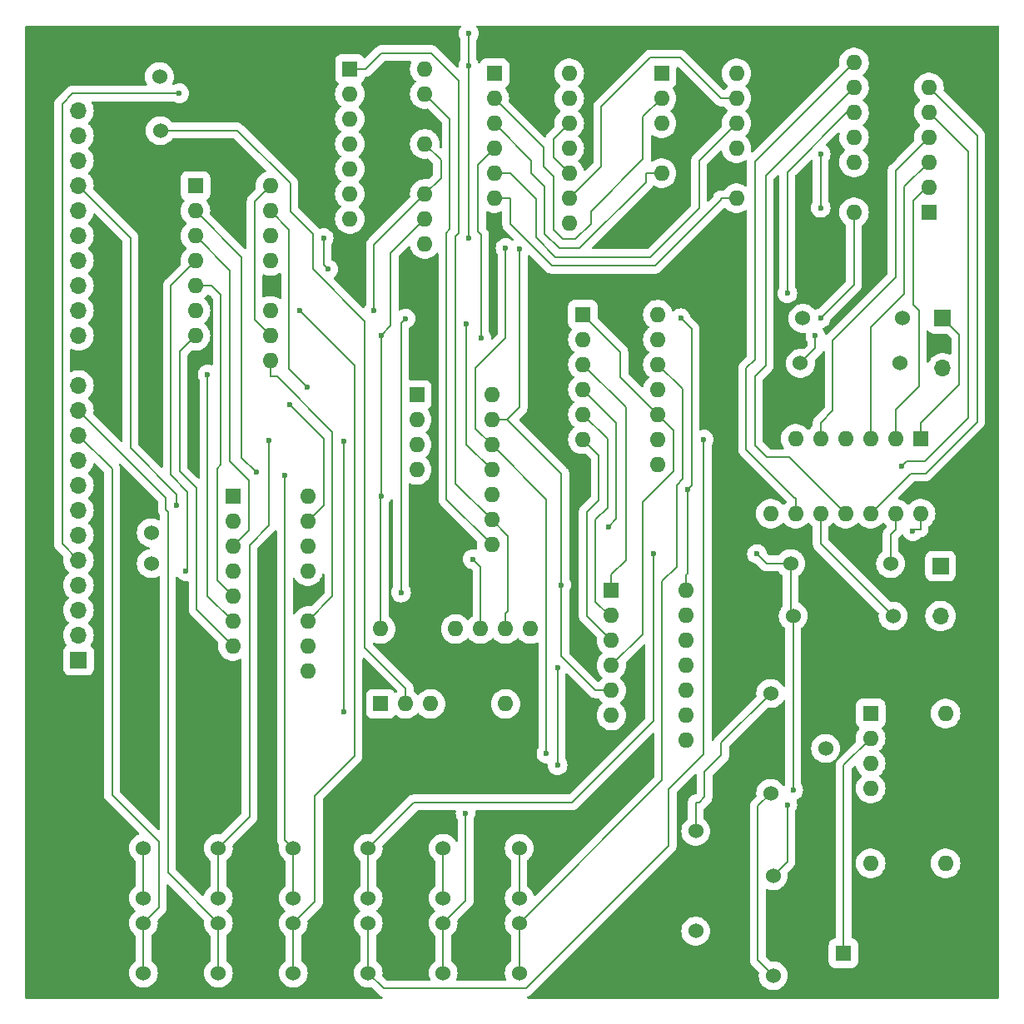
<source format=gbr>
%TF.GenerationSoftware,KiCad,Pcbnew,8.0.2-1*%
%TF.CreationDate,2024-08-04T08:33:09-04:00*%
%TF.ProjectId,clock,636c6f63-6b2e-46b6-9963-61645f706362,rev?*%
%TF.SameCoordinates,Original*%
%TF.FileFunction,Copper,L2,Bot*%
%TF.FilePolarity,Positive*%
%FSLAX46Y46*%
G04 Gerber Fmt 4.6, Leading zero omitted, Abs format (unit mm)*
G04 Created by KiCad (PCBNEW 8.0.2-1) date 2024-08-04 08:33:09*
%MOMM*%
%LPD*%
G01*
G04 APERTURE LIST*
%TA.AperFunction,ComponentPad*%
%ADD10R,1.600000X1.600000*%
%TD*%
%TA.AperFunction,ComponentPad*%
%ADD11C,1.600000*%
%TD*%
%TA.AperFunction,ComponentPad*%
%ADD12C,1.524000*%
%TD*%
%TA.AperFunction,ComponentPad*%
%ADD13O,1.600000X1.600000*%
%TD*%
%TA.AperFunction,ComponentPad*%
%ADD14R,1.700000X1.700000*%
%TD*%
%TA.AperFunction,ComponentPad*%
%ADD15O,1.700000X1.700000*%
%TD*%
%TA.AperFunction,ViaPad*%
%ADD16C,0.600000*%
%TD*%
%TA.AperFunction,Conductor*%
%ADD17C,0.200000*%
%TD*%
G04 APERTURE END LIST*
D10*
%TO.P,C1,1*%
%TO.N,Net-(U4-IN-_1)*%
X162701000Y-144849000D03*
D11*
%TO.P,C1,2*%
%TO.N,Net-(U1-GND)*%
X167701000Y-144849000D03*
%TD*%
D12*
%TO.P,R11,1*%
%TO.N,Net-(U1-GND)*%
X103380000Y-61200000D03*
%TO.P,R11,2*%
%TO.N,Net-(U1-FAULT)*%
X93220000Y-61200000D03*
%TD*%
D10*
%TO.P,U9,1,0A*%
%TO.N,Net-(U14-3Q)*%
X119300000Y-88075000D03*
D13*
%TO.P,U9,2,0B*%
%TO.N,Net-(U14-4Q)*%
X119300000Y-90615000D03*
%TO.P,U9,3,Q0*%
%TO.N,Net-(U18-IN)*%
X119300000Y-93155000D03*
%TO.P,U9,4,Q1*%
%TO.N,unconnected-(U9-Q1-Pad4)*%
X119300000Y-95695000D03*
%TO.P,U9,5,1A*%
%TO.N,Net-(U1-GND)*%
X119300000Y-98235000D03*
%TO.P,U9,6,1B*%
X119300000Y-100775000D03*
%TO.P,U9,7,GND*%
X119300000Y-103315000D03*
%TO.P,U9,8,2A*%
%TO.N,Net-(U13-I4)*%
X126920000Y-103315000D03*
%TO.P,U9,9,2B*%
%TO.N,Net-(U17-4B)*%
X126920000Y-100775000D03*
%TO.P,U9,10,Q2*%
%TO.N,Net-(U6-I4)*%
X126920000Y-98235000D03*
%TO.P,U9,11,Q3*%
%TO.N,Net-(U1-READ_READY)*%
X126920000Y-95695000D03*
%TO.P,U9,12,3A*%
%TO.N,Net-(U10-3Q)*%
X126920000Y-93155000D03*
%TO.P,U9,13,3B*%
%TO.N,Net-(U10-4Q)*%
X126920000Y-90615000D03*
%TO.P,U9,14,V+*%
%TO.N,Net-(U1-V+)*%
X126920000Y-88075000D03*
%TD*%
D10*
%TO.P,U14,1,1A*%
%TO.N,Net-(U13-O1)*%
X136200000Y-79900000D03*
D13*
%TO.P,U14,2,1B*%
%TO.N,Net-(U14-1B)*%
X136200000Y-82440000D03*
%TO.P,U14,3,1Q*%
%TO.N,Net-(U13-I0)*%
X136200000Y-84980000D03*
%TO.P,U14,4,2A*%
%TO.N,Net-(U13-O5)*%
X136200000Y-87520000D03*
%TO.P,U14,5,2B*%
%TO.N,Net-(U13-O0)*%
X136200000Y-90060000D03*
%TO.P,U14,6,2Q*%
%TO.N,Net-(U13-I1)*%
X136200000Y-92600000D03*
%TO.P,U14,7,GND*%
%TO.N,Net-(U1-GND)*%
X136200000Y-95140000D03*
%TO.P,U14,8,4Q*%
%TO.N,Net-(U14-4Q)*%
X143820000Y-95140000D03*
%TO.P,U14,9,4B*%
%TO.N,Net-(U14-4B)*%
X143820000Y-92600000D03*
%TO.P,U14,10,4A*%
%TO.N,Net-(U13-O1)*%
X143820000Y-90060000D03*
%TO.P,U14,11,3Q*%
%TO.N,Net-(U14-3Q)*%
X143820000Y-87520000D03*
%TO.P,U14,12,3B*%
%TO.N,Net-(U12-OUT)*%
X143820000Y-84980000D03*
%TO.P,U14,13,3A*%
%TO.N,Net-(U13-O0)*%
X143820000Y-82440000D03*
%TO.P,U14,14,V+*%
%TO.N,Net-(U1-V+)*%
X143820000Y-79900000D03*
%TD*%
D10*
%TO.P,U19,1,Q1*%
%TO.N,Net-(U17-4B)*%
X112500000Y-54925000D03*
D13*
%TO.P,U19,2,Q2*%
%TO.N,unconnected-(U19-Q2-Pad2)*%
X112500000Y-57465000D03*
%TO.P,U19,3,Q3*%
%TO.N,unconnected-(U19-Q3-Pad3)*%
X112500000Y-60005000D03*
%TO.P,U19,4,Q4*%
%TO.N,unconnected-(U19-Q4-Pad4)*%
X112500000Y-62545000D03*
%TO.P,U19,5,Q5*%
%TO.N,unconnected-(U19-Q5-Pad5)*%
X112500000Y-65085000D03*
%TO.P,U19,6,Q6*%
%TO.N,unconnected-(U19-Q6-Pad6)*%
X112500000Y-67625000D03*
%TO.P,U19,7,Q7*%
%TO.N,unconnected-(U19-Q7-Pad7)*%
X112500000Y-70165000D03*
%TO.P,U19,8,GND*%
%TO.N,Net-(U1-GND)*%
X112500000Y-72705000D03*
%TO.P,U19,9,RCO#*%
%TO.N,unconnected-(U19-RCO#-Pad9)*%
X120120000Y-72705000D03*
%TO.P,U19,10,CCLR#*%
%TO.N,Net-(U1-V+)*%
X120120000Y-70165000D03*
%TO.P,U19,11,CCLK*%
%TO.N,Net-(U18-OUT)*%
X120120000Y-67625000D03*
%TO.P,U19,12,CCKEN#*%
%TO.N,Net-(U1-GND)*%
X120120000Y-65085000D03*
%TO.P,U19,13,RCLK*%
%TO.N,Net-(U18-OUT)*%
X120120000Y-62545000D03*
%TO.P,U19,14,OE#*%
%TO.N,Net-(U1-GND)*%
X120120000Y-60005000D03*
%TO.P,U19,15,Q0*%
%TO.N,Net-(U13-I4)*%
X120120000Y-57465000D03*
%TO.P,U19,16,V+*%
%TO.N,Net-(U1-V+)*%
X120120000Y-54925000D03*
%TD*%
D12*
%TO.P,R7,1*%
%TO.N,Net-(U1-V+)*%
X157332000Y-105225000D03*
%TO.P,R7,2*%
%TO.N,Net-(U5-3A)*%
X167492000Y-105225000D03*
%TD*%
%TO.P,U18,1,IN*%
%TO.N,Net-(U18-IN)*%
X106750000Y-134175000D03*
X106750000Y-139255000D03*
%TO.P,U18,2,GND*%
%TO.N,Net-(U1-GND)*%
X104210000Y-134175000D03*
X104210000Y-136715000D03*
%TO.P,U18,3,OUT*%
%TO.N,Net-(U18-OUT)*%
X106750000Y-141795000D03*
X106750000Y-146875000D03*
%TD*%
%TO.P,R3,1*%
%TO.N,Net-(U4-IN+_1)*%
X160883000Y-124021000D03*
%TO.P,R3,2*%
%TO.N,Net-(U1-GND)*%
X160883000Y-134181000D03*
%TD*%
D14*
%TO.P,U1,1,READ_0*%
%TO.N,unconnected-(U1-READ_0-Pad1)*%
X84904900Y-115048400D03*
D15*
%TO.P,U1,2,READ_1*%
%TO.N,unconnected-(U1-READ_1-Pad2)*%
X84904900Y-112508400D03*
%TO.P,U1,3,READ_2*%
%TO.N,unconnected-(U1-READ_2-Pad3)*%
X84904900Y-109968400D03*
%TO.P,U1,4,READ_3*%
%TO.N,unconnected-(U1-READ_3-Pad4)*%
X84904900Y-107428400D03*
%TO.P,U1,5,WRITE_0*%
%TO.N,Net-(U1-WRITE_0)*%
X84904900Y-104888400D03*
%TO.P,U1,6,WRITE_1*%
%TO.N,Net-(U1-WRITE_1)*%
X84904900Y-102348400D03*
%TO.P,U1,7,WRITE_2*%
%TO.N,unconnected-(U1-WRITE_2-Pad7)*%
X84904900Y-99808400D03*
%TO.P,U1,8,WRITE_2*%
%TO.N,unconnected-(U1-WRITE_2-Pad8)*%
X84904900Y-97268400D03*
%TO.P,U1,9,READ_READY*%
%TO.N,Net-(U1-READ_READY)*%
X84904900Y-94728400D03*
%TO.P,U1,10,CLK_A*%
%TO.N,Net-(U1-CLK_A)*%
X84904900Y-92188400D03*
%TO.P,U1,11,CLK_B*%
%TO.N,Net-(U1-CLK_B)*%
X84904900Y-89648400D03*
%TO.P,U1,12,V+*%
%TO.N,Net-(U1-V+)*%
X84904900Y-87108400D03*
%TO.P,U1,13,GND*%
%TO.N,Net-(U1-GND)*%
X84904900Y-84568400D03*
%TO.P,U1,14,D0*%
%TO.N,Net-(U1-D0)*%
X84904900Y-82028400D03*
%TO.P,U1,15,D1*%
%TO.N,Net-(U1-D1)*%
X84904900Y-79488400D03*
%TO.P,U1,16,D2*%
%TO.N,Net-(U1-D2)*%
X84904900Y-76948400D03*
%TO.P,U1,17,D3*%
%TO.N,Net-(U1-D3)*%
X84904900Y-74408400D03*
%TO.P,U1,18,D4*%
%TO.N,Net-(U1-D4)*%
X84904900Y-71868400D03*
%TO.P,U1,19,D5*%
%TO.N,Net-(U1-D5)*%
X84904900Y-69328400D03*
%TO.P,U1,20,D6*%
%TO.N,Net-(U1-D6)*%
X84904900Y-66788400D03*
%TO.P,U1,21,D7*%
%TO.N,Net-(U1-D7)*%
X84904900Y-64248400D03*
%TO.P,U1,22,FAULT*%
%TO.N,Net-(U1-FAULT)*%
X84904900Y-61708400D03*
%TO.P,U1,23,ENABLE*%
%TO.N,Net-(U1-ENABLE)*%
X84904900Y-59168400D03*
%TD*%
D10*
%TO.P,U4,1,OUT_1*%
%TO.N,Net-(U12-IN)*%
X165465000Y-120460000D03*
D13*
%TO.P,U4,2,IN-_1*%
%TO.N,Net-(U4-IN-_1)*%
X165465000Y-123000000D03*
%TO.P,U4,3,IN+_1*%
%TO.N,Net-(U4-IN+_1)*%
X165465000Y-125540000D03*
%TO.P,U4,4,V+*%
%TO.N,Net-(U1-V+)*%
X165465000Y-128080000D03*
%TO.P,U4,5,IN+_2*%
%TO.N,Net-(U1-GND)*%
X165465000Y-130620000D03*
%TO.P,U4,6,IN-_2*%
X165465000Y-133160000D03*
%TO.P,U4,7,OUT_2*%
%TO.N,unconnected-(U4-OUT_2-Pad7)*%
X165465000Y-135700000D03*
%TO.P,U4,8,OUT_3*%
%TO.N,unconnected-(U4-OUT_3-Pad8)*%
X173085000Y-135700000D03*
%TO.P,U4,9,IN-_3*%
%TO.N,Net-(U1-GND)*%
X173085000Y-133160000D03*
%TO.P,U4,10,IN+_3*%
X173085000Y-130620000D03*
%TO.P,U4,11,GND*%
X173085000Y-128080000D03*
%TO.P,U4,12,IN+_4*%
X173085000Y-125540000D03*
%TO.P,U4,13,IN-_4*%
X173085000Y-123000000D03*
%TO.P,U4,14,OUT_4*%
%TO.N,unconnected-(U4-OUT_4-Pad14)*%
X173085000Y-120460000D03*
%TD*%
D12*
%TO.P,R2,1*%
%TO.N,Net-(U1-V+)*%
X155549000Y-136975000D03*
%TO.P,R2,2*%
%TO.N,Net-(U4-IN+_1)*%
X155549000Y-147135000D03*
%TD*%
%TO.P,R8,1*%
%TO.N,Net-(U1-V+)*%
X157586000Y-110559000D03*
%TO.P,R8,2*%
%TO.N,Net-(U5-4A)*%
X167746000Y-110559000D03*
%TD*%
D10*
%TO.P,U5,1,1A*%
%TO.N,Net-(U5-1A)*%
X170540000Y-92525000D03*
D13*
%TO.P,U5,2,1B*%
%TO.N,Net-(U5-1B)*%
X168000000Y-92525000D03*
%TO.P,U5,3,1Q*%
%TO.N,Net-(U5-1Q)*%
X165460000Y-92525000D03*
%TO.P,U5,4,2A*%
%TO.N,Net-(U5-2A)*%
X162920000Y-92525000D03*
%TO.P,U5,5,2B*%
%TO.N,Net-(U16-IN)*%
X160380000Y-92525000D03*
%TO.P,U5,6,2Q*%
%TO.N,Net-(U5-2Q)*%
X157840000Y-92525000D03*
%TO.P,U5,7,GND*%
%TO.N,Net-(U1-GND)*%
X155300000Y-92525000D03*
%TO.P,U5,8,4Q*%
%TO.N,Net-(U5-4Q)*%
X155300000Y-100145000D03*
%TO.P,U5,9,4B*%
%TO.N,Net-(U5-4B)*%
X157840000Y-100145000D03*
%TO.P,U5,10,4A*%
%TO.N,Net-(U5-4A)*%
X160380000Y-100145000D03*
%TO.P,U5,11,3Q*%
%TO.N,Net-(U5-3Q)*%
X162920000Y-100145000D03*
%TO.P,U5,12,3B*%
%TO.N,Net-(U15-IN)*%
X165460000Y-100145000D03*
%TO.P,U5,13,3A*%
%TO.N,Net-(U5-3A)*%
X168000000Y-100145000D03*
%TO.P,U5,14,V+*%
%TO.N,Net-(U1-V+)*%
X170540000Y-100145000D03*
%TD*%
D12*
%TO.P,R4,1*%
%TO.N,Net-(U12-IN)*%
X147675000Y-132445000D03*
%TO.P,R4,2*%
%TO.N,Net-(U4-IN-_1)*%
X147675000Y-142605000D03*
%TD*%
%TO.P,U20,1,IN*%
%TO.N,Net-(U20-IN)*%
X99130000Y-134175000D03*
X99130000Y-139255000D03*
%TO.P,U20,2,GND*%
%TO.N,Net-(U1-GND)*%
X96590000Y-134175000D03*
X96590000Y-136715000D03*
%TO.P,U20,3,OUT*%
%TO.N,Net-(U1-CLK_B)*%
X99130000Y-141795000D03*
X99130000Y-146875000D03*
%TD*%
D10*
%TO.P,U3,1,Q1*%
%TO.N,Net-(U1-D6)*%
X100600000Y-98366000D03*
D13*
%TO.P,U3,2,Q2*%
%TO.N,Net-(U1-D5)*%
X100600000Y-100906000D03*
%TO.P,U3,3,Q3*%
%TO.N,Net-(U1-D4)*%
X100600000Y-103446000D03*
%TO.P,U3,4,Q4*%
%TO.N,Net-(U1-D3)*%
X100600000Y-105986000D03*
%TO.P,U3,5,Q5*%
%TO.N,Net-(U1-D2)*%
X100600000Y-108526000D03*
%TO.P,U3,6,Q6*%
%TO.N,Net-(U1-D1)*%
X100600000Y-111066000D03*
%TO.P,U3,7,Q7*%
%TO.N,Net-(U1-D0)*%
X100600000Y-113606000D03*
%TO.P,U3,8,GND*%
%TO.N,Net-(U1-GND)*%
X100600000Y-116146000D03*
%TO.P,U3,9,RCO#*%
%TO.N,unconnected-(U3-RCO#-Pad9)*%
X108220000Y-116146000D03*
%TO.P,U3,10,CCLR#*%
%TO.N,Net-(U1-V+)*%
X108220000Y-113606000D03*
%TO.P,U3,11,CCLK*%
%TO.N,Net-(U2-RCO#)*%
X108220000Y-111066000D03*
%TO.P,U3,12,CCKEN#*%
%TO.N,Net-(U1-GND)*%
X108220000Y-108526000D03*
%TO.P,U3,13,RCLK*%
%TO.N,Net-(U10-4Q)*%
X108220000Y-105986000D03*
%TO.P,U3,14,OE#*%
%TO.N,Net-(U13-O2)*%
X108220000Y-103446000D03*
%TO.P,U3,15,Q0*%
%TO.N,Net-(U1-D7)*%
X108220000Y-100906000D03*
%TO.P,U3,16,V+*%
%TO.N,Net-(U1-V+)*%
X108220000Y-98366000D03*
%TD*%
D10*
%TO.P,U13,1,I0*%
%TO.N,Net-(U13-I0)*%
X139100000Y-107975000D03*
D13*
%TO.P,U13,2,O0*%
%TO.N,Net-(U13-O0)*%
X139100000Y-110515000D03*
%TO.P,U13,3,I1*%
%TO.N,Net-(U13-I1)*%
X139100000Y-113055000D03*
%TO.P,U13,4,O1*%
%TO.N,Net-(U13-O1)*%
X139100000Y-115595000D03*
%TO.P,U13,5,I2*%
%TO.N,Net-(U10-4Q)*%
X139100000Y-118135000D03*
%TO.P,U13,6,O2*%
%TO.N,Net-(U13-O2)*%
X139100000Y-120675000D03*
%TO.P,U13,7,GND*%
%TO.N,Net-(U1-GND)*%
X139100000Y-123215000D03*
%TO.P,U13,8,03*%
%TO.N,Net-(U13-03)*%
X146720000Y-123215000D03*
%TO.P,U13,9,I3*%
%TO.N,Net-(U10-3Q)*%
X146720000Y-120675000D03*
%TO.P,U13,10,O4*%
%TO.N,Net-(U13-O4)*%
X146720000Y-118135000D03*
%TO.P,U13,11,I4*%
%TO.N,Net-(U13-I4)*%
X146720000Y-115595000D03*
%TO.P,U13,12,O5*%
%TO.N,Net-(U13-O5)*%
X146720000Y-113055000D03*
%TO.P,U13,13,I5*%
%TO.N,Net-(U13-I5)*%
X146720000Y-110515000D03*
%TO.P,U13,14,V+*%
%TO.N,Net-(U1-V+)*%
X146720000Y-107975000D03*
%TD*%
D12*
%TO.P,U12,1,IN*%
%TO.N,Net-(U12-IN)*%
X129730000Y-134175000D03*
X129730000Y-139255000D03*
%TO.P,U12,2,GND*%
%TO.N,Net-(U1-GND)*%
X127190000Y-134175000D03*
X127190000Y-136715000D03*
%TO.P,U12,3,OUT*%
%TO.N,Net-(U12-OUT)*%
X129730000Y-141795000D03*
X129730000Y-146875000D03*
%TD*%
%TO.P,R10,1*%
%TO.N,Net-(U1-GND)*%
X103300000Y-55700000D03*
%TO.P,R10,2*%
%TO.N,Net-(U1-ENABLE)*%
X93140000Y-55700000D03*
%TD*%
%TO.P,R6,1*%
%TO.N,Net-(U1-V+)*%
X158322000Y-84857000D03*
%TO.P,R6,2*%
%TO.N,Net-(U5-2A)*%
X168482000Y-84857000D03*
%TD*%
%TO.P,U16,1,IN*%
%TO.N,Net-(U16-IN)*%
X114370000Y-134175000D03*
X114370000Y-139255000D03*
%TO.P,U16,2,GND*%
%TO.N,Net-(U1-GND)*%
X111830000Y-134175000D03*
X111830000Y-136715000D03*
%TO.P,U16,3,OUT*%
%TO.N,Net-(U14-4B)*%
X114370000Y-141795000D03*
X114370000Y-146875000D03*
%TD*%
D14*
%TO.P,U8,1,1*%
%TO.N,Net-(U5-3A)*%
X172572000Y-105479000D03*
D15*
%TO.P,U8,2,2_(middle)*%
%TO.N,Net-(U1-GND)*%
X172572000Y-108019000D03*
%TO.P,U8,3,3*%
%TO.N,Net-(U5-4A)*%
X172572000Y-110559000D03*
%TD*%
D12*
%TO.P,R12,1*%
%TO.N,Net-(U1-WRITE_0)*%
X92300000Y-105220000D03*
%TO.P,R12,2*%
%TO.N,Net-(U1-GND)*%
X92300000Y-115380000D03*
%TD*%
D14*
%TO.P,U7,1,1*%
%TO.N,Net-(U5-1A)*%
X172800000Y-80300000D03*
D15*
%TO.P,U7,2,2_(middle)*%
%TO.N,Net-(U1-GND)*%
X172800000Y-82840000D03*
%TO.P,U7,3,3*%
%TO.N,Net-(U5-2A)*%
X172800000Y-85380000D03*
%TD*%
D12*
%TO.P,U21,1,IN*%
%TO.N,Net-(U17-4Q)*%
X91510000Y-134175000D03*
X91510000Y-139255000D03*
%TO.P,U21,2,GND*%
%TO.N,Net-(U1-GND)*%
X88970000Y-134175000D03*
X88970000Y-136715000D03*
%TO.P,U21,3,OUT*%
%TO.N,Net-(U1-CLK_A)*%
X91510000Y-141795000D03*
X91510000Y-146875000D03*
%TD*%
D10*
%TO.P,U10,1,1A*%
%TO.N,Net-(U1-WRITE_0)*%
X127200000Y-55375000D03*
D13*
%TO.P,U10,2,1B*%
%TO.N,Net-(U10-1B)*%
X127200000Y-57915000D03*
%TO.P,U10,3,1Q*%
%TO.N,Net-(U10-1Q)*%
X127200000Y-60455000D03*
%TO.P,U10,4,2A*%
%TO.N,Net-(U1-WRITE_1)*%
X127200000Y-62995000D03*
%TO.P,U10,5,2B*%
%TO.N,Net-(U10-2B)*%
X127200000Y-65535000D03*
%TO.P,U10,6,2Q*%
%TO.N,Net-(U10-2Q)*%
X127200000Y-68075000D03*
%TO.P,U10,7,GND*%
%TO.N,Net-(U1-GND)*%
X127200000Y-70615000D03*
%TO.P,U10,8,4Q*%
%TO.N,Net-(U10-4Q)*%
X134820000Y-70615000D03*
%TO.P,U10,9,4B*%
%TO.N,Net-(U10-4B)*%
X134820000Y-68075000D03*
%TO.P,U10,10,4A*%
%TO.N,Net-(U1-ENABLE)*%
X134820000Y-65535000D03*
%TO.P,U10,11,3Q*%
%TO.N,Net-(U10-3Q)*%
X134820000Y-62995000D03*
%TO.P,U10,12,3B*%
%TO.N,Net-(U1-ENABLE)*%
X134820000Y-60455000D03*
%TO.P,U10,13,3A*%
%TO.N,Net-(U10-3A)*%
X134820000Y-57915000D03*
%TO.P,U10,14,V+*%
%TO.N,Net-(U1-V+)*%
X134820000Y-55375000D03*
%TD*%
D12*
%TO.P,R1,1*%
%TO.N,Net-(U1-V+)*%
X158576000Y-80285000D03*
%TO.P,R1,2*%
%TO.N,Net-(U5-1A)*%
X168736000Y-80285000D03*
%TD*%
%TO.P,R5,1*%
%TO.N,Net-(U12-IN)*%
X155295000Y-118433000D03*
%TO.P,R5,2*%
%TO.N,Net-(U4-IN+_1)*%
X155295000Y-128593000D03*
%TD*%
D10*
%TO.P,U17,1,1A*%
%TO.N,Net-(U14-1B)*%
X115640000Y-119500000D03*
D13*
%TO.P,U17,2,1B*%
%TO.N,Net-(U1-FAULT)*%
X118180000Y-119500000D03*
%TO.P,U17,3,1Q*%
%TO.N,Net-(U13-I5)*%
X120720000Y-119500000D03*
%TO.P,U17,4,2A*%
%TO.N,Net-(U1-GND)*%
X123260000Y-119500000D03*
%TO.P,U17,5,2B*%
X125800000Y-119500000D03*
%TO.P,U17,6,2Q*%
%TO.N,unconnected-(U17-2Q-Pad6)*%
X128340000Y-119500000D03*
%TO.P,U17,7,GND*%
%TO.N,Net-(U1-GND)*%
X130880000Y-119500000D03*
%TO.P,U17,8,4Q*%
%TO.N,Net-(U17-4Q)*%
X130880000Y-111880000D03*
%TO.P,U17,9,4B*%
%TO.N,Net-(U17-4B)*%
X128340000Y-111880000D03*
%TO.P,U17,10,4A*%
%TO.N,Net-(U13-O4)*%
X125800000Y-111880000D03*
%TO.P,U17,11,3Q*%
%TO.N,unconnected-(U17-3Q-Pad11)*%
X123260000Y-111880000D03*
%TO.P,U17,12,3B*%
%TO.N,Net-(U1-GND)*%
X120720000Y-111880000D03*
%TO.P,U17,13,3A*%
X118180000Y-111880000D03*
%TO.P,U17,14,V+*%
%TO.N,Net-(U1-V+)*%
X115640000Y-111880000D03*
%TD*%
D12*
%TO.P,R9,1*%
%TO.N,Net-(U1-WRITE_1)*%
X92300000Y-102100000D03*
%TO.P,R9,2*%
%TO.N,Net-(U1-GND)*%
X92300000Y-91940000D03*
%TD*%
D10*
%TO.P,U6,1,I0*%
%TO.N,Net-(U5-2Q)*%
X171400000Y-69500000D03*
D13*
%TO.P,U6,2,O0*%
%TO.N,Net-(U5-1B)*%
X171400000Y-66960000D03*
%TO.P,U6,3,I1*%
%TO.N,Net-(U5-1Q)*%
X171400000Y-64420000D03*
%TO.P,U6,4,O1*%
%TO.N,Net-(U16-IN)*%
X171400000Y-61880000D03*
%TO.P,U6,5,I2*%
%TO.N,Net-(U5-4Q)*%
X171400000Y-59340000D03*
%TO.P,U6,6,O2*%
%TO.N,Net-(U15-IN)*%
X171400000Y-56800000D03*
%TO.P,U6,7,GND*%
%TO.N,Net-(U1-GND)*%
X171400000Y-54260000D03*
%TO.P,U6,8,03*%
%TO.N,Net-(U5-4B)*%
X163780000Y-54260000D03*
%TO.P,U6,9,I3*%
%TO.N,Net-(U5-3Q)*%
X163780000Y-56800000D03*
%TO.P,U6,10,O4*%
%TO.N,Net-(U20-IN)*%
X163780000Y-59340000D03*
%TO.P,U6,11,I4*%
%TO.N,Net-(U6-I4)*%
X163780000Y-61880000D03*
%TO.P,U6,12,O5*%
%TO.N,unconnected-(U6-O5-Pad12)*%
X163780000Y-64420000D03*
%TO.P,U6,13,I5*%
%TO.N,Net-(U1-GND)*%
X163780000Y-66960000D03*
%TO.P,U6,14,V+*%
%TO.N,Net-(U1-V+)*%
X163780000Y-69500000D03*
%TD*%
D10*
%TO.P,U2,1,Q1*%
%TO.N,Net-(U1-D6)*%
X96800000Y-66825000D03*
D13*
%TO.P,U2,2,Q2*%
%TO.N,Net-(U1-D5)*%
X96800000Y-69365000D03*
%TO.P,U2,3,Q3*%
%TO.N,Net-(U1-D4)*%
X96800000Y-71905000D03*
%TO.P,U2,4,Q4*%
%TO.N,Net-(U1-D3)*%
X96800000Y-74445000D03*
%TO.P,U2,5,Q5*%
%TO.N,Net-(U1-D2)*%
X96800000Y-76985000D03*
%TO.P,U2,6,Q6*%
%TO.N,Net-(U1-D1)*%
X96800000Y-79525000D03*
%TO.P,U2,7,Q7*%
%TO.N,Net-(U1-D0)*%
X96800000Y-82065000D03*
%TO.P,U2,8,GND*%
%TO.N,Net-(U1-GND)*%
X96800000Y-84605000D03*
%TO.P,U2,9,RCO#*%
%TO.N,Net-(U2-RCO#)*%
X104420000Y-84605000D03*
%TO.P,U2,10,CCLR#*%
%TO.N,Net-(U1-V+)*%
X104420000Y-82065000D03*
%TO.P,U2,11,CCLK*%
%TO.N,Net-(U18-OUT)*%
X104420000Y-79525000D03*
%TO.P,U2,12,CCKEN#*%
%TO.N,Net-(U1-GND)*%
X104420000Y-76985000D03*
%TO.P,U2,13,RCLK*%
%TO.N,Net-(U10-3Q)*%
X104420000Y-74445000D03*
%TO.P,U2,14,OE#*%
%TO.N,Net-(U13-03)*%
X104420000Y-71905000D03*
%TO.P,U2,15,Q0*%
%TO.N,Net-(U1-D7)*%
X104420000Y-69365000D03*
%TO.P,U2,16,V+*%
%TO.N,Net-(U1-V+)*%
X104420000Y-66825000D03*
%TD*%
D10*
%TO.P,U11,1,0Q*%
%TO.N,Net-(U10-3A)*%
X144200000Y-55375000D03*
D13*
%TO.P,U11,2,0Q#*%
%TO.N,Net-(U10-1B)*%
X144200000Y-57915000D03*
%TO.P,U11,3,0CLK*%
%TO.N,Net-(U1-CLK_B)*%
X144200000Y-60455000D03*
%TO.P,U11,4,0RESET*%
%TO.N,Net-(U1-GND)*%
X144200000Y-62995000D03*
%TO.P,U11,5,0D*%
%TO.N,Net-(U10-1Q)*%
X144200000Y-65535000D03*
%TO.P,U11,6,0SET*%
%TO.N,Net-(U1-GND)*%
X144200000Y-68075000D03*
%TO.P,U11,7,GND*%
X144200000Y-70615000D03*
%TO.P,U11,8,1SET*%
X151820000Y-70615000D03*
%TO.P,U11,9,1D*%
%TO.N,Net-(U10-2Q)*%
X151820000Y-68075000D03*
%TO.P,U11,10,1RESET*%
%TO.N,Net-(U1-GND)*%
X151820000Y-65535000D03*
%TO.P,U11,11,1CLK*%
%TO.N,Net-(U1-CLK_B)*%
X151820000Y-62995000D03*
%TO.P,U11,12,1Q3*%
%TO.N,Net-(U10-2B)*%
X151820000Y-60455000D03*
%TO.P,U11,13,1Q*%
%TO.N,Net-(U10-4B)*%
X151820000Y-57915000D03*
%TO.P,U11,14,V+*%
%TO.N,Net-(U1-V+)*%
X151820000Y-55375000D03*
%TD*%
D12*
%TO.P,U15,1,IN*%
%TO.N,Net-(U15-IN)*%
X121990000Y-134175000D03*
X121990000Y-139255000D03*
%TO.P,U15,2,GND*%
%TO.N,Net-(U1-GND)*%
X119450000Y-134175000D03*
X119450000Y-136715000D03*
%TO.P,U15,3,OUT*%
%TO.N,Net-(U14-1B)*%
X121990000Y-141795000D03*
X121990000Y-146875000D03*
%TD*%
D16*
%TO.N,Net-(U1-GND)*%
X95495900Y-115380000D03*
X177572200Y-82840000D03*
X151691000Y-85959300D03*
X133623500Y-76057900D03*
X103950400Y-108526000D03*
X150218300Y-66742800D03*
X112500000Y-76985000D03*
X165801900Y-54317500D03*
X127200000Y-75447000D03*
X130880000Y-116193400D03*
X92162000Y-84568400D03*
X156646900Y-85959300D03*
X159601900Y-90112900D03*
X174788200Y-108152500D03*
X135406100Y-112359600D03*
X103950400Y-116193400D03*
X98132000Y-78255000D03*
%TO.N,Net-(U1-V+)*%
X146139300Y-80285000D03*
X169726800Y-101939900D03*
X153896300Y-104253000D03*
X124580100Y-54597900D03*
X146820900Y-97710600D03*
X160378400Y-80285000D03*
X157586000Y-128275900D03*
X160373000Y-63585600D03*
X160373000Y-69051000D03*
X159842200Y-82070600D03*
X124580100Y-51300200D03*
X124591000Y-72146500D03*
X156998200Y-129749800D03*
X115738800Y-98366000D03*
X115668500Y-81994700D03*
%TO.N,Net-(U1-D6)*%
X94908000Y-99299800D03*
%TO.N,Net-(U1-READ_READY)*%
X124324500Y-80861500D03*
%TO.N,Net-(U1-D1)*%
X98038700Y-85985000D03*
%TO.N,Net-(U1-WRITE_1)*%
X125854400Y-82307500D03*
%TO.N,Net-(U1-D3)*%
X95809700Y-105986000D03*
%TO.N,Net-(U1-WRITE_0)*%
X95142400Y-57410500D03*
%TO.N,Net-(U1-D5)*%
X102973800Y-95935100D03*
%TO.N,Net-(U1-D7)*%
X108123900Y-87273700D03*
X106353900Y-89043700D03*
%TO.N,Net-(U13-03)*%
X118151500Y-80302500D03*
X109835100Y-72123700D03*
X117698300Y-108170300D03*
X133628800Y-115844500D03*
X110289600Y-75299700D03*
X133628800Y-125734700D03*
%TO.N,Net-(U18-OUT)*%
X107407700Y-79525000D03*
X114952000Y-79525000D03*
%TO.N,Net-(U10-3Q)*%
X132500900Y-124537600D03*
X128333000Y-73148400D03*
%TO.N,Net-(U10-4Q)*%
X134013600Y-107413200D03*
X129781100Y-73265500D03*
%TO.N,Net-(U16-IN)*%
X143368100Y-104219600D03*
%TO.N,Net-(U5-4Q)*%
X168583500Y-95365500D03*
%TO.N,Net-(U20-IN)*%
X104284500Y-92724900D03*
X156998200Y-77756900D03*
%TO.N,Net-(U18-IN)*%
X105890800Y-96275100D03*
%TO.N,Net-(U13-O5)*%
X138774700Y-101533300D03*
%TO.N,Net-(U13-O4)*%
X124999100Y-104773600D03*
%TO.N,Net-(U14-4B)*%
X148487600Y-92622200D03*
%TO.N,Net-(U14-1B)*%
X111880900Y-120300800D03*
X111880900Y-92759300D03*
X124276500Y-130628500D03*
%TD*%
D17*
%TO.N,Net-(U4-IN-_1)*%
X162701000Y-125764000D02*
X165465000Y-123000000D01*
X162701000Y-144849000D02*
X162701000Y-125764000D01*
%TO.N,Net-(U1-GND)*%
X127190000Y-134175000D02*
X127190000Y-136715000D01*
X167701000Y-135396000D02*
X167701000Y-144849000D01*
X118518300Y-65085000D02*
X118518300Y-66686700D01*
X165465000Y-130620000D02*
X165465000Y-133160000D01*
X112500000Y-72705000D02*
X112500000Y-76985000D01*
X173085000Y-130620000D02*
X173085000Y-128080000D01*
X107406300Y-65226300D02*
X103380000Y-61200000D01*
X123260000Y-119500000D02*
X125800000Y-119500000D01*
X151820000Y-85830300D02*
X151691000Y-85959300D01*
X157712100Y-90112900D02*
X157712100Y-87024500D01*
X135406100Y-97535600D02*
X136200000Y-96741700D01*
X156901700Y-90923300D02*
X157712100Y-90112900D01*
X173085000Y-128080000D02*
X173085000Y-125540000D01*
X127200000Y-70615000D02*
X127200000Y-75447000D01*
X157712100Y-87024500D02*
X156646900Y-85959300D01*
X173085000Y-123000000D02*
X174788200Y-121296800D01*
X112043200Y-72705000D02*
X112500000Y-72705000D01*
X173085000Y-133160000D02*
X173085000Y-130620000D01*
X151820000Y-70615000D02*
X151820000Y-85830300D01*
X120120000Y-60005000D02*
X118518300Y-60005000D01*
X98132000Y-78255000D02*
X98444200Y-78567200D01*
X107406300Y-67775500D02*
X107406300Y-65226300D01*
X96590000Y-116474100D02*
X95495900Y-115380000D01*
X120720000Y-111880000D02*
X120720000Y-106336700D01*
X130880000Y-119500000D02*
X130880000Y-116193400D01*
X136200000Y-95140000D02*
X133623500Y-92563500D01*
X157712100Y-90112900D02*
X159601900Y-90112900D01*
X155300000Y-92525000D02*
X155300000Y-90923300D01*
X111124200Y-72705000D02*
X111124200Y-71493400D01*
X155300000Y-90923300D02*
X156901700Y-90923300D01*
X120720000Y-113481700D02*
X123260000Y-116021700D01*
X118518300Y-65085000D02*
X118518300Y-60005000D01*
X135406100Y-112359600D02*
X135406100Y-97535600D01*
X104210000Y-134175000D02*
X104210000Y-136715000D01*
X111830000Y-134175000D02*
X111830000Y-136715000D01*
X150218300Y-65535000D02*
X150218300Y-66742800D01*
X92300000Y-91940000D02*
X92300000Y-84706400D01*
X88970000Y-134175000D02*
X88970000Y-136715000D01*
X103950400Y-116193400D02*
X103950400Y-108526000D01*
X123260000Y-116021700D02*
X123260000Y-119500000D01*
X120720000Y-112336800D02*
X120720000Y-111880000D01*
X133623500Y-92563500D02*
X133623500Y-76057900D01*
X163780000Y-66960000D02*
X165801900Y-64938100D01*
X174788200Y-108152500D02*
X177572200Y-105368500D01*
X98444200Y-78567200D02*
X98444200Y-82960800D01*
X177572200Y-105368500D02*
X177572200Y-82840000D01*
X96590000Y-134175000D02*
X96590000Y-116474100D01*
X103380000Y-61200000D02*
X103300000Y-61120000D01*
X120720000Y-112336800D02*
X120720000Y-113481700D01*
X165801900Y-64938100D02*
X165801900Y-54317500D01*
X103300000Y-61120000D02*
X103300000Y-55700000D01*
X120120000Y-65085000D02*
X118518300Y-65085000D01*
X119450000Y-134175000D02*
X119450000Y-136715000D01*
X118518300Y-66686700D02*
X112500000Y-72705000D01*
X111124200Y-71493400D02*
X107406300Y-67775500D01*
X173085000Y-125540000D02*
X173085000Y-123000000D01*
X112043200Y-72705000D02*
X111124200Y-72705000D01*
X96590000Y-136715000D02*
X96590000Y-134175000D01*
X174788200Y-121296800D02*
X174788200Y-108152500D01*
X144200000Y-68075000D02*
X144200000Y-70615000D01*
X136200000Y-95140000D02*
X136200000Y-96741700D01*
X98444200Y-82960800D02*
X96800000Y-84605000D01*
X119300000Y-103315000D02*
X119300000Y-104916700D01*
X165465000Y-133160000D02*
X167701000Y-135396000D01*
X92300000Y-84706400D02*
X92162000Y-84568400D01*
X120720000Y-106336700D02*
X119300000Y-104916700D01*
X119300000Y-98235000D02*
X119300000Y-100775000D01*
X119300000Y-100775000D02*
X119300000Y-103315000D01*
X151820000Y-65535000D02*
X150218300Y-65535000D01*
%TO.N,Net-(U5-1A)*%
X170540000Y-90923300D02*
X174462300Y-87001000D01*
X174462300Y-87001000D02*
X174462300Y-81962300D01*
X174462300Y-81962300D02*
X172800000Y-80300000D01*
X170540000Y-92525000D02*
X170540000Y-90923300D01*
%TO.N,Net-(U1-V+)*%
X163780000Y-69500000D02*
X163780000Y-76883400D01*
X102812200Y-68432800D02*
X102812200Y-80457200D01*
X157332000Y-105225000D02*
X157332000Y-110305000D01*
X116640500Y-81022700D02*
X116640500Y-73644500D01*
X146139300Y-80285000D02*
X147244800Y-81390500D01*
X146820900Y-106272400D02*
X146720000Y-106373300D01*
X115738800Y-98366000D02*
X115738800Y-82065000D01*
X115640000Y-98464800D02*
X115640000Y-111880000D01*
X115738800Y-98366000D02*
X115640000Y-98464800D01*
X124580100Y-72135600D02*
X124591000Y-72146500D01*
X115668500Y-81994700D02*
X116640500Y-81022700D01*
X157332000Y-110305000D02*
X157586000Y-110559000D01*
X146720000Y-107975000D02*
X146720000Y-106373300D01*
X157332000Y-105225000D02*
X154868300Y-105225000D01*
X124580100Y-54597900D02*
X124580100Y-51300200D01*
X158322000Y-84857000D02*
X159842200Y-83336800D01*
X163780000Y-76883400D02*
X160378400Y-80285000D01*
X169920000Y-101746700D02*
X169726800Y-101939900D01*
X147244800Y-97286700D02*
X146820900Y-97710600D01*
X124580100Y-54597900D02*
X124580100Y-72135600D01*
X170540000Y-101746700D02*
X169920000Y-101746700D01*
X160373000Y-63585600D02*
X160373000Y-69051000D01*
X147244800Y-81390500D02*
X147244800Y-97286700D01*
X116640500Y-73644500D02*
X120120000Y-70165000D01*
X115738800Y-82065000D02*
X115668500Y-81994700D01*
X170540000Y-100145000D02*
X170540000Y-101746700D01*
X154868300Y-105225000D02*
X153896300Y-104253000D01*
X104420000Y-66825000D02*
X102812200Y-68432800D01*
X156998200Y-135525800D02*
X156998200Y-129749800D01*
X159842200Y-83336800D02*
X159842200Y-82070600D01*
X155549000Y-136975000D02*
X156998200Y-135525800D01*
X102812200Y-80457200D02*
X104420000Y-82065000D01*
X157586000Y-110559000D02*
X157586000Y-128275900D01*
X146820900Y-97710600D02*
X146820900Y-106272400D01*
%TO.N,Net-(U4-IN+_1)*%
X153977400Y-129910600D02*
X155295000Y-128593000D01*
X153977400Y-145563400D02*
X153977400Y-129910600D01*
X155549000Y-147135000D02*
X153977400Y-145563400D01*
%TO.N,Net-(U12-IN)*%
X147675000Y-129501500D02*
X148048500Y-129501500D01*
X148048500Y-129501500D02*
X148576700Y-128973300D01*
X148576700Y-126426500D02*
X150274900Y-124728300D01*
X150274900Y-123453100D02*
X155295000Y-118433000D01*
X148576700Y-128973300D02*
X148576700Y-126426500D01*
X150274900Y-124728300D02*
X150274900Y-123453100D01*
X129730000Y-139255000D02*
X129730000Y-134175000D01*
X147675000Y-132445000D02*
X147675000Y-129501500D01*
%TO.N,Net-(U5-3A)*%
X167492000Y-102254700D02*
X167492000Y-105225000D01*
X168000000Y-101746700D02*
X167492000Y-102254700D01*
X168000000Y-100145000D02*
X168000000Y-101746700D01*
%TO.N,Net-(U5-4A)*%
X160380000Y-100145000D02*
X160380000Y-103193000D01*
X160380000Y-103193000D02*
X167746000Y-110559000D01*
%TO.N,Net-(U1-FAULT)*%
X114038300Y-80606300D02*
X114038300Y-113756600D01*
X106445400Y-69379200D02*
X108733400Y-71667200D01*
X101068100Y-61200000D02*
X106445400Y-66577300D01*
X108733400Y-71667200D02*
X108733400Y-75301400D01*
X93220000Y-61200000D02*
X101068100Y-61200000D01*
X108733400Y-75301400D02*
X114038300Y-80606300D01*
X114038300Y-113756600D02*
X118180000Y-117898300D01*
X118180000Y-119500000D02*
X118180000Y-117898300D01*
X106445400Y-66577300D02*
X106445400Y-69379200D01*
%TO.N,Net-(U1-D0)*%
X96911500Y-109917500D02*
X100600000Y-113606000D01*
X96911500Y-97560100D02*
X96911500Y-109917500D01*
X95193200Y-95841800D02*
X96911500Y-97560100D01*
X95193200Y-83671800D02*
X95193200Y-95841800D01*
X96800000Y-82065000D02*
X95193200Y-83671800D01*
%TO.N,Net-(U1-D6)*%
X84904900Y-66788400D02*
X90205600Y-72089100D01*
X94908000Y-98204600D02*
X94908000Y-99299800D01*
X90205600Y-93502200D02*
X94908000Y-98204600D01*
X90205600Y-72089100D02*
X90205600Y-93502200D01*
%TO.N,Net-(U1-CLK_B)*%
X93806300Y-98549800D02*
X93806300Y-99756100D01*
X93806300Y-99756100D02*
X94004000Y-99953800D01*
X94004000Y-99953800D02*
X94004000Y-136669000D01*
X99130000Y-146875000D02*
X99130000Y-141795000D01*
X94004000Y-136669000D02*
X99130000Y-141795000D01*
X84904900Y-89648400D02*
X93806300Y-98549800D01*
%TO.N,Net-(U1-READ_READY)*%
X124324500Y-80861500D02*
X124324500Y-93099500D01*
X124324500Y-93099500D02*
X126920000Y-95695000D01*
%TO.N,Net-(U1-D1)*%
X98038700Y-85985000D02*
X98038700Y-108504700D01*
X98038700Y-108504700D02*
X100600000Y-111066000D01*
%TO.N,Net-(U1-WRITE_1)*%
X125540100Y-64654900D02*
X125540100Y-71470300D01*
X127200000Y-62995000D02*
X125540100Y-64654900D01*
X125540100Y-71470300D02*
X125854400Y-71784600D01*
X125854400Y-71784600D02*
X125854400Y-82307500D01*
%TO.N,Net-(U1-D3)*%
X96009800Y-97933600D02*
X96009800Y-105785900D01*
X94280900Y-96204700D02*
X96009800Y-97933600D01*
X96009800Y-105785900D02*
X95809700Y-105986000D01*
X96800000Y-74445000D02*
X94280900Y-76964100D01*
X94280900Y-76964100D02*
X94280900Y-96204700D01*
%TO.N,Net-(U1-WRITE_0)*%
X84321700Y-57410600D02*
X95142400Y-57410600D01*
X83227800Y-103211300D02*
X83227800Y-58504500D01*
X95142400Y-57410600D02*
X95142400Y-57410500D01*
X83227800Y-58504500D02*
X84321700Y-57410600D01*
X84904900Y-104888400D02*
X83227800Y-103211300D01*
%TO.N,Net-(U1-CLK_A)*%
X84904900Y-92188400D02*
X88308200Y-95591700D01*
X93073700Y-133527200D02*
X93073700Y-140231300D01*
X91510000Y-146875000D02*
X91510000Y-141795000D01*
X93073700Y-140231300D02*
X91510000Y-141795000D01*
X88308200Y-95591700D02*
X88308200Y-128761700D01*
X88308200Y-128761700D02*
X93073700Y-133527200D01*
%TO.N,Net-(U1-D4)*%
X100317200Y-75422200D02*
X100317200Y-94836500D01*
X100317200Y-94836500D02*
X102239400Y-96758700D01*
X102239400Y-96758700D02*
X102239400Y-101806600D01*
X96800000Y-71905000D02*
X100317200Y-75422200D01*
X102239400Y-101806600D02*
X100600000Y-103446000D01*
%TO.N,Net-(U1-D2)*%
X99371700Y-77926100D02*
X99371700Y-95155500D01*
X98975600Y-106901600D02*
X100600000Y-108526000D01*
X96800000Y-76985000D02*
X98430600Y-76985000D01*
X98975600Y-95551600D02*
X98975600Y-106901600D01*
X99371700Y-95155500D02*
X98975600Y-95551600D01*
X98430600Y-76985000D02*
X99371700Y-77926100D01*
%TO.N,Net-(U1-D5)*%
X101500200Y-94461500D02*
X101500200Y-74065200D01*
X102973800Y-95935100D02*
X101500200Y-94461500D01*
X101500200Y-74065200D02*
X96800000Y-69365000D01*
%TO.N,Net-(U1-ENABLE)*%
X134820000Y-60455000D02*
X133199900Y-62075100D01*
X133199900Y-62075100D02*
X133199900Y-63914900D01*
X133199900Y-63914900D02*
X134820000Y-65535000D01*
%TO.N,Net-(U1-D7)*%
X109822200Y-99303800D02*
X108220000Y-100906000D01*
X106353900Y-89043700D02*
X109822200Y-92512000D01*
X104420000Y-69365000D02*
X106306000Y-71251000D01*
X106306000Y-71251000D02*
X106306000Y-85455800D01*
X109822200Y-92512000D02*
X109822200Y-99303800D01*
X106306000Y-85455800D02*
X108123900Y-87273700D01*
%TO.N,Net-(U13-03)*%
X133628800Y-125734700D02*
X133628800Y-115844500D01*
X109835100Y-72123700D02*
X109835100Y-74845200D01*
X117698300Y-80755700D02*
X117698300Y-108170300D01*
X109835100Y-74845200D02*
X110289600Y-75299700D01*
X118151500Y-80302500D02*
X117698300Y-80755700D01*
%TO.N,Net-(U18-OUT)*%
X106750000Y-146875000D02*
X106750000Y-141795000D01*
X112982600Y-85099900D02*
X107407700Y-79525000D01*
X112982600Y-124805900D02*
X112982600Y-85099900D01*
X121751700Y-65993300D02*
X120120000Y-67625000D01*
X121751700Y-64176700D02*
X121751700Y-65993300D01*
X108964300Y-139580700D02*
X108964300Y-128824200D01*
X106750000Y-141795000D02*
X108964300Y-139580700D01*
X120120000Y-67625000D02*
X114952000Y-72793000D01*
X108964300Y-128824200D02*
X112982600Y-124805900D01*
X120120000Y-62545000D02*
X121751700Y-64176700D01*
X114952000Y-72793000D02*
X114952000Y-79525000D01*
%TO.N,Net-(U2-RCO#)*%
X105075000Y-86206700D02*
X104420000Y-86206700D01*
X110723900Y-108562100D02*
X110723900Y-91855600D01*
X108220000Y-111066000D02*
X110723900Y-108562100D01*
X104420000Y-84605000D02*
X104420000Y-86206700D01*
X110723900Y-91855600D02*
X105075000Y-86206700D01*
%TO.N,Net-(U10-3Q)*%
X132500900Y-98735900D02*
X132500900Y-124537600D01*
X126920000Y-93155000D02*
X125272300Y-91507300D01*
X125272300Y-85325500D02*
X128333000Y-82264800D01*
X126920000Y-93155000D02*
X132500900Y-98735900D01*
X128333000Y-82264800D02*
X128333000Y-73148400D01*
X125272300Y-91507300D02*
X125272300Y-85325500D01*
%TO.N,Net-(U10-4Q)*%
X128521700Y-90615000D02*
X129781100Y-89355600D01*
X134013600Y-107413200D02*
X134013600Y-96106900D01*
X126920000Y-90615000D02*
X128521700Y-90615000D01*
X134013600Y-114650300D02*
X134013600Y-107413200D01*
X139100000Y-118135000D02*
X137498300Y-118135000D01*
X129781100Y-89355600D02*
X129781100Y-73265500D01*
X134013600Y-96106900D02*
X128521700Y-90615000D01*
X137498300Y-118135000D02*
X134013600Y-114650300D01*
%TO.N,Net-(U16-IN)*%
X160380000Y-92525000D02*
X160380000Y-90923300D01*
X119034900Y-129510100D02*
X135098200Y-129510100D01*
X114370000Y-139255000D02*
X114370000Y-134175000D01*
X143368100Y-121240200D02*
X143368100Y-104219600D01*
X161605300Y-89698000D02*
X161605300Y-82507900D01*
X167994900Y-65285100D02*
X171400000Y-61880000D01*
X161605300Y-82507900D02*
X167994900Y-76118300D01*
X160380000Y-90923300D02*
X161605300Y-89698000D01*
X114370000Y-134175000D02*
X119034900Y-129510100D01*
X167994900Y-76118300D02*
X167994900Y-65285100D01*
X135098200Y-129510100D02*
X143368100Y-121240200D01*
%TO.N,Net-(U5-1B)*%
X168000000Y-89555800D02*
X168000000Y-92525000D01*
X171159200Y-66960000D02*
X169798300Y-68320900D01*
X169798300Y-78943900D02*
X170356800Y-79502400D01*
X170356800Y-87199000D02*
X168000000Y-89555800D01*
X170356800Y-79502400D02*
X170356800Y-87199000D01*
X171400000Y-66960000D02*
X171159200Y-66960000D01*
X169798300Y-68320900D02*
X169798300Y-78943900D01*
%TO.N,Net-(U5-4B)*%
X153694500Y-64345500D02*
X153694500Y-84477700D01*
X153694500Y-84477700D02*
X152792800Y-85379400D01*
X157708000Y-98543300D02*
X157840000Y-98543300D01*
X163780000Y-54260000D02*
X153694500Y-64345500D01*
X152792800Y-85379400D02*
X152792800Y-93628100D01*
X152792800Y-93628100D02*
X157708000Y-98543300D01*
X157840000Y-100145000D02*
X157840000Y-98543300D01*
%TO.N,Net-(U15-IN)*%
X165460000Y-100145000D02*
X169539100Y-96065900D01*
X176277800Y-61677800D02*
X171400000Y-56800000D01*
X169539100Y-96065900D02*
X171028000Y-96065900D01*
X176277800Y-90816100D02*
X176277800Y-61677800D01*
X171028000Y-96065900D02*
X176277800Y-90816100D01*
X121990000Y-139255000D02*
X121990000Y-134175000D01*
%TO.N,Net-(U5-3Q)*%
X154815200Y-85082400D02*
X153694500Y-86203100D01*
X154890100Y-94397800D02*
X157172800Y-94397800D01*
X163780000Y-56800000D02*
X154815200Y-65764800D01*
X154815200Y-65764800D02*
X154815200Y-85082400D01*
X153694500Y-93202200D02*
X154890100Y-94397800D01*
X157172800Y-94397800D02*
X162920000Y-100145000D01*
X153694500Y-86203100D02*
X153694500Y-93202200D01*
%TO.N,Net-(U5-1Q)*%
X168896600Y-66923400D02*
X168896600Y-77764900D01*
X171400000Y-64420000D02*
X168896600Y-66923400D01*
X165460000Y-81201500D02*
X165460000Y-92525000D01*
X168896600Y-77764900D02*
X165460000Y-81201500D01*
%TO.N,Net-(U5-4Q)*%
X175376100Y-90442600D02*
X170972900Y-94845800D01*
X169103200Y-94845800D02*
X168583500Y-95365500D01*
X175376100Y-63316100D02*
X175376100Y-90442600D01*
X171400000Y-59340000D02*
X175376100Y-63316100D01*
X170972900Y-94845800D02*
X169103200Y-94845800D01*
%TO.N,Net-(U20-IN)*%
X99130000Y-134175000D02*
X102295700Y-131009300D01*
X102295700Y-103331400D02*
X104284500Y-101342600D01*
X102295700Y-131009300D02*
X102295700Y-103331400D01*
X99130000Y-139255000D02*
X99130000Y-134175000D01*
X163780000Y-59340000D02*
X163060600Y-59340000D01*
X156998200Y-65402400D02*
X156998200Y-77756900D01*
X104284500Y-101342600D02*
X104284500Y-92724900D01*
X163060600Y-59340000D02*
X156998200Y-65402400D01*
%TO.N,Net-(U18-IN)*%
X106750000Y-134175000D02*
X105890800Y-133315800D01*
X105890800Y-133315800D02*
X105890800Y-96275100D01*
X106750000Y-139255000D02*
X106750000Y-134175000D01*
%TO.N,Net-(U17-4B)*%
X123572600Y-56110700D02*
X123572600Y-71606900D01*
X128574900Y-110043400D02*
X128574900Y-102429900D01*
X115703400Y-53323300D02*
X120785200Y-53323300D01*
X120785200Y-53323300D02*
X123572600Y-56110700D01*
X123572600Y-71606900D02*
X123222800Y-71956700D01*
X128340000Y-110278300D02*
X128574900Y-110043400D01*
X128340000Y-111880000D02*
X128340000Y-110278300D01*
X128574900Y-102429900D02*
X126920000Y-100775000D01*
X112500000Y-54925000D02*
X114101700Y-54925000D01*
X123222800Y-97077800D02*
X126920000Y-100775000D01*
X123222800Y-71956700D02*
X123222800Y-97077800D01*
X114101700Y-54925000D02*
X115703400Y-53323300D01*
%TO.N,Net-(U13-I4)*%
X122321100Y-71583200D02*
X122321100Y-98716100D01*
X120120000Y-57465000D02*
X122670900Y-60015900D01*
X122670900Y-71233400D02*
X122321100Y-71583200D01*
X122321100Y-98716100D02*
X126920000Y-103315000D01*
X122670900Y-60015900D02*
X122670900Y-71233400D01*
%TO.N,Net-(U10-4B)*%
X146076600Y-53773300D02*
X143030500Y-53773300D01*
X138054200Y-58749600D02*
X138054200Y-64840800D01*
X138054200Y-64840800D02*
X134820000Y-68075000D01*
X151820000Y-57915000D02*
X150218300Y-57915000D01*
X150218300Y-57915000D02*
X146076600Y-53773300D01*
X143030500Y-53773300D02*
X138054200Y-58749600D01*
%TO.N,Net-(U10-1Q)*%
X133777000Y-73152700D02*
X135882300Y-73152700D01*
X130978300Y-65508500D02*
X132312500Y-66842700D01*
X130978300Y-64233300D02*
X130978300Y-65508500D01*
X132312500Y-66842700D02*
X132312500Y-71688200D01*
X144200000Y-65535000D02*
X142598300Y-65535000D01*
X142598300Y-66436700D02*
X142598300Y-65535000D01*
X127200000Y-60455000D02*
X130978300Y-64233300D01*
X135882300Y-73152700D02*
X142598300Y-66436700D01*
X132312500Y-71688200D02*
X133777000Y-73152700D01*
%TO.N,Net-(U10-2Q)*%
X151820000Y-68075000D02*
X150218300Y-68075000D01*
X150218300Y-68275200D02*
X150218300Y-68075000D01*
X143537400Y-74956100D02*
X150218300Y-68275200D01*
X128801700Y-68075000D02*
X128801700Y-70727800D01*
X128801700Y-70727800D02*
X133030000Y-74956100D01*
X127200000Y-68075000D02*
X128801700Y-68075000D01*
X133030000Y-74956100D02*
X143537400Y-74956100D01*
%TO.N,Net-(U10-1B)*%
X144200000Y-57915000D02*
X142324200Y-59790800D01*
X134150500Y-72251000D02*
X133214200Y-71314700D01*
X132198300Y-64816800D02*
X132198300Y-62913300D01*
X137001000Y-69386800D02*
X137001000Y-70699300D01*
X137001000Y-70699300D02*
X135449300Y-72251000D01*
X133214200Y-65832700D02*
X132198300Y-64816800D01*
X135449300Y-72251000D02*
X134150500Y-72251000D01*
X142324200Y-64063600D02*
X137001000Y-69386800D01*
X142324200Y-59790800D02*
X142324200Y-64063600D01*
X132198300Y-62913300D02*
X127200000Y-57915000D01*
X133214200Y-71314700D02*
X133214200Y-65832700D01*
%TO.N,Net-(U10-2B)*%
X131410800Y-72061700D02*
X133403500Y-74054400D01*
X148010000Y-69109700D02*
X148010000Y-64265000D01*
X127200000Y-65535000D02*
X128801700Y-65535000D01*
X133403500Y-74054400D02*
X143065300Y-74054400D01*
X143065300Y-74054400D02*
X148010000Y-69109700D01*
X148010000Y-64265000D02*
X151820000Y-60455000D01*
X128801700Y-65535000D02*
X131410800Y-68144100D01*
X131410800Y-68144100D02*
X131410800Y-72061700D01*
%TO.N,Net-(U12-OUT)*%
X145719200Y-97254300D02*
X145719200Y-105591500D01*
X146335000Y-87495000D02*
X146335000Y-96638500D01*
X129730000Y-146875000D02*
X129730000Y-141795000D01*
X145719200Y-105591500D02*
X144269800Y-107040900D01*
X143820000Y-84980000D02*
X146335000Y-87495000D01*
X146335000Y-96638500D02*
X145719200Y-97254300D01*
X144269800Y-127255200D02*
X129730000Y-141795000D01*
X144269800Y-107040900D02*
X144269800Y-127255200D01*
%TO.N,Net-(U13-O0)*%
X137490300Y-100773500D02*
X138706200Y-99557600D01*
X138706200Y-92566200D02*
X136200000Y-90060000D01*
X138706200Y-99557600D02*
X138706200Y-92566200D01*
X137490300Y-109145100D02*
X137490300Y-100773500D01*
X138860200Y-110515000D02*
X137490300Y-109145100D01*
X139100000Y-110515000D02*
X138860200Y-110515000D01*
%TO.N,Net-(U13-O5)*%
X139608000Y-90928000D02*
X136200000Y-87520000D01*
X139608000Y-100700000D02*
X139608000Y-90928000D01*
X138774700Y-101533300D02*
X139608000Y-100700000D01*
%TO.N,Net-(U13-O4)*%
X125800000Y-111880000D02*
X125800000Y-105574500D01*
X125800000Y-105574500D02*
X124999100Y-104773600D01*
%TO.N,Net-(U13-O1)*%
X145421700Y-95803500D02*
X145421700Y-91661700D01*
X140010000Y-86250000D02*
X140010000Y-83710000D01*
X145421700Y-91661700D02*
X143820000Y-90060000D01*
X139100000Y-115595000D02*
X142254600Y-112440400D01*
X142254600Y-98970600D02*
X145421700Y-95803500D01*
X143820000Y-90060000D02*
X140010000Y-86250000D01*
X142254600Y-112440400D02*
X142254600Y-98970600D01*
X140010000Y-83710000D02*
X136200000Y-79900000D01*
%TO.N,Net-(U13-I1)*%
X137801700Y-98788500D02*
X137801700Y-94201700D01*
X137801700Y-94201700D02*
X136200000Y-92600000D01*
X136587100Y-100003100D02*
X137801700Y-98788500D01*
X136587100Y-110542100D02*
X136587100Y-100003100D01*
X139100000Y-113055000D02*
X136587100Y-110542100D01*
%TO.N,Net-(U13-I0)*%
X140565300Y-89345300D02*
X136200000Y-84980000D01*
X140565300Y-104908000D02*
X140565300Y-89345300D01*
X139100000Y-106373300D02*
X140565300Y-104908000D01*
X139100000Y-107975000D02*
X139100000Y-106373300D01*
%TO.N,Net-(U14-4B)*%
X144933000Y-128158500D02*
X148487600Y-124603900D01*
X144933000Y-133915900D02*
X144933000Y-128158500D01*
X115950200Y-148455200D02*
X130393700Y-148455200D01*
X130393700Y-148455200D02*
X144933000Y-133915900D01*
X114370000Y-146875000D02*
X114370000Y-141795000D01*
X148487600Y-124603900D02*
X148487600Y-92622200D01*
X114370000Y-146875000D02*
X115950200Y-148455200D01*
%TO.N,Net-(U14-1B)*%
X124276500Y-139508500D02*
X124276500Y-130628500D01*
X111880900Y-120300800D02*
X111880900Y-92759300D01*
X121990000Y-141795000D02*
X124276500Y-139508500D01*
X121990000Y-146875000D02*
X121990000Y-141795000D01*
%TO.N,Net-(U17-4Q)*%
X91510000Y-139255000D02*
X91510000Y-134175000D01*
%TD*%
%TA.AperFunction,Conductor*%
%TO.N,Net-(U1-GND)*%
G36*
X123746969Y-50520185D02*
G01*
X123792724Y-50572989D01*
X123802668Y-50642147D01*
X123775784Y-50703164D01*
X123744190Y-50741661D01*
X123744186Y-50741667D01*
X123651288Y-50915466D01*
X123594075Y-51104070D01*
X123574759Y-51300200D01*
X123594075Y-51496329D01*
X123651287Y-51684930D01*
X123744190Y-51858738D01*
X123751450Y-51867585D01*
X123778766Y-51931891D01*
X123779600Y-51946252D01*
X123779600Y-53951846D01*
X123759915Y-54018885D01*
X123751455Y-54030509D01*
X123744190Y-54039361D01*
X123744186Y-54039367D01*
X123651288Y-54213166D01*
X123594075Y-54401770D01*
X123574759Y-54597900D01*
X123574759Y-54597901D01*
X123582620Y-54677724D01*
X123569601Y-54746370D01*
X123521535Y-54797080D01*
X123453684Y-54813753D01*
X123387590Y-54791097D01*
X123371536Y-54777558D01*
X121295492Y-52701513D01*
X121295488Y-52701510D01*
X121164385Y-52613909D01*
X121164372Y-52613902D01*
X121018701Y-52553564D01*
X121018689Y-52553561D01*
X120864045Y-52522800D01*
X120864042Y-52522800D01*
X115782243Y-52522800D01*
X115624558Y-52522800D01*
X115624555Y-52522800D01*
X115469910Y-52553561D01*
X115469898Y-52553564D01*
X115324227Y-52613902D01*
X115324214Y-52613909D01*
X115193111Y-52701510D01*
X115193107Y-52701513D01*
X114099004Y-53795616D01*
X114037681Y-53829101D01*
X113967989Y-53824117D01*
X113912056Y-53782245D01*
X113905206Y-53772085D01*
X113904622Y-53771119D01*
X113855472Y-53689815D01*
X113855470Y-53689813D01*
X113855469Y-53689811D01*
X113735188Y-53569530D01*
X113691952Y-53543393D01*
X113589606Y-53481522D01*
X113427196Y-53430914D01*
X113427194Y-53430913D01*
X113427192Y-53430913D01*
X113377778Y-53426423D01*
X113356616Y-53424500D01*
X111643384Y-53424500D01*
X111624145Y-53426248D01*
X111572807Y-53430913D01*
X111410393Y-53481522D01*
X111264811Y-53569530D01*
X111144530Y-53689811D01*
X111056522Y-53835393D01*
X111005913Y-53997807D01*
X110999500Y-54068386D01*
X110999500Y-55781613D01*
X111005913Y-55852192D01*
X111005913Y-55852194D01*
X111005914Y-55852196D01*
X111056522Y-56014606D01*
X111106419Y-56097146D01*
X111144530Y-56160188D01*
X111264811Y-56280469D01*
X111264813Y-56280470D01*
X111264815Y-56280472D01*
X111318815Y-56313116D01*
X111366003Y-56364644D01*
X111377841Y-56433504D01*
X111350572Y-56497832D01*
X111345896Y-56503214D01*
X111311837Y-56540212D01*
X111311835Y-56540214D01*
X111175826Y-56748393D01*
X111075936Y-56976118D01*
X111014892Y-57217175D01*
X111014890Y-57217187D01*
X110994357Y-57464994D01*
X110994357Y-57465005D01*
X111014890Y-57712812D01*
X111014892Y-57712824D01*
X111075936Y-57953881D01*
X111175826Y-58181606D01*
X111311833Y-58389782D01*
X111321138Y-58399890D01*
X111480256Y-58572738D01*
X111563008Y-58637147D01*
X111603821Y-58693857D01*
X111607496Y-58763630D01*
X111572864Y-58824313D01*
X111563014Y-58832848D01*
X111504400Y-58878469D01*
X111480257Y-58897261D01*
X111311833Y-59080217D01*
X111175826Y-59288393D01*
X111075936Y-59516118D01*
X111014892Y-59757175D01*
X111014890Y-59757187D01*
X110994357Y-60004994D01*
X110994357Y-60005005D01*
X111014890Y-60252812D01*
X111014892Y-60252824D01*
X111075936Y-60493881D01*
X111175826Y-60721606D01*
X111311833Y-60929782D01*
X111311836Y-60929785D01*
X111480256Y-61112738D01*
X111563008Y-61177147D01*
X111603821Y-61233857D01*
X111607496Y-61303630D01*
X111572864Y-61364313D01*
X111563014Y-61372848D01*
X111535865Y-61393980D01*
X111482068Y-61435852D01*
X111480256Y-61437262D01*
X111473779Y-61444298D01*
X111311833Y-61620217D01*
X111175826Y-61828393D01*
X111075936Y-62056118D01*
X111014892Y-62297175D01*
X111014890Y-62297187D01*
X110994357Y-62544994D01*
X110994357Y-62545005D01*
X111014890Y-62792812D01*
X111014892Y-62792824D01*
X111075936Y-63033881D01*
X111175826Y-63261606D01*
X111311833Y-63469782D01*
X111311836Y-63469785D01*
X111480256Y-63652738D01*
X111563008Y-63717147D01*
X111603821Y-63773857D01*
X111607496Y-63843630D01*
X111572864Y-63904313D01*
X111563014Y-63912848D01*
X111504400Y-63958469D01*
X111480257Y-63977261D01*
X111311833Y-64160217D01*
X111175826Y-64368393D01*
X111075936Y-64596118D01*
X111014892Y-64837175D01*
X111014890Y-64837187D01*
X110994357Y-65084994D01*
X110994357Y-65085005D01*
X111014890Y-65332812D01*
X111014892Y-65332824D01*
X111075936Y-65573881D01*
X111175826Y-65801606D01*
X111311833Y-66009782D01*
X111311836Y-66009785D01*
X111480256Y-66192738D01*
X111563008Y-66257147D01*
X111603821Y-66313857D01*
X111607496Y-66383630D01*
X111572864Y-66444313D01*
X111563014Y-66452848D01*
X111504415Y-66498458D01*
X111480257Y-66517261D01*
X111311833Y-66700217D01*
X111175826Y-66908393D01*
X111075936Y-67136118D01*
X111014892Y-67377175D01*
X111014890Y-67377187D01*
X110994357Y-67624994D01*
X110994357Y-67625005D01*
X111014890Y-67872812D01*
X111014892Y-67872824D01*
X111075936Y-68113881D01*
X111175826Y-68341606D01*
X111311833Y-68549782D01*
X111324812Y-68563881D01*
X111480256Y-68732738D01*
X111563008Y-68797147D01*
X111603821Y-68853857D01*
X111607496Y-68923630D01*
X111572864Y-68984313D01*
X111563014Y-68992848D01*
X111531458Y-69017410D01*
X111480257Y-69057261D01*
X111311833Y-69240217D01*
X111175826Y-69448393D01*
X111075936Y-69676118D01*
X111014892Y-69917175D01*
X111014890Y-69917187D01*
X110994357Y-70164994D01*
X110994357Y-70165005D01*
X111014890Y-70412812D01*
X111014892Y-70412824D01*
X111075936Y-70653881D01*
X111175826Y-70881606D01*
X111311833Y-71089782D01*
X111327658Y-71106972D01*
X111480256Y-71272738D01*
X111676491Y-71425474D01*
X111895190Y-71543828D01*
X112130386Y-71624571D01*
X112375665Y-71665500D01*
X112624335Y-71665500D01*
X112869614Y-71624571D01*
X113104810Y-71543828D01*
X113323509Y-71425474D01*
X113519744Y-71272738D01*
X113688164Y-71089785D01*
X113824173Y-70881607D01*
X113924063Y-70653881D01*
X113985108Y-70412821D01*
X113985109Y-70412812D01*
X114005643Y-70165005D01*
X114005643Y-70164994D01*
X113985109Y-69917187D01*
X113985107Y-69917175D01*
X113924063Y-69676118D01*
X113824173Y-69448393D01*
X113688166Y-69240217D01*
X113666557Y-69216744D01*
X113519744Y-69057262D01*
X113436991Y-68992852D01*
X113396179Y-68936143D01*
X113392504Y-68866370D01*
X113427136Y-68805687D01*
X113436985Y-68797151D01*
X113519744Y-68732738D01*
X113688164Y-68549785D01*
X113824173Y-68341607D01*
X113924063Y-68113881D01*
X113985108Y-67872821D01*
X113985109Y-67872812D01*
X114005643Y-67625005D01*
X114005643Y-67624994D01*
X113985109Y-67377187D01*
X113985107Y-67377178D01*
X113959106Y-67274500D01*
X113924063Y-67136118D01*
X113824173Y-66908393D01*
X113688166Y-66700217D01*
X113666557Y-66676744D01*
X113519744Y-66517262D01*
X113436991Y-66452852D01*
X113396179Y-66396143D01*
X113392504Y-66326370D01*
X113427136Y-66265687D01*
X113436985Y-66257151D01*
X113519744Y-66192738D01*
X113688164Y-66009785D01*
X113824173Y-65801607D01*
X113924063Y-65573881D01*
X113985108Y-65332821D01*
X113985266Y-65330913D01*
X114005643Y-65085005D01*
X114005643Y-65084994D01*
X113985109Y-64837187D01*
X113985107Y-64837175D01*
X113924063Y-64596118D01*
X113824173Y-64368393D01*
X113688166Y-64160217D01*
X113643782Y-64112003D01*
X113519744Y-63977262D01*
X113436991Y-63912852D01*
X113396179Y-63856143D01*
X113392504Y-63786370D01*
X113427136Y-63725687D01*
X113436985Y-63717151D01*
X113519744Y-63652738D01*
X113688164Y-63469785D01*
X113824173Y-63261607D01*
X113924063Y-63033881D01*
X113985108Y-62792821D01*
X113988682Y-62749690D01*
X114005643Y-62545005D01*
X114005643Y-62544994D01*
X113985109Y-62297187D01*
X113985107Y-62297175D01*
X113924063Y-62056118D01*
X113824173Y-61828393D01*
X113688166Y-61620217D01*
X113637161Y-61564811D01*
X113519744Y-61437262D01*
X113436991Y-61372852D01*
X113396179Y-61316143D01*
X113392504Y-61246370D01*
X113427136Y-61185687D01*
X113436985Y-61177151D01*
X113519744Y-61112738D01*
X113688164Y-60929785D01*
X113824173Y-60721607D01*
X113924063Y-60493881D01*
X113985108Y-60252821D01*
X113985109Y-60252812D01*
X114005643Y-60005005D01*
X114005643Y-60004994D01*
X113985109Y-59757187D01*
X113985107Y-59757175D01*
X113924063Y-59516118D01*
X113824173Y-59288393D01*
X113688166Y-59080217D01*
X113666557Y-59056744D01*
X113519744Y-58897262D01*
X113436991Y-58832852D01*
X113396179Y-58776143D01*
X113392504Y-58706370D01*
X113427136Y-58645687D01*
X113436985Y-58637151D01*
X113519744Y-58572738D01*
X113688164Y-58389785D01*
X113824173Y-58181607D01*
X113924063Y-57953881D01*
X113985108Y-57712821D01*
X113985109Y-57712811D01*
X114005643Y-57465005D01*
X114005643Y-57464994D01*
X113985109Y-57217187D01*
X113985107Y-57217175D01*
X113924063Y-56976118D01*
X113824173Y-56748393D01*
X113688166Y-56540217D01*
X113654104Y-56503216D01*
X113623182Y-56440561D01*
X113631042Y-56371135D01*
X113675190Y-56316980D01*
X113681161Y-56313130D01*
X113735185Y-56280472D01*
X113855472Y-56160185D01*
X113943478Y-56014606D01*
X113994086Y-55852196D01*
X113995351Y-55838274D01*
X114021023Y-55773293D01*
X114077752Y-55732506D01*
X114118842Y-55725500D01*
X114180544Y-55725500D01*
X114180545Y-55725499D01*
X114335197Y-55694737D01*
X114480879Y-55634394D01*
X114611989Y-55546789D01*
X115998659Y-54160119D01*
X116059982Y-54126634D01*
X116086340Y-54123800D01*
X118643137Y-54123800D01*
X118710176Y-54143485D01*
X118755931Y-54196289D01*
X118765875Y-54265447D01*
X118756694Y-54297606D01*
X118711005Y-54401768D01*
X118695936Y-54436121D01*
X118634892Y-54677175D01*
X118634890Y-54677187D01*
X118614357Y-54924994D01*
X118614357Y-54925005D01*
X118634890Y-55172812D01*
X118634892Y-55172824D01*
X118695936Y-55413881D01*
X118795826Y-55641606D01*
X118931833Y-55849782D01*
X118934055Y-55852196D01*
X119100256Y-56032738D01*
X119183008Y-56097147D01*
X119223821Y-56153857D01*
X119227496Y-56223630D01*
X119192864Y-56284313D01*
X119183014Y-56292848D01*
X119124400Y-56338469D01*
X119100257Y-56357261D01*
X118931833Y-56540217D01*
X118795826Y-56748393D01*
X118695936Y-56976118D01*
X118634892Y-57217175D01*
X118634890Y-57217187D01*
X118614357Y-57464994D01*
X118614357Y-57465005D01*
X118634890Y-57712812D01*
X118634892Y-57712824D01*
X118695936Y-57953881D01*
X118795826Y-58181606D01*
X118931833Y-58389782D01*
X118941138Y-58399890D01*
X119100256Y-58572738D01*
X119296491Y-58725474D01*
X119515190Y-58843828D01*
X119750386Y-58924571D01*
X119995665Y-58965500D01*
X120244334Y-58965500D01*
X120244335Y-58965500D01*
X120390560Y-58941099D01*
X120459923Y-58949481D01*
X120498649Y-58975727D01*
X121834081Y-60311159D01*
X121867566Y-60372482D01*
X121870400Y-60398840D01*
X121870400Y-62500733D01*
X121857476Y-62544746D01*
X121867856Y-62564275D01*
X121870400Y-62589266D01*
X121870400Y-62863960D01*
X121850715Y-62930999D01*
X121797911Y-62976754D01*
X121728753Y-62986698D01*
X121665197Y-62957673D01*
X121658719Y-62951641D01*
X121633669Y-62926591D01*
X121600184Y-62865268D01*
X121601144Y-62808469D01*
X121605108Y-62792821D01*
X121608682Y-62749690D01*
X121622824Y-62579026D01*
X121635003Y-62547463D01*
X121627423Y-62535668D01*
X121622824Y-62510973D01*
X121605109Y-62297187D01*
X121605107Y-62297175D01*
X121544063Y-62056118D01*
X121444173Y-61828393D01*
X121308166Y-61620217D01*
X121257161Y-61564811D01*
X121139744Y-61437262D01*
X120943509Y-61284526D01*
X120943507Y-61284525D01*
X120943506Y-61284524D01*
X120724811Y-61166172D01*
X120724802Y-61166169D01*
X120489616Y-61085429D01*
X120244335Y-61044500D01*
X119995665Y-61044500D01*
X119750383Y-61085429D01*
X119515197Y-61166169D01*
X119515188Y-61166172D01*
X119296493Y-61284524D01*
X119100257Y-61437261D01*
X119100256Y-61437262D01*
X119093779Y-61444298D01*
X118931833Y-61620217D01*
X118795826Y-61828393D01*
X118695936Y-62056118D01*
X118634892Y-62297175D01*
X118634890Y-62297187D01*
X118614357Y-62544994D01*
X118614357Y-62545005D01*
X118634890Y-62792812D01*
X118634892Y-62792824D01*
X118695936Y-63033881D01*
X118795826Y-63261606D01*
X118931833Y-63469782D01*
X118931836Y-63469785D01*
X119100256Y-63652738D01*
X119296491Y-63805474D01*
X119515190Y-63923828D01*
X119750386Y-64004571D01*
X119995665Y-64045500D01*
X120244334Y-64045500D01*
X120244335Y-64045500D01*
X120390560Y-64021099D01*
X120459923Y-64029481D01*
X120498649Y-64055727D01*
X120914881Y-64471959D01*
X120948366Y-64533282D01*
X120951200Y-64559640D01*
X120951200Y-65610359D01*
X120931515Y-65677398D01*
X120914881Y-65698040D01*
X120498649Y-66114271D01*
X120437326Y-66147756D01*
X120390559Y-66148899D01*
X120244335Y-66124500D01*
X119995665Y-66124500D01*
X119750383Y-66165429D01*
X119515197Y-66246169D01*
X119515188Y-66246172D01*
X119296493Y-66364524D01*
X119100257Y-66517261D01*
X118931833Y-66700217D01*
X118795826Y-66908393D01*
X118695936Y-67136118D01*
X118634892Y-67377175D01*
X118634890Y-67377187D01*
X118614357Y-67624994D01*
X118614357Y-67625005D01*
X118634890Y-67872812D01*
X118634893Y-67872826D01*
X118638855Y-67888474D01*
X118636227Y-67958294D01*
X118606329Y-68006591D01*
X115475247Y-71137675D01*
X114441711Y-72171211D01*
X114393336Y-72219586D01*
X114330209Y-72282712D01*
X114242609Y-72413814D01*
X114242602Y-72413827D01*
X114182264Y-72559498D01*
X114182261Y-72559510D01*
X114151500Y-72714153D01*
X114151500Y-78878946D01*
X114131815Y-78945985D01*
X114123355Y-78957609D01*
X114116090Y-78966461D01*
X114116086Y-78966467D01*
X114023187Y-79140269D01*
X114009032Y-79186930D01*
X113970733Y-79245368D01*
X113906920Y-79273823D01*
X113837854Y-79263261D01*
X113802691Y-79238613D01*
X110863343Y-76299265D01*
X110829858Y-76237942D01*
X110834842Y-76168250D01*
X110872357Y-76115733D01*
X111000483Y-76010583D01*
X111125510Y-75858238D01*
X111196280Y-75725837D01*
X111218411Y-75684433D01*
X111218411Y-75684432D01*
X111218414Y-75684427D01*
X111275624Y-75495832D01*
X111294941Y-75299700D01*
X111275624Y-75103568D01*
X111218414Y-74914973D01*
X111218411Y-74914969D01*
X111218411Y-74914966D01*
X111125513Y-74741167D01*
X111125509Y-74741160D01*
X111000483Y-74588816D01*
X110848139Y-74463790D01*
X110848136Y-74463788D01*
X110701146Y-74385220D01*
X110651302Y-74336257D01*
X110635600Y-74275862D01*
X110635600Y-72769752D01*
X110655285Y-72702713D01*
X110663743Y-72691092D01*
X110671010Y-72682238D01*
X110763914Y-72508427D01*
X110821124Y-72319832D01*
X110840441Y-72123700D01*
X110821124Y-71927568D01*
X110763914Y-71738973D01*
X110763911Y-71738969D01*
X110763911Y-71738966D01*
X110671013Y-71565167D01*
X110671009Y-71565160D01*
X110545983Y-71412816D01*
X110393639Y-71287790D01*
X110393632Y-71287786D01*
X110219833Y-71194888D01*
X110219827Y-71194886D01*
X110031232Y-71137676D01*
X110031229Y-71137675D01*
X109835100Y-71118359D01*
X109638969Y-71137675D01*
X109477601Y-71186626D01*
X109407734Y-71187249D01*
X109353925Y-71155646D01*
X107282219Y-69083940D01*
X107248734Y-69022617D01*
X107245900Y-68996259D01*
X107245900Y-66498458D01*
X107238951Y-66463520D01*
X107238951Y-66463519D01*
X107219260Y-66364526D01*
X107215138Y-66343803D01*
X107154794Y-66198121D01*
X107154792Y-66198118D01*
X107154790Y-66198114D01*
X107067189Y-66067011D01*
X107067186Y-66067007D01*
X101578392Y-60578213D01*
X101578388Y-60578210D01*
X101447285Y-60490609D01*
X101447272Y-60490602D01*
X101301601Y-60430264D01*
X101301589Y-60430261D01*
X101146945Y-60399500D01*
X101146942Y-60399500D01*
X94511077Y-60399500D01*
X94444038Y-60379815D01*
X94407268Y-60343321D01*
X94378075Y-60298637D01*
X94293889Y-60207187D01*
X94213919Y-60120316D01*
X94213914Y-60120312D01*
X94213912Y-60120310D01*
X94022661Y-59971453D01*
X94022650Y-59971446D01*
X93809499Y-59856095D01*
X93809496Y-59856094D01*
X93809493Y-59856092D01*
X93809487Y-59856090D01*
X93809485Y-59856089D01*
X93580256Y-59777393D01*
X93346537Y-59738393D01*
X93341186Y-59737500D01*
X93098814Y-59737500D01*
X93093463Y-59738393D01*
X92859743Y-59777393D01*
X92630514Y-59856089D01*
X92630500Y-59856095D01*
X92417349Y-59971446D01*
X92417338Y-59971453D01*
X92226087Y-60120310D01*
X92226084Y-60120313D01*
X92061924Y-60298637D01*
X91929361Y-60501541D01*
X91832001Y-60723501D01*
X91772503Y-60958451D01*
X91772501Y-60958463D01*
X91752488Y-61199994D01*
X91752488Y-61200005D01*
X91772501Y-61441536D01*
X91772503Y-61441548D01*
X91832001Y-61676498D01*
X91929361Y-61898458D01*
X92061924Y-62101362D01*
X92061927Y-62101365D01*
X92226081Y-62279684D01*
X92226084Y-62279686D01*
X92226087Y-62279689D01*
X92417338Y-62428546D01*
X92417345Y-62428550D01*
X92417347Y-62428552D01*
X92630507Y-62543908D01*
X92732801Y-62579026D01*
X92859743Y-62622606D01*
X92859745Y-62622606D01*
X92859747Y-62622607D01*
X93098814Y-62662500D01*
X93098815Y-62662500D01*
X93341185Y-62662500D01*
X93341186Y-62662500D01*
X93580253Y-62622607D01*
X93809493Y-62543908D01*
X94022653Y-62428552D01*
X94213919Y-62279684D01*
X94378073Y-62101365D01*
X94407268Y-62056679D01*
X94460414Y-62011322D01*
X94511077Y-62000500D01*
X100685160Y-62000500D01*
X100752199Y-62020185D01*
X100772841Y-62036819D01*
X103947937Y-65211915D01*
X103981422Y-65273238D01*
X103976438Y-65342930D01*
X103934566Y-65398863D01*
X103900520Y-65416877D01*
X103815194Y-65446170D01*
X103815188Y-65446172D01*
X103596493Y-65564524D01*
X103400257Y-65717261D01*
X103231833Y-65900217D01*
X103095826Y-66108393D01*
X102995936Y-66336118D01*
X102934892Y-66577175D01*
X102934890Y-66577187D01*
X102914357Y-66824994D01*
X102914357Y-66825005D01*
X102934890Y-67072812D01*
X102934893Y-67072826D01*
X102938855Y-67088474D01*
X102936227Y-67158294D01*
X102906329Y-67206591D01*
X102443656Y-67669266D01*
X102301911Y-67811011D01*
X102271424Y-67841498D01*
X102190409Y-67922512D01*
X102102809Y-68053614D01*
X102102802Y-68053627D01*
X102042464Y-68199298D01*
X102042461Y-68199310D01*
X102011700Y-68353953D01*
X102011700Y-73145260D01*
X101992015Y-73212299D01*
X101939211Y-73258054D01*
X101870053Y-73267998D01*
X101806497Y-73238973D01*
X101800019Y-73232941D01*
X98313669Y-69746591D01*
X98280184Y-69685268D01*
X98281144Y-69628469D01*
X98285108Y-69612821D01*
X98292456Y-69524149D01*
X98305643Y-69365005D01*
X98305643Y-69364994D01*
X98285109Y-69117187D01*
X98285107Y-69117175D01*
X98224063Y-68876118D01*
X98124173Y-68648393D01*
X97988166Y-68440217D01*
X97954104Y-68403216D01*
X97923182Y-68340561D01*
X97931042Y-68271135D01*
X97975190Y-68216980D01*
X97981161Y-68213130D01*
X98035185Y-68180472D01*
X98155472Y-68060185D01*
X98243478Y-67914606D01*
X98294086Y-67752196D01*
X98300500Y-67681616D01*
X98300500Y-65968384D01*
X98294086Y-65897804D01*
X98243478Y-65735394D01*
X98155472Y-65589815D01*
X98155470Y-65589813D01*
X98155469Y-65589811D01*
X98035188Y-65469530D01*
X97996549Y-65446172D01*
X97889606Y-65381522D01*
X97727196Y-65330914D01*
X97727194Y-65330913D01*
X97727192Y-65330913D01*
X97677778Y-65326423D01*
X97656616Y-65324500D01*
X95943384Y-65324500D01*
X95924145Y-65326248D01*
X95872807Y-65330913D01*
X95710393Y-65381522D01*
X95564811Y-65469530D01*
X95444530Y-65589811D01*
X95356522Y-65735393D01*
X95305913Y-65897807D01*
X95301431Y-65947130D01*
X95299500Y-65968384D01*
X95299500Y-67681616D01*
X95301423Y-67702778D01*
X95305913Y-67752192D01*
X95305913Y-67752194D01*
X95305914Y-67752196D01*
X95356522Y-67914606D01*
X95407842Y-67999500D01*
X95444530Y-68060188D01*
X95564811Y-68180469D01*
X95564813Y-68180470D01*
X95564815Y-68180472D01*
X95595977Y-68199310D01*
X95618815Y-68213116D01*
X95666003Y-68264644D01*
X95677841Y-68333504D01*
X95650572Y-68397832D01*
X95645896Y-68403214D01*
X95611837Y-68440212D01*
X95611835Y-68440214D01*
X95475826Y-68648393D01*
X95375936Y-68876118D01*
X95314892Y-69117175D01*
X95314890Y-69117187D01*
X95294357Y-69364994D01*
X95294357Y-69365005D01*
X95314890Y-69612812D01*
X95314892Y-69612824D01*
X95375936Y-69853881D01*
X95475826Y-70081606D01*
X95611833Y-70289782D01*
X95611836Y-70289785D01*
X95780256Y-70472738D01*
X95863008Y-70537147D01*
X95903821Y-70593857D01*
X95907496Y-70663630D01*
X95872864Y-70724313D01*
X95863014Y-70732848D01*
X95827521Y-70760474D01*
X95780257Y-70797261D01*
X95611833Y-70980217D01*
X95475826Y-71188393D01*
X95375936Y-71416118D01*
X95314892Y-71657175D01*
X95314890Y-71657187D01*
X95294357Y-71904994D01*
X95294357Y-71905005D01*
X95314890Y-72152812D01*
X95314892Y-72152824D01*
X95375936Y-72393881D01*
X95475826Y-72621606D01*
X95611833Y-72829782D01*
X95611836Y-72829785D01*
X95780256Y-73012738D01*
X95863008Y-73077147D01*
X95903821Y-73133857D01*
X95907496Y-73203630D01*
X95872864Y-73264313D01*
X95863014Y-73272848D01*
X95780256Y-73337262D01*
X95769452Y-73348997D01*
X95611833Y-73520217D01*
X95475826Y-73728393D01*
X95375936Y-73956118D01*
X95314892Y-74197175D01*
X95314890Y-74197187D01*
X95294357Y-74444994D01*
X95294357Y-74445005D01*
X95314890Y-74692812D01*
X95314893Y-74692826D01*
X95318855Y-74708474D01*
X95316227Y-74778294D01*
X95286329Y-74826591D01*
X94102340Y-76010582D01*
X93770611Y-76342311D01*
X93714860Y-76398062D01*
X93659109Y-76453812D01*
X93571509Y-76584914D01*
X93571502Y-76584927D01*
X93511164Y-76730598D01*
X93511161Y-76730610D01*
X93480400Y-76885253D01*
X93480400Y-95345560D01*
X93460715Y-95412599D01*
X93407911Y-95458354D01*
X93338753Y-95468298D01*
X93275197Y-95439273D01*
X93268719Y-95433241D01*
X91042419Y-93206941D01*
X91008934Y-93145618D01*
X91006100Y-93119260D01*
X91006100Y-72010255D01*
X91006099Y-72010253D01*
X90989652Y-71927568D01*
X90975337Y-71855603D01*
X90944111Y-71780215D01*
X90914997Y-71709927D01*
X90914990Y-71709914D01*
X90827390Y-71578812D01*
X90776878Y-71528300D01*
X90715889Y-71467311D01*
X86459025Y-67210447D01*
X86425540Y-67149124D01*
X86426131Y-67093821D01*
X86441046Y-67031702D01*
X86460194Y-66788400D01*
X86441046Y-66545098D01*
X86384072Y-66307788D01*
X86384069Y-66307780D01*
X86290677Y-66082310D01*
X86163162Y-65874226D01*
X86163161Y-65874223D01*
X86044589Y-65735393D01*
X86004659Y-65688641D01*
X86004657Y-65688639D01*
X86004656Y-65688638D01*
X85915732Y-65612690D01*
X85877538Y-65554184D01*
X85877039Y-65484316D01*
X85914393Y-65425269D01*
X85915732Y-65424110D01*
X85992989Y-65358126D01*
X86004659Y-65348159D01*
X86163159Y-65162579D01*
X86290677Y-64954489D01*
X86384072Y-64729012D01*
X86441046Y-64491702D01*
X86460194Y-64248400D01*
X86441046Y-64005098D01*
X86384072Y-63767788D01*
X86378656Y-63754712D01*
X86290677Y-63542310D01*
X86163162Y-63334226D01*
X86163161Y-63334223D01*
X86077571Y-63234010D01*
X86004659Y-63148641D01*
X86004657Y-63148639D01*
X86004656Y-63148638D01*
X85915732Y-63072690D01*
X85877538Y-63014184D01*
X85877039Y-62944316D01*
X85914393Y-62885269D01*
X85915732Y-62884110D01*
X86004298Y-62808467D01*
X86004659Y-62808159D01*
X86163159Y-62622579D01*
X86290677Y-62414489D01*
X86384072Y-62189012D01*
X86441046Y-61951702D01*
X86460194Y-61708400D01*
X86441046Y-61465098D01*
X86384072Y-61227788D01*
X86372562Y-61200000D01*
X86290677Y-61002310D01*
X86163162Y-60794226D01*
X86163161Y-60794223D01*
X86030272Y-60638630D01*
X86004659Y-60608641D01*
X86004657Y-60608639D01*
X86004656Y-60608638D01*
X85915732Y-60532690D01*
X85877538Y-60474184D01*
X85877039Y-60404316D01*
X85914393Y-60345269D01*
X85915732Y-60344110D01*
X85968976Y-60298635D01*
X86004659Y-60268159D01*
X86163159Y-60082579D01*
X86290677Y-59874489D01*
X86384072Y-59649012D01*
X86441046Y-59411702D01*
X86460194Y-59168400D01*
X86441046Y-58925098D01*
X86384072Y-58687788D01*
X86382809Y-58684738D01*
X86290679Y-58462315D01*
X86267989Y-58425289D01*
X86252424Y-58399889D01*
X86234181Y-58332444D01*
X86255298Y-58265841D01*
X86309069Y-58221228D01*
X86358153Y-58211100D01*
X94496469Y-58211100D01*
X94563508Y-58230785D01*
X94575136Y-58239249D01*
X94583859Y-58246408D01*
X94583867Y-58246413D01*
X94757666Y-58339311D01*
X94757669Y-58339311D01*
X94757673Y-58339314D01*
X94946268Y-58396524D01*
X95142400Y-58415841D01*
X95338532Y-58396524D01*
X95527127Y-58339314D01*
X95700938Y-58246410D01*
X95853283Y-58121383D01*
X95978310Y-57969038D01*
X96071214Y-57795227D01*
X96128424Y-57606632D01*
X96147741Y-57410500D01*
X96128424Y-57214368D01*
X96071214Y-57025773D01*
X96071211Y-57025769D01*
X96071211Y-57025766D01*
X95978313Y-56851967D01*
X95978309Y-56851960D01*
X95853283Y-56699616D01*
X95700939Y-56574590D01*
X95700932Y-56574586D01*
X95527133Y-56481688D01*
X95527127Y-56481686D01*
X95338532Y-56424476D01*
X95338529Y-56424475D01*
X95142400Y-56405159D01*
X94946270Y-56424475D01*
X94893243Y-56440561D01*
X94757673Y-56481686D01*
X94757670Y-56481687D01*
X94757668Y-56481688D01*
X94598053Y-56567003D01*
X94529651Y-56581244D01*
X94464407Y-56556243D01*
X94423037Y-56499938D01*
X94418675Y-56430205D01*
X94428808Y-56403257D01*
X94428578Y-56403156D01*
X94430463Y-56398856D01*
X94430560Y-56398601D01*
X94430629Y-56398472D01*
X94430638Y-56398459D01*
X94527998Y-56176500D01*
X94587497Y-55941545D01*
X94592993Y-55875217D01*
X94607512Y-55700005D01*
X94607512Y-55699994D01*
X94587498Y-55458463D01*
X94587496Y-55458451D01*
X94564524Y-55367738D01*
X94527998Y-55223500D01*
X94430638Y-55001541D01*
X94380635Y-54925005D01*
X94298075Y-54798637D01*
X94252271Y-54748881D01*
X94133919Y-54620316D01*
X94133914Y-54620312D01*
X94133912Y-54620310D01*
X93942661Y-54471453D01*
X93942650Y-54471446D01*
X93729499Y-54356095D01*
X93729496Y-54356094D01*
X93729493Y-54356092D01*
X93729487Y-54356090D01*
X93729485Y-54356089D01*
X93500256Y-54277393D01*
X93320952Y-54247473D01*
X93261186Y-54237500D01*
X93018814Y-54237500D01*
X92971000Y-54245478D01*
X92779743Y-54277393D01*
X92550514Y-54356089D01*
X92550500Y-54356095D01*
X92337349Y-54471446D01*
X92337338Y-54471453D01*
X92146087Y-54620310D01*
X92146084Y-54620313D01*
X91981924Y-54798637D01*
X91849361Y-55001541D01*
X91752001Y-55223501D01*
X91692503Y-55458451D01*
X91692501Y-55458463D01*
X91672488Y-55699994D01*
X91672488Y-55700005D01*
X91692501Y-55941536D01*
X91692503Y-55941548D01*
X91752001Y-56176498D01*
X91849362Y-56398460D01*
X91862310Y-56418278D01*
X91882498Y-56485167D01*
X91863319Y-56552353D01*
X91810860Y-56598504D01*
X91758502Y-56610100D01*
X84242855Y-56610100D01*
X84165005Y-56625586D01*
X84165004Y-56625586D01*
X84088210Y-56640861D01*
X84088198Y-56640864D01*
X83942527Y-56701202D01*
X83942515Y-56701209D01*
X83861106Y-56755606D01*
X83861105Y-56755607D01*
X83811408Y-56788812D01*
X83811407Y-56788813D01*
X82933047Y-57667175D01*
X82717511Y-57882711D01*
X82685228Y-57914994D01*
X82606009Y-57994212D01*
X82518409Y-58125314D01*
X82518402Y-58125327D01*
X82458064Y-58270998D01*
X82458061Y-58271010D01*
X82427300Y-58425653D01*
X82427300Y-103290146D01*
X82458061Y-103444789D01*
X82458064Y-103444801D01*
X82518402Y-103590472D01*
X82518409Y-103590485D01*
X82606010Y-103721588D01*
X82606013Y-103721592D01*
X83350774Y-104466352D01*
X83384259Y-104527675D01*
X83383667Y-104582979D01*
X83368753Y-104645098D01*
X83368753Y-104645100D01*
X83349606Y-104888400D01*
X83368753Y-105131697D01*
X83368753Y-105131700D01*
X83368754Y-105131702D01*
X83423218Y-105358559D01*
X83425730Y-105369019D01*
X83519122Y-105594489D01*
X83646637Y-105802573D01*
X83646638Y-105802576D01*
X83671620Y-105831826D01*
X83805141Y-105988159D01*
X83848861Y-106025499D01*
X83894068Y-106064110D01*
X83932261Y-106122617D01*
X83932759Y-106192485D01*
X83895405Y-106251531D01*
X83894068Y-106252690D01*
X83805141Y-106328641D01*
X83646638Y-106514223D01*
X83646637Y-106514226D01*
X83519122Y-106722310D01*
X83425730Y-106947780D01*
X83368753Y-107185102D01*
X83349606Y-107428400D01*
X83368753Y-107671697D01*
X83368753Y-107671700D01*
X83368754Y-107671702D01*
X83399058Y-107797927D01*
X83425730Y-107909019D01*
X83519122Y-108134489D01*
X83646637Y-108342573D01*
X83646638Y-108342576D01*
X83646641Y-108342579D01*
X83805141Y-108528159D01*
X83873150Y-108586244D01*
X83894068Y-108604110D01*
X83932261Y-108662617D01*
X83932759Y-108732485D01*
X83895405Y-108791531D01*
X83894068Y-108792690D01*
X83805141Y-108868641D01*
X83646638Y-109054223D01*
X83646637Y-109054226D01*
X83519122Y-109262310D01*
X83425730Y-109487780D01*
X83368753Y-109725102D01*
X83349606Y-109968400D01*
X83368753Y-110211697D01*
X83368753Y-110211700D01*
X83368754Y-110211702D01*
X83420633Y-110427792D01*
X83425730Y-110449019D01*
X83519122Y-110674489D01*
X83646637Y-110882573D01*
X83646638Y-110882576D01*
X83646641Y-110882579D01*
X83805141Y-111068159D01*
X83820016Y-111080863D01*
X83894068Y-111144110D01*
X83932261Y-111202617D01*
X83932759Y-111272485D01*
X83895405Y-111331531D01*
X83894068Y-111332690D01*
X83805141Y-111408641D01*
X83646638Y-111594223D01*
X83646637Y-111594226D01*
X83519122Y-111802310D01*
X83425730Y-112027780D01*
X83368753Y-112265102D01*
X83349606Y-112508400D01*
X83368753Y-112751697D01*
X83368753Y-112751700D01*
X83368754Y-112751702D01*
X83406407Y-112908537D01*
X83425730Y-112989019D01*
X83519122Y-113214489D01*
X83646639Y-113422576D01*
X83646642Y-113422581D01*
X83666716Y-113446084D01*
X83695288Y-113509845D01*
X83684851Y-113578931D01*
X83638721Y-113631408D01*
X83636581Y-113632732D01*
X83619715Y-113642928D01*
X83619713Y-113642929D01*
X83619711Y-113642931D01*
X83619710Y-113642931D01*
X83499430Y-113763211D01*
X83411422Y-113908793D01*
X83360813Y-114071207D01*
X83354400Y-114141786D01*
X83354400Y-115955013D01*
X83360813Y-116025592D01*
X83360813Y-116025594D01*
X83360814Y-116025596D01*
X83378976Y-116083881D01*
X83411422Y-116188006D01*
X83499430Y-116333588D01*
X83619711Y-116453869D01*
X83619713Y-116453870D01*
X83619715Y-116453872D01*
X83765294Y-116541878D01*
X83927704Y-116592486D01*
X83998284Y-116598900D01*
X83998287Y-116598900D01*
X85811513Y-116598900D01*
X85811516Y-116598900D01*
X85882096Y-116592486D01*
X86044506Y-116541878D01*
X86190085Y-116453872D01*
X86310372Y-116333585D01*
X86398378Y-116188006D01*
X86448986Y-116025596D01*
X86455400Y-115955016D01*
X86455400Y-114141784D01*
X86448986Y-114071204D01*
X86398378Y-113908794D01*
X86310372Y-113763215D01*
X86310370Y-113763213D01*
X86310369Y-113763211D01*
X86190088Y-113642930D01*
X86173220Y-113632733D01*
X86126034Y-113581204D01*
X86114196Y-113512345D01*
X86141466Y-113448016D01*
X86143045Y-113446128D01*
X86163159Y-113422579D01*
X86290677Y-113214489D01*
X86384072Y-112989012D01*
X86441046Y-112751702D01*
X86460194Y-112508400D01*
X86441046Y-112265098D01*
X86384072Y-112027788D01*
X86384069Y-112027780D01*
X86290677Y-111802310D01*
X86163162Y-111594226D01*
X86163161Y-111594223D01*
X86099759Y-111519989D01*
X86004659Y-111408641D01*
X86004657Y-111408639D01*
X86004656Y-111408638D01*
X85915732Y-111332690D01*
X85877538Y-111274184D01*
X85877039Y-111204316D01*
X85914393Y-111145269D01*
X85915732Y-111144110D01*
X85989784Y-111080863D01*
X86004659Y-111068159D01*
X86163159Y-110882579D01*
X86290677Y-110674489D01*
X86384072Y-110449012D01*
X86441046Y-110211702D01*
X86460194Y-109968400D01*
X86441046Y-109725098D01*
X86384072Y-109487788D01*
X86380562Y-109479313D01*
X86290677Y-109262310D01*
X86163162Y-109054226D01*
X86163161Y-109054223D01*
X86099759Y-108979989D01*
X86004659Y-108868641D01*
X86004657Y-108868639D01*
X86004656Y-108868638D01*
X85915732Y-108792690D01*
X85877538Y-108734184D01*
X85877039Y-108664316D01*
X85914393Y-108605269D01*
X85915732Y-108604110D01*
X85947176Y-108577253D01*
X86004659Y-108528159D01*
X86163159Y-108342579D01*
X86290677Y-108134489D01*
X86384072Y-107909012D01*
X86441046Y-107671702D01*
X86460194Y-107428400D01*
X86441046Y-107185098D01*
X86384072Y-106947788D01*
X86384069Y-106947780D01*
X86290677Y-106722310D01*
X86163162Y-106514226D01*
X86163161Y-106514223D01*
X86053320Y-106385616D01*
X86004659Y-106328641D01*
X86004657Y-106328639D01*
X86004656Y-106328638D01*
X85915732Y-106252690D01*
X85877538Y-106194184D01*
X85877039Y-106124316D01*
X85914393Y-106065269D01*
X85915732Y-106064110D01*
X85960939Y-106025499D01*
X86004659Y-105988159D01*
X86163159Y-105802579D01*
X86290677Y-105594489D01*
X86384072Y-105369012D01*
X86441046Y-105131702D01*
X86460194Y-104888400D01*
X86441046Y-104645098D01*
X86384072Y-104407788D01*
X86382841Y-104404815D01*
X86290677Y-104182310D01*
X86170084Y-103985522D01*
X86163161Y-103974225D01*
X86163161Y-103974223D01*
X86079349Y-103876092D01*
X86004659Y-103788641D01*
X86004657Y-103788639D01*
X86004656Y-103788638D01*
X85915732Y-103712690D01*
X85877538Y-103654184D01*
X85877039Y-103584316D01*
X85914393Y-103525269D01*
X85915732Y-103524110D01*
X85964948Y-103482075D01*
X86004659Y-103448159D01*
X86163159Y-103262579D01*
X86290677Y-103054489D01*
X86384072Y-102829012D01*
X86441046Y-102591702D01*
X86460194Y-102348400D01*
X86441046Y-102105098D01*
X86384072Y-101867788D01*
X86384069Y-101867780D01*
X86290677Y-101642310D01*
X86163162Y-101434226D01*
X86163161Y-101434223D01*
X86033094Y-101281934D01*
X86004659Y-101248641D01*
X86004657Y-101248639D01*
X86004656Y-101248638D01*
X85915732Y-101172690D01*
X85877538Y-101114184D01*
X85877039Y-101044316D01*
X85914393Y-100985269D01*
X85915732Y-100984110D01*
X85962080Y-100944525D01*
X86004659Y-100908159D01*
X86163159Y-100722579D01*
X86290677Y-100514489D01*
X86384072Y-100289012D01*
X86441046Y-100051702D01*
X86460194Y-99808400D01*
X86441046Y-99565098D01*
X86384072Y-99327788D01*
X86368744Y-99290782D01*
X86290677Y-99102310D01*
X86163162Y-98894226D01*
X86163161Y-98894223D01*
X86078367Y-98794942D01*
X86004659Y-98708641D01*
X86004657Y-98708639D01*
X86004656Y-98708638D01*
X85915732Y-98632690D01*
X85877538Y-98574184D01*
X85877039Y-98504316D01*
X85914393Y-98445269D01*
X85915732Y-98444110D01*
X85985500Y-98384522D01*
X86004659Y-98368159D01*
X86163159Y-98182579D01*
X86290677Y-97974489D01*
X86384072Y-97749012D01*
X86441046Y-97511702D01*
X86460194Y-97268400D01*
X86441046Y-97025098D01*
X86384072Y-96787788D01*
X86384069Y-96787780D01*
X86290677Y-96562310D01*
X86163162Y-96354226D01*
X86163161Y-96354223D01*
X86095583Y-96275100D01*
X86004659Y-96168641D01*
X86004657Y-96168639D01*
X86004656Y-96168638D01*
X85915732Y-96092690D01*
X85877538Y-96034184D01*
X85877039Y-95964316D01*
X85914393Y-95905269D01*
X85915732Y-95904110D01*
X85958595Y-95867501D01*
X86004659Y-95828159D01*
X86163159Y-95642579D01*
X86290677Y-95434489D01*
X86384072Y-95209012D01*
X86411636Y-95094199D01*
X86446426Y-95033610D01*
X86508452Y-95001446D01*
X86578021Y-95007922D01*
X86619890Y-95035468D01*
X87471381Y-95886959D01*
X87504866Y-95948282D01*
X87507700Y-95974640D01*
X87507700Y-128840546D01*
X87538461Y-128995189D01*
X87538464Y-128995201D01*
X87598802Y-129140872D01*
X87598809Y-129140885D01*
X87686410Y-129271988D01*
X87686413Y-129271992D01*
X91021990Y-132607568D01*
X91055475Y-132668891D01*
X91050491Y-132738583D01*
X91008619Y-132794516D01*
X90974574Y-132812530D01*
X90920508Y-132831091D01*
X90920500Y-132831095D01*
X90707349Y-132946446D01*
X90707338Y-132946453D01*
X90516087Y-133095310D01*
X90516084Y-133095313D01*
X90351924Y-133273637D01*
X90219361Y-133476541D01*
X90122001Y-133698501D01*
X90062503Y-133933451D01*
X90062501Y-133933463D01*
X90042488Y-134174994D01*
X90042488Y-134175005D01*
X90062501Y-134416536D01*
X90062503Y-134416548D01*
X90122001Y-134651498D01*
X90219361Y-134873458D01*
X90351924Y-135076362D01*
X90351927Y-135076365D01*
X90516081Y-135254684D01*
X90516084Y-135254686D01*
X90516087Y-135254689D01*
X90661662Y-135367995D01*
X90702475Y-135424705D01*
X90709500Y-135465848D01*
X90709500Y-137964151D01*
X90689815Y-138031190D01*
X90661663Y-138062004D01*
X90516083Y-138175314D01*
X90351924Y-138353637D01*
X90219361Y-138556541D01*
X90122001Y-138778501D01*
X90062503Y-139013451D01*
X90062501Y-139013463D01*
X90042488Y-139254994D01*
X90042488Y-139255005D01*
X90062501Y-139496536D01*
X90062503Y-139496548D01*
X90122001Y-139731498D01*
X90219361Y-139953458D01*
X90351924Y-140156362D01*
X90351927Y-140156365D01*
X90516081Y-140334684D01*
X90575827Y-140381186D01*
X90634877Y-140427147D01*
X90675690Y-140483857D01*
X90679364Y-140553630D01*
X90644732Y-140614313D01*
X90634877Y-140622853D01*
X90516083Y-140715314D01*
X90351924Y-140893637D01*
X90219361Y-141096541D01*
X90122001Y-141318501D01*
X90062503Y-141553451D01*
X90062501Y-141553463D01*
X90042488Y-141794994D01*
X90042488Y-141795005D01*
X90062501Y-142036536D01*
X90062503Y-142036548D01*
X90122001Y-142271498D01*
X90219361Y-142493458D01*
X90351924Y-142696362D01*
X90351927Y-142696365D01*
X90516081Y-142874684D01*
X90516084Y-142874686D01*
X90516087Y-142874689D01*
X90661662Y-142987995D01*
X90702475Y-143044705D01*
X90709500Y-143085848D01*
X90709500Y-145584151D01*
X90689815Y-145651190D01*
X90661663Y-145682004D01*
X90516083Y-145795314D01*
X90351924Y-145973637D01*
X90219361Y-146176541D01*
X90122001Y-146398501D01*
X90062503Y-146633451D01*
X90062501Y-146633463D01*
X90042488Y-146874994D01*
X90042488Y-146875005D01*
X90062501Y-147116536D01*
X90062503Y-147116548D01*
X90122001Y-147351498D01*
X90219361Y-147573458D01*
X90351924Y-147776362D01*
X90351927Y-147776365D01*
X90516081Y-147954684D01*
X90516084Y-147954686D01*
X90516087Y-147954689D01*
X90707338Y-148103546D01*
X90707345Y-148103550D01*
X90707347Y-148103552D01*
X90920507Y-148218908D01*
X91039544Y-148259774D01*
X91149743Y-148297606D01*
X91149745Y-148297606D01*
X91149747Y-148297607D01*
X91388814Y-148337500D01*
X91388815Y-148337500D01*
X91631185Y-148337500D01*
X91631186Y-148337500D01*
X91870253Y-148297607D01*
X92099493Y-148218908D01*
X92312653Y-148103552D01*
X92503919Y-147954684D01*
X92668073Y-147776365D01*
X92800638Y-147573459D01*
X92897998Y-147351500D01*
X92957497Y-147116545D01*
X92957499Y-147116526D01*
X92977512Y-146875005D01*
X92977512Y-146874994D01*
X92957498Y-146633463D01*
X92957496Y-146633451D01*
X92938476Y-146558345D01*
X92897998Y-146398500D01*
X92800638Y-146176541D01*
X92740299Y-146084185D01*
X92668075Y-145973637D01*
X92639484Y-145942579D01*
X92503919Y-145795316D01*
X92472392Y-145770777D01*
X92358337Y-145682004D01*
X92317524Y-145625294D01*
X92310500Y-145584151D01*
X92310500Y-143085848D01*
X92330185Y-143018809D01*
X92358338Y-142987995D01*
X92458548Y-142909997D01*
X92503919Y-142874684D01*
X92668073Y-142696365D01*
X92800638Y-142493459D01*
X92897998Y-142271500D01*
X92957497Y-142036545D01*
X92957498Y-142036536D01*
X92977512Y-141795005D01*
X92977512Y-141794994D01*
X92957499Y-141553475D01*
X92957498Y-141553470D01*
X92957497Y-141553455D01*
X92957493Y-141553439D01*
X92957440Y-141553121D01*
X92957457Y-141552974D01*
X92957074Y-141548344D01*
X92958026Y-141548265D01*
X92965811Y-141483755D01*
X92992062Y-141445014D01*
X93695489Y-140741589D01*
X93783094Y-140610479D01*
X93843438Y-140464797D01*
X93874200Y-140310142D01*
X93874200Y-140152457D01*
X93874200Y-137970640D01*
X93893885Y-137903601D01*
X93946689Y-137857846D01*
X94015847Y-137847902D01*
X94079403Y-137876927D01*
X94085881Y-137882959D01*
X97647933Y-141445011D01*
X97681418Y-141506334D01*
X97682447Y-141548304D01*
X97682926Y-141548344D01*
X97682557Y-141552786D01*
X97682565Y-141553077D01*
X97682502Y-141553449D01*
X97662488Y-141794994D01*
X97662488Y-141795005D01*
X97682501Y-142036536D01*
X97682503Y-142036548D01*
X97742001Y-142271498D01*
X97839361Y-142493458D01*
X97971924Y-142696362D01*
X97971927Y-142696365D01*
X98136081Y-142874684D01*
X98136084Y-142874686D01*
X98136087Y-142874689D01*
X98281662Y-142987995D01*
X98322475Y-143044705D01*
X98329500Y-143085848D01*
X98329500Y-145584151D01*
X98309815Y-145651190D01*
X98281663Y-145682004D01*
X98136083Y-145795314D01*
X97971924Y-145973637D01*
X97839361Y-146176541D01*
X97742001Y-146398501D01*
X97682503Y-146633451D01*
X97682501Y-146633463D01*
X97662488Y-146874994D01*
X97662488Y-146875005D01*
X97682501Y-147116536D01*
X97682503Y-147116548D01*
X97742001Y-147351498D01*
X97839361Y-147573458D01*
X97971924Y-147776362D01*
X97971927Y-147776365D01*
X98136081Y-147954684D01*
X98136084Y-147954686D01*
X98136087Y-147954689D01*
X98327338Y-148103546D01*
X98327345Y-148103550D01*
X98327347Y-148103552D01*
X98540507Y-148218908D01*
X98659544Y-148259774D01*
X98769743Y-148297606D01*
X98769745Y-148297606D01*
X98769747Y-148297607D01*
X99008814Y-148337500D01*
X99008815Y-148337500D01*
X99251185Y-148337500D01*
X99251186Y-148337500D01*
X99490253Y-148297607D01*
X99719493Y-148218908D01*
X99932653Y-148103552D01*
X100123919Y-147954684D01*
X100288073Y-147776365D01*
X100420638Y-147573459D01*
X100517998Y-147351500D01*
X100577497Y-147116545D01*
X100577499Y-147116526D01*
X100597512Y-146875005D01*
X100597512Y-146874994D01*
X100577498Y-146633463D01*
X100577496Y-146633451D01*
X100558476Y-146558345D01*
X100517998Y-146398500D01*
X100420638Y-146176541D01*
X100360299Y-146084185D01*
X100288075Y-145973637D01*
X100259484Y-145942579D01*
X100123919Y-145795316D01*
X100092392Y-145770777D01*
X99978337Y-145682004D01*
X99937524Y-145625294D01*
X99930500Y-145584151D01*
X99930500Y-143085848D01*
X99950185Y-143018809D01*
X99978338Y-142987995D01*
X100078548Y-142909997D01*
X100123919Y-142874684D01*
X100288073Y-142696365D01*
X100420638Y-142493459D01*
X100517998Y-142271500D01*
X100577497Y-142036545D01*
X100577498Y-142036536D01*
X100597512Y-141795005D01*
X100597512Y-141794994D01*
X100577498Y-141553463D01*
X100577496Y-141553451D01*
X100565564Y-141506334D01*
X100517998Y-141318500D01*
X100420638Y-141096541D01*
X100288075Y-140893637D01*
X100267013Y-140870758D01*
X100123919Y-140715316D01*
X100005122Y-140622852D01*
X99964310Y-140566143D01*
X99960635Y-140496370D01*
X99995266Y-140435687D01*
X100005122Y-140427147D01*
X100123919Y-140334684D01*
X100288073Y-140156365D01*
X100420638Y-139953459D01*
X100517998Y-139731500D01*
X100577497Y-139496545D01*
X100577498Y-139496536D01*
X100597512Y-139255005D01*
X100597512Y-139254994D01*
X100577498Y-139013463D01*
X100577496Y-139013451D01*
X100543800Y-138880389D01*
X100517998Y-138778500D01*
X100420638Y-138556541D01*
X100388191Y-138506877D01*
X100288075Y-138353637D01*
X100256106Y-138318910D01*
X100123919Y-138175316D01*
X100092392Y-138150777D01*
X99978337Y-138062004D01*
X99937524Y-138005294D01*
X99930500Y-137964151D01*
X99930500Y-135465848D01*
X99950185Y-135398809D01*
X99978338Y-135367995D01*
X100078548Y-135289997D01*
X100123919Y-135254684D01*
X100288073Y-135076365D01*
X100420638Y-134873459D01*
X100517998Y-134651500D01*
X100577497Y-134416545D01*
X100587562Y-134295079D01*
X100597512Y-134175005D01*
X100597512Y-134174994D01*
X100577499Y-133933475D01*
X100577498Y-133933470D01*
X100577497Y-133933455D01*
X100577493Y-133933439D01*
X100577440Y-133933121D01*
X100577457Y-133932974D01*
X100577074Y-133928344D01*
X100578026Y-133928265D01*
X100585811Y-133863755D01*
X100612062Y-133825014D01*
X102917489Y-131519589D01*
X103005094Y-131388479D01*
X103065437Y-131242797D01*
X103096200Y-131088142D01*
X103096200Y-130930458D01*
X103096200Y-103714340D01*
X103115885Y-103647301D01*
X103132519Y-103626659D01*
X104878619Y-101880559D01*
X104939942Y-101847074D01*
X105009634Y-101852058D01*
X105065567Y-101893930D01*
X105089984Y-101959394D01*
X105090300Y-101968240D01*
X105090300Y-133394646D01*
X105121061Y-133549289D01*
X105121064Y-133549301D01*
X105181402Y-133694972D01*
X105181409Y-133694985D01*
X105269010Y-133826088D01*
X105272876Y-133830799D01*
X105271644Y-133831809D01*
X105301418Y-133886335D01*
X105302446Y-133928304D01*
X105302926Y-133928344D01*
X105302557Y-133932797D01*
X105302564Y-133933082D01*
X105302503Y-133933447D01*
X105282488Y-134174994D01*
X105282488Y-134175005D01*
X105302501Y-134416536D01*
X105302503Y-134416548D01*
X105362001Y-134651498D01*
X105459361Y-134873458D01*
X105591924Y-135076362D01*
X105591927Y-135076365D01*
X105756081Y-135254684D01*
X105756084Y-135254686D01*
X105756087Y-135254689D01*
X105901662Y-135367995D01*
X105942475Y-135424705D01*
X105949500Y-135465848D01*
X105949500Y-137964151D01*
X105929815Y-138031190D01*
X105901663Y-138062004D01*
X105756083Y-138175314D01*
X105591924Y-138353637D01*
X105459361Y-138556541D01*
X105362001Y-138778501D01*
X105302503Y-139013451D01*
X105302501Y-139013463D01*
X105282488Y-139254994D01*
X105282488Y-139255005D01*
X105302501Y-139496536D01*
X105302503Y-139496548D01*
X105362001Y-139731498D01*
X105459361Y-139953458D01*
X105591924Y-140156362D01*
X105591927Y-140156365D01*
X105756081Y-140334684D01*
X105815827Y-140381186D01*
X105874877Y-140427147D01*
X105915690Y-140483857D01*
X105919364Y-140553630D01*
X105884732Y-140614313D01*
X105874877Y-140622853D01*
X105756083Y-140715314D01*
X105591924Y-140893637D01*
X105459361Y-141096541D01*
X105362001Y-141318501D01*
X105302503Y-141553451D01*
X105302501Y-141553463D01*
X105282488Y-141794994D01*
X105282488Y-141795005D01*
X105302501Y-142036536D01*
X105302503Y-142036548D01*
X105362001Y-142271498D01*
X105459361Y-142493458D01*
X105591924Y-142696362D01*
X105591927Y-142696365D01*
X105756081Y-142874684D01*
X105756084Y-142874686D01*
X105756087Y-142874689D01*
X105901662Y-142987995D01*
X105942475Y-143044705D01*
X105949500Y-143085848D01*
X105949500Y-145584151D01*
X105929815Y-145651190D01*
X105901663Y-145682004D01*
X105756083Y-145795314D01*
X105591924Y-145973637D01*
X105459361Y-146176541D01*
X105362001Y-146398501D01*
X105302503Y-146633451D01*
X105302501Y-146633463D01*
X105282488Y-146874994D01*
X105282488Y-146875005D01*
X105302501Y-147116536D01*
X105302503Y-147116548D01*
X105362001Y-147351498D01*
X105459361Y-147573458D01*
X105591924Y-147776362D01*
X105591927Y-147776365D01*
X105756081Y-147954684D01*
X105756084Y-147954686D01*
X105756087Y-147954689D01*
X105947338Y-148103546D01*
X105947345Y-148103550D01*
X105947347Y-148103552D01*
X106160507Y-148218908D01*
X106279544Y-148259774D01*
X106389743Y-148297606D01*
X106389745Y-148297606D01*
X106389747Y-148297607D01*
X106628814Y-148337500D01*
X106628815Y-148337500D01*
X106871185Y-148337500D01*
X106871186Y-148337500D01*
X107110253Y-148297607D01*
X107339493Y-148218908D01*
X107552653Y-148103552D01*
X107743919Y-147954684D01*
X107908073Y-147776365D01*
X108040638Y-147573459D01*
X108137998Y-147351500D01*
X108197497Y-147116545D01*
X108197499Y-147116526D01*
X108217512Y-146875005D01*
X108217512Y-146874994D01*
X108197498Y-146633463D01*
X108197496Y-146633451D01*
X108178476Y-146558345D01*
X108137998Y-146398500D01*
X108040638Y-146176541D01*
X107980299Y-146084185D01*
X107908075Y-145973637D01*
X107879484Y-145942579D01*
X107743919Y-145795316D01*
X107712392Y-145770777D01*
X107598337Y-145682004D01*
X107557524Y-145625294D01*
X107550500Y-145584151D01*
X107550500Y-143085848D01*
X107570185Y-143018809D01*
X107598338Y-142987995D01*
X107698548Y-142909997D01*
X107743919Y-142874684D01*
X107908073Y-142696365D01*
X108040638Y-142493459D01*
X108137998Y-142271500D01*
X108197497Y-142036545D01*
X108197498Y-142036536D01*
X108217512Y-141795005D01*
X108217512Y-141794994D01*
X108197499Y-141553475D01*
X108197498Y-141553470D01*
X108197497Y-141553455D01*
X108197493Y-141553439D01*
X108197440Y-141553121D01*
X108197457Y-141552974D01*
X108197074Y-141548344D01*
X108198026Y-141548265D01*
X108205811Y-141483755D01*
X108232062Y-141445014D01*
X109586089Y-140090989D01*
X109673694Y-139959879D01*
X109734037Y-139814197D01*
X109764800Y-139659542D01*
X109764800Y-139501858D01*
X109764800Y-129207140D01*
X109784485Y-129140101D01*
X109801119Y-129119459D01*
X111671489Y-127249089D01*
X113604388Y-125316190D01*
X113604391Y-125316184D01*
X113604394Y-125316182D01*
X113606313Y-125313310D01*
X113606315Y-125313305D01*
X113606323Y-125313294D01*
X113691994Y-125185079D01*
X113737230Y-125075870D01*
X113752337Y-125039398D01*
X113783100Y-124884743D01*
X113783100Y-124727058D01*
X113783100Y-114932839D01*
X113802785Y-114865800D01*
X113855589Y-114820045D01*
X113924747Y-114810101D01*
X113988303Y-114839126D01*
X113994781Y-114845158D01*
X117275566Y-118125943D01*
X117309051Y-118187266D01*
X117304067Y-118256958D01*
X117264048Y-118311477D01*
X117210691Y-118353007D01*
X117145697Y-118378650D01*
X117077157Y-118365084D01*
X117028413Y-118319305D01*
X116995472Y-118264815D01*
X116995470Y-118264813D01*
X116995469Y-118264811D01*
X116875188Y-118144530D01*
X116836549Y-118121172D01*
X116729606Y-118056522D01*
X116567196Y-118005914D01*
X116567194Y-118005913D01*
X116567192Y-118005913D01*
X116517778Y-118001423D01*
X116496616Y-117999500D01*
X114783384Y-117999500D01*
X114764145Y-118001248D01*
X114712807Y-118005913D01*
X114550393Y-118056522D01*
X114404811Y-118144530D01*
X114284530Y-118264811D01*
X114196522Y-118410393D01*
X114145913Y-118572807D01*
X114139500Y-118643386D01*
X114139500Y-120356613D01*
X114145913Y-120427192D01*
X114145913Y-120427194D01*
X114145914Y-120427196D01*
X114196522Y-120589606D01*
X114267980Y-120707812D01*
X114284530Y-120735188D01*
X114404811Y-120855469D01*
X114404813Y-120855470D01*
X114404815Y-120855472D01*
X114550394Y-120943478D01*
X114712804Y-120994086D01*
X114783384Y-121000500D01*
X114783387Y-121000500D01*
X116496613Y-121000500D01*
X116496616Y-121000500D01*
X116567196Y-120994086D01*
X116729606Y-120943478D01*
X116875185Y-120855472D01*
X116995472Y-120735185D01*
X117028413Y-120680694D01*
X117079939Y-120633509D01*
X117148798Y-120621670D01*
X117210688Y-120646991D01*
X117356491Y-120760474D01*
X117356493Y-120760475D01*
X117539164Y-120859332D01*
X117575190Y-120878828D01*
X117810386Y-120959571D01*
X118055665Y-121000500D01*
X118304335Y-121000500D01*
X118549614Y-120959571D01*
X118784810Y-120878828D01*
X119003509Y-120760474D01*
X119199744Y-120607738D01*
X119358771Y-120434988D01*
X119418657Y-120398999D01*
X119488495Y-120401099D01*
X119541228Y-120434988D01*
X119700256Y-120607738D01*
X119896491Y-120760474D01*
X119896493Y-120760475D01*
X120079164Y-120859332D01*
X120115190Y-120878828D01*
X120350386Y-120959571D01*
X120595665Y-121000500D01*
X120844335Y-121000500D01*
X121089614Y-120959571D01*
X121324810Y-120878828D01*
X121543509Y-120760474D01*
X121739744Y-120607738D01*
X121908164Y-120424785D01*
X122044173Y-120216607D01*
X122144063Y-119988881D01*
X122205108Y-119747821D01*
X122206302Y-119733409D01*
X122225643Y-119500005D01*
X122225643Y-119499994D01*
X126834357Y-119499994D01*
X126834357Y-119500005D01*
X126854890Y-119747812D01*
X126854892Y-119747824D01*
X126915936Y-119988881D01*
X127015826Y-120216606D01*
X127151833Y-120424782D01*
X127151836Y-120424785D01*
X127320256Y-120607738D01*
X127516491Y-120760474D01*
X127516493Y-120760475D01*
X127699164Y-120859332D01*
X127735190Y-120878828D01*
X127970386Y-120959571D01*
X128215665Y-121000500D01*
X128464335Y-121000500D01*
X128709614Y-120959571D01*
X128944810Y-120878828D01*
X129163509Y-120760474D01*
X129359744Y-120607738D01*
X129528164Y-120424785D01*
X129664173Y-120216607D01*
X129764063Y-119988881D01*
X129825108Y-119747821D01*
X129826302Y-119733409D01*
X129845643Y-119500005D01*
X129845643Y-119499994D01*
X129825109Y-119252187D01*
X129825107Y-119252175D01*
X129764063Y-119011118D01*
X129664173Y-118783393D01*
X129528166Y-118575217D01*
X129506557Y-118551744D01*
X129359744Y-118392262D01*
X129163509Y-118239526D01*
X129163507Y-118239525D01*
X129163506Y-118239524D01*
X128944811Y-118121172D01*
X128944802Y-118121169D01*
X128709616Y-118040429D01*
X128464335Y-117999500D01*
X128215665Y-117999500D01*
X127970383Y-118040429D01*
X127735197Y-118121169D01*
X127735188Y-118121172D01*
X127516493Y-118239524D01*
X127320257Y-118392261D01*
X127151833Y-118575217D01*
X127015826Y-118783393D01*
X126915936Y-119011118D01*
X126854892Y-119252175D01*
X126854890Y-119252187D01*
X126834357Y-119499994D01*
X122225643Y-119499994D01*
X122205109Y-119252187D01*
X122205107Y-119252175D01*
X122144063Y-119011118D01*
X122044173Y-118783393D01*
X121908166Y-118575217D01*
X121886557Y-118551744D01*
X121739744Y-118392262D01*
X121543509Y-118239526D01*
X121543507Y-118239525D01*
X121543506Y-118239524D01*
X121324811Y-118121172D01*
X121324802Y-118121169D01*
X121089616Y-118040429D01*
X120844335Y-117999500D01*
X120595665Y-117999500D01*
X120350383Y-118040429D01*
X120115197Y-118121169D01*
X120115188Y-118121172D01*
X119896493Y-118239524D01*
X119700257Y-118392261D01*
X119541230Y-118565010D01*
X119481342Y-118601001D01*
X119411504Y-118598900D01*
X119358770Y-118565010D01*
X119261326Y-118459158D01*
X119199744Y-118392262D01*
X119028336Y-118258850D01*
X118987525Y-118202141D01*
X118980500Y-118160998D01*
X118980500Y-117819455D01*
X118980499Y-117819453D01*
X118949737Y-117664803D01*
X118941998Y-117646119D01*
X118889397Y-117519127D01*
X118889390Y-117519114D01*
X118801789Y-117388011D01*
X118801786Y-117388007D01*
X118685970Y-117272191D01*
X118685947Y-117272170D01*
X114875119Y-113461341D01*
X114841634Y-113400018D01*
X114838800Y-113373660D01*
X114838800Y-113360646D01*
X114858485Y-113293607D01*
X114911289Y-113247852D01*
X114980447Y-113237908D01*
X115021818Y-113251592D01*
X115035179Y-113258823D01*
X115035185Y-113258825D01*
X115035190Y-113258828D01*
X115270386Y-113339571D01*
X115515665Y-113380500D01*
X115764335Y-113380500D01*
X116009614Y-113339571D01*
X116244810Y-113258828D01*
X116463509Y-113140474D01*
X116659744Y-112987738D01*
X116828164Y-112804785D01*
X116964173Y-112596607D01*
X117064063Y-112368881D01*
X117125108Y-112127821D01*
X117125109Y-112127812D01*
X117145643Y-111880005D01*
X117145643Y-111879994D01*
X117125109Y-111632187D01*
X117125107Y-111632175D01*
X117064063Y-111391118D01*
X116964173Y-111163393D01*
X116828166Y-110955217D01*
X116702026Y-110818193D01*
X116659744Y-110772262D01*
X116488336Y-110638850D01*
X116447525Y-110582141D01*
X116440500Y-110540998D01*
X116440500Y-99132440D01*
X116460185Y-99065401D01*
X116468647Y-99053775D01*
X116482202Y-99037259D01*
X116574710Y-98924538D01*
X116638071Y-98805998D01*
X116664442Y-98756662D01*
X116713404Y-98706818D01*
X116781542Y-98691357D01*
X116847221Y-98715188D01*
X116889590Y-98770746D01*
X116897800Y-98815115D01*
X116897800Y-107524246D01*
X116878115Y-107591285D01*
X116869655Y-107602909D01*
X116862390Y-107611761D01*
X116862386Y-107611767D01*
X116769488Y-107785566D01*
X116712275Y-107974170D01*
X116692959Y-108170300D01*
X116712275Y-108366429D01*
X116712276Y-108366432D01*
X116765189Y-108540863D01*
X116769488Y-108555033D01*
X116862386Y-108728832D01*
X116862390Y-108728839D01*
X116987416Y-108881183D01*
X117139760Y-109006209D01*
X117139767Y-109006213D01*
X117313566Y-109099111D01*
X117313569Y-109099111D01*
X117313573Y-109099114D01*
X117502168Y-109156324D01*
X117698300Y-109175641D01*
X117894432Y-109156324D01*
X118083027Y-109099114D01*
X118087918Y-109096500D01*
X118256832Y-109006213D01*
X118256838Y-109006210D01*
X118409183Y-108881183D01*
X118534210Y-108728838D01*
X118627114Y-108555027D01*
X118684324Y-108366432D01*
X118703641Y-108170300D01*
X118684324Y-107974168D01*
X118627114Y-107785573D01*
X118627111Y-107785569D01*
X118627111Y-107785566D01*
X118534213Y-107611767D01*
X118534209Y-107611761D01*
X118526945Y-107602909D01*
X118499633Y-107538599D01*
X118498800Y-107524246D01*
X118498800Y-97175646D01*
X118518485Y-97108607D01*
X118571289Y-97062852D01*
X118640447Y-97052908D01*
X118681818Y-97066592D01*
X118695179Y-97073823D01*
X118695185Y-97073825D01*
X118695190Y-97073828D01*
X118930386Y-97154571D01*
X119175665Y-97195500D01*
X119424335Y-97195500D01*
X119669614Y-97154571D01*
X119904810Y-97073828D01*
X120123509Y-96955474D01*
X120319744Y-96802738D01*
X120488164Y-96619785D01*
X120624173Y-96411607D01*
X120724063Y-96183881D01*
X120785108Y-95942821D01*
X120786446Y-95926672D01*
X120805643Y-95695005D01*
X120805643Y-95694994D01*
X120785109Y-95447187D01*
X120785107Y-95447175D01*
X120724063Y-95206118D01*
X120624173Y-94978393D01*
X120488166Y-94770217D01*
X120466557Y-94746744D01*
X120319744Y-94587262D01*
X120236991Y-94522852D01*
X120196179Y-94466143D01*
X120192504Y-94396370D01*
X120227136Y-94335687D01*
X120236985Y-94327151D01*
X120319744Y-94262738D01*
X120488164Y-94079785D01*
X120624173Y-93871607D01*
X120724063Y-93643881D01*
X120785108Y-93402821D01*
X120793304Y-93303913D01*
X120805643Y-93155005D01*
X120805643Y-93154994D01*
X120785109Y-92907187D01*
X120785107Y-92907175D01*
X120724063Y-92666118D01*
X120624173Y-92438393D01*
X120488166Y-92230217D01*
X120378528Y-92111119D01*
X120319744Y-92047262D01*
X120236991Y-91982852D01*
X120196179Y-91926143D01*
X120192504Y-91856370D01*
X120227136Y-91795687D01*
X120236985Y-91787151D01*
X120319744Y-91722738D01*
X120488164Y-91539785D01*
X120491015Y-91535422D01*
X120529558Y-91476427D01*
X120624173Y-91331607D01*
X120724063Y-91103881D01*
X120785108Y-90862821D01*
X120792252Y-90776606D01*
X120805643Y-90615005D01*
X120805643Y-90614994D01*
X120785109Y-90367187D01*
X120785107Y-90367175D01*
X120724063Y-90126118D01*
X120624173Y-89898393D01*
X120488166Y-89690217D01*
X120454104Y-89653216D01*
X120423182Y-89590561D01*
X120431042Y-89521135D01*
X120475190Y-89466980D01*
X120481161Y-89463130D01*
X120535185Y-89430472D01*
X120655472Y-89310185D01*
X120743478Y-89164606D01*
X120794086Y-89002196D01*
X120800500Y-88931616D01*
X120800500Y-87218384D01*
X120794086Y-87147804D01*
X120743478Y-86985394D01*
X120655472Y-86839815D01*
X120655470Y-86839813D01*
X120655469Y-86839811D01*
X120535188Y-86719530D01*
X120527962Y-86715162D01*
X120389606Y-86631522D01*
X120227196Y-86580914D01*
X120227194Y-86580913D01*
X120227192Y-86580913D01*
X120177778Y-86576423D01*
X120156616Y-86574500D01*
X120156613Y-86574500D01*
X118622800Y-86574500D01*
X118555761Y-86554815D01*
X118510006Y-86502011D01*
X118498800Y-86450500D01*
X118498800Y-81325642D01*
X118518485Y-81258603D01*
X118564347Y-81216284D01*
X118710032Y-81138413D01*
X118710038Y-81138410D01*
X118862383Y-81013383D01*
X118987410Y-80861038D01*
X119040616Y-80761497D01*
X119080311Y-80687233D01*
X119080311Y-80687232D01*
X119080314Y-80687227D01*
X119137524Y-80498632D01*
X119156841Y-80302500D01*
X119137524Y-80106368D01*
X119080314Y-79917773D01*
X119080311Y-79917769D01*
X119080311Y-79917766D01*
X118987413Y-79743967D01*
X118987409Y-79743960D01*
X118862383Y-79591616D01*
X118710039Y-79466590D01*
X118710032Y-79466586D01*
X118536233Y-79373688D01*
X118536227Y-79373686D01*
X118380403Y-79326417D01*
X118347629Y-79316475D01*
X118151500Y-79297159D01*
X117955370Y-79316475D01*
X117766766Y-79373688D01*
X117623453Y-79450291D01*
X117555050Y-79464533D01*
X117489806Y-79439533D01*
X117448436Y-79383228D01*
X117441000Y-79340933D01*
X117441000Y-74027439D01*
X117460685Y-73960400D01*
X117477314Y-73939762D01*
X118446100Y-72970976D01*
X118507421Y-72937493D01*
X118577112Y-72942477D01*
X118633046Y-72984349D01*
X118653985Y-73028218D01*
X118695937Y-73193882D01*
X118795826Y-73421606D01*
X118931833Y-73629782D01*
X118931836Y-73629785D01*
X119100256Y-73812738D01*
X119296491Y-73965474D01*
X119515190Y-74083828D01*
X119750386Y-74164571D01*
X119995665Y-74205500D01*
X120244335Y-74205500D01*
X120489614Y-74164571D01*
X120724810Y-74083828D01*
X120943509Y-73965474D01*
X121139744Y-73812738D01*
X121305372Y-73632817D01*
X121365257Y-73596829D01*
X121435095Y-73598929D01*
X121492711Y-73638453D01*
X121519813Y-73702852D01*
X121520600Y-73716802D01*
X121520600Y-98794946D01*
X121551361Y-98949589D01*
X121551364Y-98949601D01*
X121611702Y-99095272D01*
X121611709Y-99095285D01*
X121699310Y-99226388D01*
X121699313Y-99226392D01*
X125406330Y-102933408D01*
X125439815Y-102994731D01*
X125438855Y-103051528D01*
X125434891Y-103067180D01*
X125414357Y-103314994D01*
X125414357Y-103315005D01*
X125434890Y-103562812D01*
X125434892Y-103562824D01*
X125462589Y-103672194D01*
X125459964Y-103742014D01*
X125420008Y-103799331D01*
X125355406Y-103825948D01*
X125306388Y-103821295D01*
X125195230Y-103787575D01*
X124999100Y-103768259D01*
X124802970Y-103787575D01*
X124614366Y-103844788D01*
X124440567Y-103937686D01*
X124440560Y-103937690D01*
X124288216Y-104062716D01*
X124163190Y-104215060D01*
X124163186Y-104215067D01*
X124070288Y-104388866D01*
X124013075Y-104577470D01*
X123993759Y-104773600D01*
X124013075Y-104969729D01*
X124017238Y-104983451D01*
X124060418Y-105125798D01*
X124070288Y-105158333D01*
X124163186Y-105332132D01*
X124163190Y-105332139D01*
X124288216Y-105484483D01*
X124440560Y-105609509D01*
X124440567Y-105609513D01*
X124614366Y-105702411D01*
X124614369Y-105702411D01*
X124614373Y-105702414D01*
X124802968Y-105759624D01*
X124814361Y-105760746D01*
X124879148Y-105786905D01*
X124889890Y-105796468D01*
X124963181Y-105869759D01*
X124996666Y-105931082D01*
X124999500Y-105957440D01*
X124999500Y-110540998D01*
X124979815Y-110608037D01*
X124951664Y-110638849D01*
X124905875Y-110674489D01*
X124780257Y-110772261D01*
X124621230Y-110945010D01*
X124561342Y-110981001D01*
X124491504Y-110978900D01*
X124438770Y-110945010D01*
X124322026Y-110818193D01*
X124279744Y-110772262D01*
X124083509Y-110619526D01*
X124083507Y-110619525D01*
X124083506Y-110619524D01*
X123864811Y-110501172D01*
X123864802Y-110501169D01*
X123629616Y-110420429D01*
X123384335Y-110379500D01*
X123135665Y-110379500D01*
X122890383Y-110420429D01*
X122655197Y-110501169D01*
X122655188Y-110501172D01*
X122436493Y-110619524D01*
X122240257Y-110772261D01*
X122071833Y-110955217D01*
X121935826Y-111163393D01*
X121835936Y-111391118D01*
X121774892Y-111632175D01*
X121774890Y-111632187D01*
X121754357Y-111879994D01*
X121754357Y-111880005D01*
X121774890Y-112127812D01*
X121774892Y-112127824D01*
X121835936Y-112368881D01*
X121935826Y-112596606D01*
X122071833Y-112804782D01*
X122071836Y-112804785D01*
X122240256Y-112987738D01*
X122436491Y-113140474D01*
X122655190Y-113258828D01*
X122890386Y-113339571D01*
X123135665Y-113380500D01*
X123384335Y-113380500D01*
X123629614Y-113339571D01*
X123864810Y-113258828D01*
X124083509Y-113140474D01*
X124279744Y-112987738D01*
X124438771Y-112814988D01*
X124498657Y-112778999D01*
X124568495Y-112781099D01*
X124621228Y-112814988D01*
X124780256Y-112987738D01*
X124976491Y-113140474D01*
X125195190Y-113258828D01*
X125430386Y-113339571D01*
X125675665Y-113380500D01*
X125924335Y-113380500D01*
X126169614Y-113339571D01*
X126404810Y-113258828D01*
X126623509Y-113140474D01*
X126819744Y-112987738D01*
X126978771Y-112814988D01*
X127038657Y-112778999D01*
X127108495Y-112781099D01*
X127161228Y-112814988D01*
X127320256Y-112987738D01*
X127516491Y-113140474D01*
X127735190Y-113258828D01*
X127970386Y-113339571D01*
X128215665Y-113380500D01*
X128464335Y-113380500D01*
X128709614Y-113339571D01*
X128944810Y-113258828D01*
X129163509Y-113140474D01*
X129359744Y-112987738D01*
X129518771Y-112814988D01*
X129578657Y-112778999D01*
X129648495Y-112781099D01*
X129701228Y-112814988D01*
X129860256Y-112987738D01*
X130056491Y-113140474D01*
X130275190Y-113258828D01*
X130510386Y-113339571D01*
X130755665Y-113380500D01*
X131004335Y-113380500D01*
X131249614Y-113339571D01*
X131484810Y-113258828D01*
X131517382Y-113241200D01*
X131585709Y-113226605D01*
X131651082Y-113251267D01*
X131692743Y-113307357D01*
X131700400Y-113350255D01*
X131700400Y-123891546D01*
X131680715Y-123958585D01*
X131672255Y-123970209D01*
X131664990Y-123979061D01*
X131664986Y-123979067D01*
X131572088Y-124152866D01*
X131514875Y-124341470D01*
X131495559Y-124537600D01*
X131514875Y-124733729D01*
X131572088Y-124922333D01*
X131664986Y-125096132D01*
X131664990Y-125096139D01*
X131790016Y-125248483D01*
X131942360Y-125373509D01*
X131942367Y-125373513D01*
X132116166Y-125466411D01*
X132116169Y-125466411D01*
X132116173Y-125466414D01*
X132304768Y-125523624D01*
X132500900Y-125542941D01*
X132505533Y-125542941D01*
X132572572Y-125562626D01*
X132618327Y-125615430D01*
X132628935Y-125679093D01*
X132623459Y-125734700D01*
X132642775Y-125930829D01*
X132699988Y-126119433D01*
X132792886Y-126293232D01*
X132792890Y-126293239D01*
X132917916Y-126445583D01*
X133070260Y-126570609D01*
X133070267Y-126570613D01*
X133244066Y-126663511D01*
X133244069Y-126663511D01*
X133244073Y-126663514D01*
X133432668Y-126720724D01*
X133628800Y-126740041D01*
X133824932Y-126720724D01*
X134013527Y-126663514D01*
X134187338Y-126570610D01*
X134339683Y-126445583D01*
X134464710Y-126293238D01*
X134557614Y-126119427D01*
X134614824Y-125930832D01*
X134634141Y-125734700D01*
X134614824Y-125538568D01*
X134557614Y-125349973D01*
X134557611Y-125349969D01*
X134557611Y-125349966D01*
X134464713Y-125176167D01*
X134464709Y-125176161D01*
X134457445Y-125167309D01*
X134430133Y-125102999D01*
X134429300Y-125088646D01*
X134429300Y-116497440D01*
X134448985Y-116430401D01*
X134501789Y-116384646D01*
X134570947Y-116374702D01*
X134634503Y-116403727D01*
X134640981Y-116409759D01*
X136988007Y-118756786D01*
X136988011Y-118756789D01*
X137119114Y-118844390D01*
X137119127Y-118844397D01*
X137264798Y-118904735D01*
X137264803Y-118904737D01*
X137419453Y-118935499D01*
X137419456Y-118935500D01*
X137419458Y-118935500D01*
X137577142Y-118935500D01*
X137763531Y-118935500D01*
X137830570Y-118955185D01*
X137867340Y-118991679D01*
X137911833Y-119059782D01*
X137911836Y-119059785D01*
X138080256Y-119242738D01*
X138163008Y-119307147D01*
X138203821Y-119363857D01*
X138207496Y-119433630D01*
X138172864Y-119494313D01*
X138163014Y-119502848D01*
X138104400Y-119548469D01*
X138080257Y-119567261D01*
X137911833Y-119750217D01*
X137775826Y-119958393D01*
X137675936Y-120186118D01*
X137614892Y-120427175D01*
X137614890Y-120427187D01*
X137594357Y-120674994D01*
X137594357Y-120675005D01*
X137614890Y-120922812D01*
X137614892Y-120922824D01*
X137675936Y-121163881D01*
X137775826Y-121391606D01*
X137911833Y-121599782D01*
X137911836Y-121599785D01*
X138080256Y-121782738D01*
X138276491Y-121935474D01*
X138276493Y-121935475D01*
X138466341Y-122038216D01*
X138495190Y-122053828D01*
X138730386Y-122134571D01*
X138975665Y-122175500D01*
X139224335Y-122175500D01*
X139469614Y-122134571D01*
X139704810Y-122053828D01*
X139923509Y-121935474D01*
X140119744Y-121782738D01*
X140288164Y-121599785D01*
X140424173Y-121391607D01*
X140524063Y-121163881D01*
X140585108Y-120922821D01*
X140588753Y-120878830D01*
X140605643Y-120675005D01*
X140605643Y-120674994D01*
X140585109Y-120427187D01*
X140585107Y-120427175D01*
X140524063Y-120186118D01*
X140424173Y-119958393D01*
X140288166Y-119750217D01*
X140241123Y-119699115D01*
X140119744Y-119567262D01*
X140036991Y-119502852D01*
X139996179Y-119446143D01*
X139992504Y-119376370D01*
X140027136Y-119315687D01*
X140036985Y-119307151D01*
X140119744Y-119242738D01*
X140288164Y-119059785D01*
X140424173Y-118851607D01*
X140524063Y-118623881D01*
X140585108Y-118382821D01*
X140586578Y-118365084D01*
X140605643Y-118135005D01*
X140605643Y-118134994D01*
X140585109Y-117887187D01*
X140585107Y-117887175D01*
X140524063Y-117646118D01*
X140424173Y-117418393D01*
X140288166Y-117210217D01*
X140176662Y-117089092D01*
X140119744Y-117027262D01*
X140036991Y-116962852D01*
X139996179Y-116906143D01*
X139992504Y-116836370D01*
X140027136Y-116775687D01*
X140036985Y-116767151D01*
X140119744Y-116702738D01*
X140288164Y-116519785D01*
X140424173Y-116311607D01*
X140524063Y-116083881D01*
X140585108Y-115842821D01*
X140605643Y-115595000D01*
X140585108Y-115347179D01*
X140581145Y-115331530D01*
X140583766Y-115261714D01*
X140613666Y-115213410D01*
X142355920Y-113471156D01*
X142417242Y-113437673D01*
X142486934Y-113442657D01*
X142542867Y-113484529D01*
X142567284Y-113549993D01*
X142567600Y-113558839D01*
X142567600Y-120857260D01*
X142547915Y-120924299D01*
X142531281Y-120944941D01*
X134802941Y-128673281D01*
X134741618Y-128706766D01*
X134715260Y-128709600D01*
X118956055Y-128709600D01*
X118801410Y-128740361D01*
X118801398Y-128740364D01*
X118655727Y-128800702D01*
X118655714Y-128800709D01*
X118524611Y-128888310D01*
X118524607Y-128888313D01*
X114715632Y-132697288D01*
X114654309Y-132730773D01*
X114607542Y-132731916D01*
X114491186Y-132712500D01*
X114248814Y-132712500D01*
X114201000Y-132720478D01*
X114009743Y-132752393D01*
X113780514Y-132831089D01*
X113780500Y-132831095D01*
X113567349Y-132946446D01*
X113567338Y-132946453D01*
X113376087Y-133095310D01*
X113376084Y-133095313D01*
X113211924Y-133273637D01*
X113079361Y-133476541D01*
X112982001Y-133698501D01*
X112922503Y-133933451D01*
X112922501Y-133933463D01*
X112902488Y-134174994D01*
X112902488Y-134175005D01*
X112922501Y-134416536D01*
X112922503Y-134416548D01*
X112982001Y-134651498D01*
X113079361Y-134873458D01*
X113211924Y-135076362D01*
X113211927Y-135076365D01*
X113376081Y-135254684D01*
X113376084Y-135254686D01*
X113376087Y-135254689D01*
X113521662Y-135367995D01*
X113562475Y-135424705D01*
X113569500Y-135465848D01*
X113569500Y-137964151D01*
X113549815Y-138031190D01*
X113521663Y-138062004D01*
X113376083Y-138175314D01*
X113211924Y-138353637D01*
X113079361Y-138556541D01*
X112982001Y-138778501D01*
X112922503Y-139013451D01*
X112922501Y-139013463D01*
X112902488Y-139254994D01*
X112902488Y-139255005D01*
X112922501Y-139496536D01*
X112922503Y-139496548D01*
X112982001Y-139731498D01*
X113079361Y-139953458D01*
X113211924Y-140156362D01*
X113211927Y-140156365D01*
X113376081Y-140334684D01*
X113435827Y-140381186D01*
X113494877Y-140427147D01*
X113535690Y-140483857D01*
X113539364Y-140553630D01*
X113504732Y-140614313D01*
X113494877Y-140622853D01*
X113376083Y-140715314D01*
X113211924Y-140893637D01*
X113079361Y-141096541D01*
X112982001Y-141318501D01*
X112922503Y-141553451D01*
X112922501Y-141553463D01*
X112902488Y-141794994D01*
X112902488Y-141795005D01*
X112922501Y-142036536D01*
X112922503Y-142036548D01*
X112982001Y-142271498D01*
X113079361Y-142493458D01*
X113211924Y-142696362D01*
X113211927Y-142696365D01*
X113376081Y-142874684D01*
X113376084Y-142874686D01*
X113376087Y-142874689D01*
X113521662Y-142987995D01*
X113562475Y-143044705D01*
X113569500Y-143085848D01*
X113569500Y-145584151D01*
X113549815Y-145651190D01*
X113521663Y-145682004D01*
X113376083Y-145795314D01*
X113211924Y-145973637D01*
X113079361Y-146176541D01*
X112982001Y-146398501D01*
X112922503Y-146633451D01*
X112922501Y-146633463D01*
X112902488Y-146874994D01*
X112902488Y-146875005D01*
X112922501Y-147116536D01*
X112922503Y-147116548D01*
X112982001Y-147351498D01*
X113079361Y-147573458D01*
X113211924Y-147776362D01*
X113211927Y-147776365D01*
X113376081Y-147954684D01*
X113376084Y-147954686D01*
X113376087Y-147954689D01*
X113567338Y-148103546D01*
X113567345Y-148103550D01*
X113567347Y-148103552D01*
X113780507Y-148218908D01*
X113899544Y-148259774D01*
X114009743Y-148297606D01*
X114009745Y-148297606D01*
X114009747Y-148297607D01*
X114248814Y-148337500D01*
X114248815Y-148337500D01*
X114491183Y-148337500D01*
X114491186Y-148337500D01*
X114607545Y-148318082D01*
X114676906Y-148326463D01*
X114715633Y-148352710D01*
X115324070Y-148961147D01*
X115324091Y-148961170D01*
X115439907Y-149076986D01*
X115439911Y-149076989D01*
X115571014Y-149164590D01*
X115571027Y-149164597D01*
X115716698Y-149224935D01*
X115716703Y-149224937D01*
X115716707Y-149224937D01*
X115716708Y-149224938D01*
X115744582Y-149230483D01*
X115806493Y-149262868D01*
X115841067Y-149323584D01*
X115837326Y-149393354D01*
X115796460Y-149450025D01*
X115731442Y-149475607D01*
X115720390Y-149476100D01*
X79624500Y-149476100D01*
X79557461Y-149456415D01*
X79511706Y-149403611D01*
X79500500Y-149352100D01*
X79500500Y-50624500D01*
X79520185Y-50557461D01*
X79572989Y-50511706D01*
X79624500Y-50500500D01*
X123679930Y-50500500D01*
X123746969Y-50520185D01*
G37*
%TD.AperFunction*%
%TA.AperFunction,Conductor*%
G36*
X178442539Y-50520185D02*
G01*
X178488294Y-50572989D01*
X178499500Y-50624500D01*
X178499500Y-149352100D01*
X178479815Y-149419139D01*
X178427011Y-149464894D01*
X178375500Y-149476100D01*
X130623509Y-149476100D01*
X130556470Y-149456415D01*
X130510715Y-149403611D01*
X130500771Y-149334453D01*
X130529796Y-149270897D01*
X130588574Y-149233123D01*
X130599318Y-149230483D01*
X130611872Y-149227985D01*
X130627197Y-149224937D01*
X130772879Y-149164594D01*
X130903989Y-149076989D01*
X137375984Y-142604994D01*
X146207488Y-142604994D01*
X146207488Y-142605005D01*
X146227501Y-142846536D01*
X146227503Y-142846548D01*
X146287001Y-143081498D01*
X146384361Y-143303458D01*
X146516924Y-143506362D01*
X146516927Y-143506365D01*
X146681081Y-143684684D01*
X146681084Y-143684686D01*
X146681087Y-143684689D01*
X146872338Y-143833546D01*
X146872345Y-143833550D01*
X146872347Y-143833552D01*
X147085507Y-143948908D01*
X147204544Y-143989774D01*
X147314743Y-144027606D01*
X147314745Y-144027606D01*
X147314747Y-144027607D01*
X147553814Y-144067500D01*
X147553815Y-144067500D01*
X147796185Y-144067500D01*
X147796186Y-144067500D01*
X148035253Y-144027607D01*
X148264493Y-143948908D01*
X148477653Y-143833552D01*
X148668919Y-143684684D01*
X148833073Y-143506365D01*
X148965638Y-143303459D01*
X149062998Y-143081500D01*
X149122497Y-142846545D01*
X149122498Y-142846536D01*
X149142512Y-142605005D01*
X149142512Y-142604994D01*
X149122498Y-142363463D01*
X149122496Y-142363451D01*
X149062998Y-142128501D01*
X148965638Y-141906541D01*
X148833075Y-141703637D01*
X148814408Y-141683359D01*
X148668919Y-141525316D01*
X148668914Y-141525312D01*
X148668912Y-141525310D01*
X148477661Y-141376453D01*
X148477650Y-141376446D01*
X148264499Y-141261095D01*
X148264496Y-141261094D01*
X148264493Y-141261092D01*
X148264487Y-141261090D01*
X148264485Y-141261089D01*
X148035256Y-141182393D01*
X147855952Y-141152473D01*
X147796186Y-141142500D01*
X147553814Y-141142500D01*
X147506000Y-141150478D01*
X147314743Y-141182393D01*
X147085514Y-141261089D01*
X147085500Y-141261095D01*
X146872349Y-141376446D01*
X146872338Y-141376453D01*
X146681087Y-141525310D01*
X146681084Y-141525313D01*
X146516924Y-141703637D01*
X146384361Y-141906541D01*
X146287001Y-142128501D01*
X146227503Y-142363451D01*
X146227501Y-142363463D01*
X146207488Y-142604994D01*
X137375984Y-142604994D01*
X145554789Y-134426189D01*
X145577022Y-134392914D01*
X145620597Y-134327701D01*
X145620597Y-134327700D01*
X145624961Y-134321169D01*
X145642394Y-134295079D01*
X145702737Y-134149397D01*
X145733500Y-133994742D01*
X145733500Y-128541440D01*
X145753185Y-128474401D01*
X145769819Y-128453759D01*
X147564519Y-126659059D01*
X147625842Y-126625574D01*
X147695534Y-126630558D01*
X147751467Y-126672430D01*
X147775884Y-126737894D01*
X147776200Y-126746740D01*
X147776200Y-128577000D01*
X147756515Y-128644039D01*
X147703711Y-128689794D01*
X147652200Y-128701000D01*
X147596155Y-128701000D01*
X147441510Y-128731761D01*
X147441498Y-128731764D01*
X147295827Y-128792102D01*
X147295814Y-128792109D01*
X147164711Y-128879710D01*
X147164707Y-128879713D01*
X147053213Y-128991207D01*
X147053210Y-128991211D01*
X146965609Y-129122314D01*
X146965602Y-129122327D01*
X146905264Y-129267998D01*
X146905261Y-129268010D01*
X146874500Y-129422653D01*
X146874500Y-131154151D01*
X146854815Y-131221190D01*
X146826663Y-131252004D01*
X146681083Y-131365314D01*
X146516924Y-131543637D01*
X146384361Y-131746541D01*
X146287001Y-131968501D01*
X146227503Y-132203451D01*
X146227501Y-132203463D01*
X146207488Y-132444994D01*
X146207488Y-132445005D01*
X146227501Y-132686536D01*
X146227503Y-132686548D01*
X146287001Y-132921498D01*
X146384361Y-133143458D01*
X146516924Y-133346362D01*
X146539866Y-133371283D01*
X146681081Y-133524684D01*
X146681084Y-133524686D01*
X146681087Y-133524689D01*
X146872338Y-133673546D01*
X146872345Y-133673550D01*
X146872347Y-133673552D01*
X147085507Y-133788908D01*
X147204544Y-133829774D01*
X147314743Y-133867606D01*
X147314745Y-133867606D01*
X147314747Y-133867607D01*
X147553814Y-133907500D01*
X147553815Y-133907500D01*
X147796185Y-133907500D01*
X147796186Y-133907500D01*
X148035253Y-133867607D01*
X148264493Y-133788908D01*
X148477653Y-133673552D01*
X148668919Y-133524684D01*
X148833073Y-133346365D01*
X148965638Y-133143459D01*
X149062998Y-132921500D01*
X149122497Y-132686545D01*
X149126353Y-132640011D01*
X149142512Y-132445005D01*
X149142512Y-132444994D01*
X149122498Y-132203463D01*
X149122496Y-132203451D01*
X149062998Y-131968501D01*
X148965638Y-131746541D01*
X148833075Y-131543637D01*
X148810936Y-131519588D01*
X148668919Y-131365316D01*
X148637392Y-131340777D01*
X148523337Y-131252004D01*
X148482524Y-131195294D01*
X148475500Y-131154151D01*
X148475500Y-130245219D01*
X148495185Y-130178180D01*
X148530606Y-130142119D01*
X148558789Y-130123289D01*
X149198489Y-129483589D01*
X149286094Y-129352479D01*
X149346438Y-129206797D01*
X149377200Y-129052142D01*
X149377200Y-128894457D01*
X149377200Y-126809440D01*
X149396885Y-126742401D01*
X149413519Y-126721759D01*
X150896682Y-125238596D01*
X150896688Y-125238590D01*
X150901068Y-125232035D01*
X150984294Y-125107479D01*
X150987107Y-125100689D01*
X151012494Y-125039398D01*
X151044637Y-124961797D01*
X151044637Y-124961794D01*
X151044639Y-124961790D01*
X151059827Y-124885436D01*
X151064970Y-124859575D01*
X151075400Y-124807143D01*
X151075400Y-124649458D01*
X151075400Y-123836039D01*
X151095085Y-123769000D01*
X151111714Y-123748363D01*
X154949368Y-119910708D01*
X155010689Y-119877225D01*
X155057452Y-119876082D01*
X155173814Y-119895500D01*
X155173816Y-119895500D01*
X155416185Y-119895500D01*
X155416186Y-119895500D01*
X155655253Y-119855607D01*
X155884493Y-119776908D01*
X156097653Y-119661552D01*
X156106398Y-119654746D01*
X156218798Y-119567261D01*
X156288919Y-119512684D01*
X156453073Y-119334365D01*
X156557691Y-119174234D01*
X156610837Y-119128878D01*
X156680069Y-119119454D01*
X156743405Y-119148956D01*
X156780736Y-119208016D01*
X156785500Y-119242056D01*
X156785500Y-127629846D01*
X156765815Y-127696885D01*
X156757355Y-127708509D01*
X156750090Y-127717361D01*
X156750085Y-127717367D01*
X156722676Y-127768648D01*
X156673714Y-127818493D01*
X156605576Y-127833953D01*
X156539896Y-127810121D01*
X156509509Y-127778017D01*
X156503388Y-127768648D01*
X156453073Y-127691635D01*
X156288919Y-127513316D01*
X156288914Y-127513312D01*
X156288912Y-127513310D01*
X156097661Y-127364453D01*
X156097650Y-127364446D01*
X155884499Y-127249095D01*
X155884496Y-127249094D01*
X155884493Y-127249092D01*
X155884487Y-127249090D01*
X155884485Y-127249089D01*
X155655256Y-127170393D01*
X155475952Y-127140473D01*
X155416186Y-127130500D01*
X155173814Y-127130500D01*
X155126000Y-127138478D01*
X154934743Y-127170393D01*
X154705514Y-127249089D01*
X154705500Y-127249095D01*
X154492349Y-127364446D01*
X154492338Y-127364453D01*
X154301087Y-127513310D01*
X154301084Y-127513313D01*
X154136924Y-127691637D01*
X154004361Y-127894541D01*
X153907001Y-128116501D01*
X153847503Y-128351451D01*
X153847501Y-128351463D01*
X153827488Y-128592994D01*
X153827488Y-128593005D01*
X153847502Y-128834543D01*
X153847564Y-128834913D01*
X153847545Y-128835065D01*
X153847926Y-128839656D01*
X153846980Y-128839734D01*
X153839172Y-128904277D01*
X153812933Y-128942987D01*
X153551208Y-129204714D01*
X153467111Y-129288811D01*
X153415448Y-129340474D01*
X153355609Y-129400312D01*
X153268009Y-129531414D01*
X153268002Y-129531427D01*
X153207664Y-129677098D01*
X153207661Y-129677110D01*
X153176900Y-129831753D01*
X153176900Y-145642246D01*
X153207661Y-145796889D01*
X153207664Y-145796901D01*
X153268002Y-145942572D01*
X153268009Y-145942585D01*
X153355610Y-146073688D01*
X153355613Y-146073692D01*
X154066933Y-146785011D01*
X154100418Y-146846334D01*
X154101447Y-146888304D01*
X154101926Y-146888344D01*
X154101557Y-146892786D01*
X154101565Y-146893077D01*
X154101502Y-146893449D01*
X154081488Y-147134994D01*
X154081488Y-147135005D01*
X154101501Y-147376536D01*
X154101503Y-147376548D01*
X154161001Y-147611498D01*
X154258361Y-147833458D01*
X154390924Y-148036362D01*
X154390927Y-148036365D01*
X154555081Y-148214684D01*
X154555084Y-148214686D01*
X154555087Y-148214689D01*
X154746338Y-148363546D01*
X154746345Y-148363550D01*
X154746347Y-148363552D01*
X154959507Y-148478908D01*
X155078544Y-148519774D01*
X155188743Y-148557606D01*
X155188745Y-148557606D01*
X155188747Y-148557607D01*
X155427814Y-148597500D01*
X155427815Y-148597500D01*
X155670185Y-148597500D01*
X155670186Y-148597500D01*
X155909253Y-148557607D01*
X156138493Y-148478908D01*
X156351653Y-148363552D01*
X156542919Y-148214684D01*
X156707073Y-148036365D01*
X156839638Y-147833459D01*
X156936998Y-147611500D01*
X156996497Y-147376545D01*
X156996498Y-147376536D01*
X157016512Y-147135005D01*
X157016512Y-147134994D01*
X156996498Y-146893463D01*
X156996496Y-146893451D01*
X156984564Y-146846334D01*
X156936998Y-146658500D01*
X156839638Y-146436541D01*
X156814785Y-146398500D01*
X156707075Y-146233637D01*
X156654514Y-146176541D01*
X156542919Y-146055316D01*
X156542914Y-146055312D01*
X156542912Y-146055310D01*
X156351661Y-145906453D01*
X156351650Y-145906446D01*
X156138499Y-145791095D01*
X156138496Y-145791094D01*
X156138493Y-145791092D01*
X156138487Y-145791090D01*
X156138485Y-145791089D01*
X155909256Y-145712393D01*
X155727141Y-145682004D01*
X155670186Y-145672500D01*
X155427814Y-145672500D01*
X155311456Y-145691916D01*
X155242091Y-145683534D01*
X155203366Y-145657288D01*
X154814219Y-145268141D01*
X154780734Y-145206818D01*
X154777900Y-145180460D01*
X154777900Y-143992386D01*
X161200500Y-143992386D01*
X161200500Y-145705613D01*
X161206913Y-145776192D01*
X161206913Y-145776194D01*
X161206914Y-145776196D01*
X161257522Y-145938606D01*
X161328072Y-146055310D01*
X161345530Y-146084188D01*
X161465811Y-146204469D01*
X161465813Y-146204470D01*
X161465815Y-146204472D01*
X161611394Y-146292478D01*
X161773804Y-146343086D01*
X161844384Y-146349500D01*
X161844387Y-146349500D01*
X163557613Y-146349500D01*
X163557616Y-146349500D01*
X163628196Y-146343086D01*
X163790606Y-146292478D01*
X163936185Y-146204472D01*
X164056472Y-146084185D01*
X164144478Y-145938606D01*
X164195086Y-145776196D01*
X164201500Y-145705616D01*
X164201500Y-143992384D01*
X164195086Y-143921804D01*
X164144478Y-143759394D01*
X164056472Y-143613815D01*
X164056470Y-143613813D01*
X164056469Y-143613811D01*
X163936188Y-143493530D01*
X163790606Y-143405522D01*
X163628196Y-143354914D01*
X163614274Y-143353648D01*
X163549293Y-143327977D01*
X163508506Y-143271248D01*
X163501500Y-143230158D01*
X163501500Y-135699994D01*
X163959357Y-135699994D01*
X163959357Y-135700005D01*
X163979890Y-135947812D01*
X163979892Y-135947824D01*
X164040936Y-136188881D01*
X164140826Y-136416606D01*
X164276833Y-136624782D01*
X164276836Y-136624785D01*
X164445256Y-136807738D01*
X164641491Y-136960474D01*
X164860190Y-137078828D01*
X165095386Y-137159571D01*
X165340665Y-137200500D01*
X165589335Y-137200500D01*
X165834614Y-137159571D01*
X166069810Y-137078828D01*
X166288509Y-136960474D01*
X166484744Y-136807738D01*
X166653164Y-136624785D01*
X166789173Y-136416607D01*
X166889063Y-136188881D01*
X166950108Y-135947821D01*
X166950109Y-135947812D01*
X166970643Y-135700005D01*
X166970643Y-135699994D01*
X171579357Y-135699994D01*
X171579357Y-135700005D01*
X171599890Y-135947812D01*
X171599892Y-135947824D01*
X171660936Y-136188881D01*
X171760826Y-136416606D01*
X171896833Y-136624782D01*
X171896836Y-136624785D01*
X172065256Y-136807738D01*
X172261491Y-136960474D01*
X172480190Y-137078828D01*
X172715386Y-137159571D01*
X172960665Y-137200500D01*
X173209335Y-137200500D01*
X173454614Y-137159571D01*
X173689810Y-137078828D01*
X173908509Y-136960474D01*
X174104744Y-136807738D01*
X174273164Y-136624785D01*
X174409173Y-136416607D01*
X174509063Y-136188881D01*
X174570108Y-135947821D01*
X174570109Y-135947812D01*
X174590643Y-135700005D01*
X174590643Y-135699994D01*
X174570109Y-135452187D01*
X174570107Y-135452175D01*
X174509063Y-135211118D01*
X174409173Y-134983393D01*
X174273166Y-134775217D01*
X174159276Y-134651500D01*
X174104744Y-134592262D01*
X173908509Y-134439526D01*
X173908507Y-134439525D01*
X173908506Y-134439524D01*
X173689811Y-134321172D01*
X173689802Y-134321169D01*
X173454616Y-134240429D01*
X173209335Y-134199500D01*
X172960665Y-134199500D01*
X172715383Y-134240429D01*
X172480197Y-134321169D01*
X172480188Y-134321172D01*
X172261493Y-134439524D01*
X172065257Y-134592261D01*
X171896833Y-134775217D01*
X171760826Y-134983393D01*
X171660936Y-135211118D01*
X171599892Y-135452175D01*
X171599890Y-135452187D01*
X171579357Y-135699994D01*
X166970643Y-135699994D01*
X166950109Y-135452187D01*
X166950107Y-135452175D01*
X166889063Y-135211118D01*
X166789173Y-134983393D01*
X166653166Y-134775217D01*
X166539276Y-134651500D01*
X166484744Y-134592262D01*
X166288509Y-134439526D01*
X166288507Y-134439525D01*
X166288506Y-134439524D01*
X166069811Y-134321172D01*
X166069802Y-134321169D01*
X165834616Y-134240429D01*
X165589335Y-134199500D01*
X165340665Y-134199500D01*
X165095383Y-134240429D01*
X164860197Y-134321169D01*
X164860188Y-134321172D01*
X164641493Y-134439524D01*
X164445257Y-134592261D01*
X164276833Y-134775217D01*
X164140826Y-134983393D01*
X164040936Y-135211118D01*
X163979892Y-135452175D01*
X163979890Y-135452187D01*
X163959357Y-135699994D01*
X163501500Y-135699994D01*
X163501500Y-126146939D01*
X163521185Y-126079900D01*
X163537819Y-126059258D01*
X163568196Y-126028881D01*
X163791100Y-125805976D01*
X163852421Y-125772493D01*
X163922112Y-125777477D01*
X163978046Y-125819348D01*
X163998985Y-125863218D01*
X164040937Y-126028882D01*
X164140826Y-126256606D01*
X164276833Y-126464782D01*
X164276836Y-126464785D01*
X164445256Y-126647738D01*
X164528008Y-126712147D01*
X164568821Y-126768857D01*
X164572496Y-126838630D01*
X164537864Y-126899313D01*
X164528014Y-126907848D01*
X164507749Y-126923622D01*
X164445257Y-126972261D01*
X164276833Y-127155217D01*
X164140826Y-127363393D01*
X164040936Y-127591118D01*
X163979892Y-127832175D01*
X163979890Y-127832187D01*
X163959357Y-128079994D01*
X163959357Y-128080005D01*
X163979890Y-128327812D01*
X163979892Y-128327824D01*
X164040936Y-128568881D01*
X164140826Y-128796606D01*
X164276833Y-129004782D01*
X164276836Y-129004785D01*
X164445256Y-129187738D01*
X164641491Y-129340474D01*
X164860190Y-129458828D01*
X165095386Y-129539571D01*
X165340665Y-129580500D01*
X165589335Y-129580500D01*
X165834614Y-129539571D01*
X166069810Y-129458828D01*
X166288509Y-129340474D01*
X166484744Y-129187738D01*
X166653164Y-129004785D01*
X166789173Y-128796607D01*
X166889063Y-128568881D01*
X166950108Y-128327821D01*
X166951261Y-128313911D01*
X166970643Y-128080005D01*
X166970643Y-128079994D01*
X166950109Y-127832187D01*
X166950107Y-127832175D01*
X166889063Y-127591118D01*
X166789173Y-127363393D01*
X166653166Y-127155217D01*
X166630412Y-127130500D01*
X166484744Y-126972262D01*
X166401991Y-126907852D01*
X166361179Y-126851143D01*
X166357504Y-126781370D01*
X166392136Y-126720687D01*
X166401985Y-126712151D01*
X166484744Y-126647738D01*
X166653164Y-126464785D01*
X166789173Y-126256607D01*
X166889063Y-126028881D01*
X166950108Y-125787821D01*
X166958615Y-125685158D01*
X166970643Y-125540005D01*
X166970643Y-125539994D01*
X166950109Y-125292187D01*
X166950107Y-125292175D01*
X166889063Y-125051118D01*
X166789173Y-124823393D01*
X166653166Y-124615217D01*
X166581714Y-124537600D01*
X166484744Y-124432262D01*
X166401991Y-124367852D01*
X166361179Y-124311143D01*
X166357504Y-124241370D01*
X166392136Y-124180687D01*
X166401985Y-124172151D01*
X166484744Y-124107738D01*
X166653164Y-123924785D01*
X166789173Y-123716607D01*
X166889063Y-123488881D01*
X166950108Y-123247821D01*
X166950411Y-123244169D01*
X166970643Y-123000005D01*
X166970643Y-122999994D01*
X166950109Y-122752187D01*
X166950107Y-122752175D01*
X166889063Y-122511118D01*
X166789173Y-122283393D01*
X166653166Y-122075217D01*
X166619104Y-122038216D01*
X166588182Y-121975561D01*
X166596042Y-121906135D01*
X166640190Y-121851980D01*
X166646161Y-121848130D01*
X166700185Y-121815472D01*
X166820472Y-121695185D01*
X166908478Y-121549606D01*
X166959086Y-121387196D01*
X166965500Y-121316616D01*
X166965500Y-120459994D01*
X171579357Y-120459994D01*
X171579357Y-120460005D01*
X171599890Y-120707812D01*
X171599892Y-120707824D01*
X171660936Y-120948881D01*
X171760826Y-121176606D01*
X171896833Y-121384782D01*
X171896836Y-121384785D01*
X172065256Y-121567738D01*
X172261491Y-121720474D01*
X172480190Y-121838828D01*
X172715386Y-121919571D01*
X172960665Y-121960500D01*
X173209335Y-121960500D01*
X173454614Y-121919571D01*
X173689810Y-121838828D01*
X173908509Y-121720474D01*
X174104744Y-121567738D01*
X174273164Y-121384785D01*
X174409173Y-121176607D01*
X174509063Y-120948881D01*
X174570108Y-120707821D01*
X174571955Y-120685533D01*
X174590643Y-120460005D01*
X174590643Y-120459994D01*
X174570109Y-120212187D01*
X174570107Y-120212175D01*
X174509063Y-119971118D01*
X174409173Y-119743393D01*
X174273166Y-119535217D01*
X174179648Y-119433630D01*
X174104744Y-119352262D01*
X173908509Y-119199526D01*
X173908507Y-119199525D01*
X173908506Y-119199524D01*
X173689811Y-119081172D01*
X173689802Y-119081169D01*
X173454616Y-119000429D01*
X173209335Y-118959500D01*
X172960665Y-118959500D01*
X172715383Y-119000429D01*
X172480197Y-119081169D01*
X172480188Y-119081172D01*
X172261493Y-119199524D01*
X172065257Y-119352261D01*
X171896833Y-119535217D01*
X171760826Y-119743393D01*
X171660936Y-119971118D01*
X171599892Y-120212175D01*
X171599890Y-120212187D01*
X171579357Y-120459994D01*
X166965500Y-120459994D01*
X166965500Y-119603384D01*
X166959086Y-119532804D01*
X166908478Y-119370394D01*
X166820472Y-119224815D01*
X166820470Y-119224813D01*
X166820469Y-119224811D01*
X166700188Y-119104530D01*
X166661549Y-119081172D01*
X166554606Y-119016522D01*
X166392196Y-118965914D01*
X166392194Y-118965913D01*
X166392192Y-118965913D01*
X166342778Y-118961423D01*
X166321616Y-118959500D01*
X164608384Y-118959500D01*
X164589145Y-118961248D01*
X164537807Y-118965913D01*
X164375393Y-119016522D01*
X164229811Y-119104530D01*
X164109530Y-119224811D01*
X164021522Y-119370393D01*
X163970913Y-119532807D01*
X163964500Y-119603386D01*
X163964500Y-121316613D01*
X163970913Y-121387192D01*
X163970913Y-121387194D01*
X163970914Y-121387196D01*
X164021522Y-121549606D01*
X164109530Y-121695188D01*
X164229811Y-121815469D01*
X164229813Y-121815470D01*
X164229815Y-121815472D01*
X164268454Y-121838830D01*
X164283815Y-121848116D01*
X164331003Y-121899644D01*
X164342841Y-121968504D01*
X164315572Y-122032832D01*
X164310896Y-122038214D01*
X164276837Y-122075212D01*
X164276835Y-122075214D01*
X164140826Y-122283393D01*
X164040936Y-122511118D01*
X163979892Y-122752175D01*
X163979890Y-122752187D01*
X163959357Y-122999994D01*
X163959357Y-123000005D01*
X163979891Y-123247817D01*
X163983855Y-123263470D01*
X163981230Y-123333290D01*
X163951330Y-123381591D01*
X162079213Y-125253707D01*
X162079210Y-125253711D01*
X161991609Y-125384814D01*
X161991602Y-125384827D01*
X161931264Y-125530498D01*
X161931261Y-125530510D01*
X161900500Y-125685153D01*
X161900500Y-143230158D01*
X161880815Y-143297197D01*
X161828011Y-143342952D01*
X161787725Y-143353648D01*
X161773804Y-143354914D01*
X161665530Y-143388652D01*
X161611393Y-143405522D01*
X161465811Y-143493530D01*
X161345530Y-143613811D01*
X161257522Y-143759393D01*
X161206913Y-143921807D01*
X161200500Y-143992386D01*
X154777900Y-143992386D01*
X154777900Y-138428726D01*
X154797585Y-138361687D01*
X154850389Y-138315932D01*
X154919547Y-138305988D01*
X154954500Y-138317550D01*
X154954809Y-138316847D01*
X154959496Y-138318902D01*
X154959507Y-138318908D01*
X155060662Y-138353635D01*
X155188743Y-138397606D01*
X155188745Y-138397606D01*
X155188747Y-138397607D01*
X155427814Y-138437500D01*
X155427815Y-138437500D01*
X155670185Y-138437500D01*
X155670186Y-138437500D01*
X155909253Y-138397607D01*
X156138493Y-138318908D01*
X156351653Y-138203552D01*
X156542919Y-138054684D01*
X156707073Y-137876365D01*
X156839638Y-137673459D01*
X156936998Y-137451500D01*
X156996497Y-137216545D01*
X157001218Y-137159570D01*
X157016512Y-136975005D01*
X157016512Y-136974994D01*
X156996498Y-136733467D01*
X156996497Y-136733466D01*
X156996497Y-136733455D01*
X156996494Y-136733443D01*
X156996440Y-136733117D01*
X156996457Y-136732972D01*
X156996074Y-136728344D01*
X156997025Y-136728265D01*
X157004813Y-136663751D01*
X157031062Y-136625013D01*
X157508486Y-136147590D01*
X157508489Y-136147589D01*
X157619989Y-136036089D01*
X157707594Y-135904979D01*
X157767937Y-135759297D01*
X157798700Y-135604642D01*
X157798700Y-130395852D01*
X157818385Y-130328813D01*
X157826843Y-130317192D01*
X157834110Y-130308338D01*
X157927014Y-130134527D01*
X157984224Y-129945932D01*
X158003541Y-129749800D01*
X157984224Y-129553668D01*
X157927014Y-129365073D01*
X157927011Y-129365068D01*
X157927009Y-129365060D01*
X157924682Y-129359441D01*
X157926595Y-129358648D01*
X157914270Y-129299493D01*
X157939262Y-129234246D01*
X157979419Y-129200068D01*
X158062280Y-129155778D01*
X158144538Y-129111810D01*
X158296883Y-128986783D01*
X158421910Y-128834438D01*
X158488637Y-128709600D01*
X158514811Y-128660633D01*
X158514811Y-128660632D01*
X158514814Y-128660627D01*
X158572024Y-128472032D01*
X158591341Y-128275900D01*
X158572024Y-128079768D01*
X158514814Y-127891173D01*
X158514811Y-127891169D01*
X158514811Y-127891166D01*
X158421913Y-127717367D01*
X158421909Y-127717361D01*
X158414645Y-127708509D01*
X158387333Y-127644199D01*
X158386500Y-127629846D01*
X158386500Y-124020994D01*
X159415488Y-124020994D01*
X159415488Y-124021005D01*
X159435501Y-124262536D01*
X159435503Y-124262548D01*
X159495001Y-124497498D01*
X159592361Y-124719458D01*
X159724924Y-124922362D01*
X159724927Y-124922365D01*
X159889081Y-125100684D01*
X159889084Y-125100686D01*
X159889087Y-125100689D01*
X160080338Y-125249546D01*
X160080345Y-125249550D01*
X160080347Y-125249552D01*
X160293507Y-125364908D01*
X160412544Y-125405774D01*
X160522743Y-125443606D01*
X160522745Y-125443606D01*
X160522747Y-125443607D01*
X160761814Y-125483500D01*
X160761815Y-125483500D01*
X161004185Y-125483500D01*
X161004186Y-125483500D01*
X161243253Y-125443607D01*
X161472493Y-125364908D01*
X161685653Y-125249552D01*
X161687027Y-125248483D01*
X161768488Y-125185079D01*
X161876919Y-125100684D01*
X162041073Y-124922365D01*
X162173638Y-124719459D01*
X162270998Y-124497500D01*
X162330497Y-124262545D01*
X162339585Y-124152873D01*
X162350512Y-124021005D01*
X162350512Y-124020994D01*
X162330498Y-123779463D01*
X162330496Y-123779451D01*
X162270998Y-123544501D01*
X162173638Y-123322541D01*
X162041075Y-123119637D01*
X161998984Y-123073914D01*
X161876919Y-122941316D01*
X161876914Y-122941312D01*
X161876912Y-122941310D01*
X161685661Y-122792453D01*
X161685650Y-122792446D01*
X161472499Y-122677095D01*
X161472496Y-122677094D01*
X161472493Y-122677092D01*
X161472487Y-122677090D01*
X161472485Y-122677089D01*
X161243256Y-122598393D01*
X161022727Y-122561594D01*
X161004186Y-122558500D01*
X160761814Y-122558500D01*
X160743273Y-122561594D01*
X160522743Y-122598393D01*
X160293514Y-122677089D01*
X160293500Y-122677095D01*
X160080349Y-122792446D01*
X160080338Y-122792453D01*
X159889087Y-122941310D01*
X159889084Y-122941313D01*
X159724924Y-123119637D01*
X159592361Y-123322541D01*
X159495001Y-123544501D01*
X159435503Y-123779451D01*
X159435501Y-123779463D01*
X159415488Y-124020994D01*
X158386500Y-124020994D01*
X158386500Y-111849848D01*
X158406185Y-111782809D01*
X158434338Y-111751995D01*
X158547763Y-111663712D01*
X158579919Y-111638684D01*
X158744073Y-111460365D01*
X158876638Y-111257459D01*
X158973998Y-111035500D01*
X159033497Y-110800545D01*
X159035564Y-110775601D01*
X159053512Y-110559005D01*
X159053512Y-110558994D01*
X159033498Y-110317463D01*
X159033496Y-110317451D01*
X159020764Y-110267175D01*
X158973998Y-110082500D01*
X158876638Y-109860541D01*
X158836035Y-109798393D01*
X158744075Y-109657637D01*
X158716970Y-109628193D01*
X158579919Y-109479316D01*
X158579914Y-109479312D01*
X158579912Y-109479310D01*
X158388661Y-109330453D01*
X158388650Y-109330446D01*
X158197483Y-109226992D01*
X158147892Y-109177773D01*
X158132500Y-109117937D01*
X158132500Y-106515848D01*
X158152185Y-106448809D01*
X158180338Y-106417995D01*
X158280548Y-106339997D01*
X158325919Y-106304684D01*
X158490073Y-106126365D01*
X158622638Y-105923459D01*
X158719998Y-105701500D01*
X158772125Y-105495658D01*
X158779497Y-105466546D01*
X158779498Y-105466536D01*
X158799512Y-105225005D01*
X158799512Y-105224994D01*
X158779498Y-104983463D01*
X158779496Y-104983451D01*
X158740423Y-104829158D01*
X158719998Y-104748500D01*
X158622638Y-104526541D01*
X158615396Y-104515456D01*
X158490075Y-104323637D01*
X158425049Y-104253000D01*
X158325919Y-104145316D01*
X158325914Y-104145312D01*
X158325912Y-104145310D01*
X158134661Y-103996453D01*
X158134650Y-103996446D01*
X157921499Y-103881095D01*
X157921496Y-103881094D01*
X157921493Y-103881092D01*
X157921487Y-103881090D01*
X157921485Y-103881089D01*
X157692256Y-103802393D01*
X157487698Y-103768259D01*
X157453186Y-103762500D01*
X157210814Y-103762500D01*
X157176302Y-103768259D01*
X156971743Y-103802393D01*
X156742514Y-103881089D01*
X156742500Y-103881095D01*
X156529349Y-103996446D01*
X156529338Y-103996453D01*
X156338087Y-104145310D01*
X156338084Y-104145313D01*
X156338081Y-104145315D01*
X156338081Y-104145316D01*
X156322164Y-104162607D01*
X156173924Y-104323637D01*
X156144732Y-104368321D01*
X156091586Y-104413678D01*
X156040923Y-104424500D01*
X155251240Y-104424500D01*
X155184201Y-104404815D01*
X155163559Y-104388181D01*
X154919168Y-104143790D01*
X154885683Y-104082467D01*
X154883446Y-104068261D01*
X154882324Y-104056871D01*
X154882324Y-104056870D01*
X154882324Y-104056868D01*
X154825114Y-103868273D01*
X154825111Y-103868269D01*
X154825111Y-103868266D01*
X154732213Y-103694467D01*
X154732209Y-103694460D01*
X154607183Y-103542116D01*
X154454839Y-103417090D01*
X154454832Y-103417086D01*
X154281033Y-103324188D01*
X154281027Y-103324186D01*
X154092432Y-103266976D01*
X154092429Y-103266975D01*
X153896300Y-103247659D01*
X153700170Y-103266975D01*
X153511566Y-103324188D01*
X153337767Y-103417086D01*
X153337760Y-103417090D01*
X153185416Y-103542116D01*
X153060390Y-103694460D01*
X153060386Y-103694467D01*
X152967488Y-103868266D01*
X152910275Y-104056870D01*
X152890959Y-104253000D01*
X152910275Y-104449129D01*
X152967488Y-104637733D01*
X153060386Y-104811532D01*
X153060390Y-104811539D01*
X153185416Y-104963883D01*
X153337760Y-105088909D01*
X153337767Y-105088913D01*
X153511566Y-105181811D01*
X153511569Y-105181811D01*
X153511573Y-105181814D01*
X153700168Y-105239024D01*
X153711561Y-105240146D01*
X153776348Y-105266305D01*
X153787090Y-105275868D01*
X154358007Y-105846786D01*
X154358011Y-105846789D01*
X154489114Y-105934390D01*
X154489118Y-105934392D01*
X154489121Y-105934394D01*
X154634803Y-105994738D01*
X154789453Y-106025499D01*
X154789457Y-106025500D01*
X154789458Y-106025500D01*
X154947143Y-106025500D01*
X156040923Y-106025500D01*
X156107962Y-106045185D01*
X156144732Y-106081679D01*
X156173924Y-106126362D01*
X156192609Y-106146659D01*
X156338081Y-106304684D01*
X156338084Y-106304686D01*
X156338087Y-106304689D01*
X156483662Y-106417995D01*
X156524475Y-106474705D01*
X156531500Y-106515848D01*
X156531500Y-109496739D01*
X156511815Y-109563778D01*
X156498730Y-109580722D01*
X156427925Y-109657637D01*
X156295361Y-109860541D01*
X156198001Y-110082501D01*
X156138503Y-110317451D01*
X156138501Y-110317463D01*
X156118488Y-110558994D01*
X156118488Y-110559005D01*
X156138501Y-110800536D01*
X156138503Y-110800548D01*
X156198001Y-111035498D01*
X156295361Y-111257458D01*
X156427924Y-111460362D01*
X156439720Y-111473176D01*
X156592081Y-111638684D01*
X156592084Y-111638686D01*
X156592087Y-111638689D01*
X156737662Y-111751995D01*
X156778475Y-111808705D01*
X156785500Y-111849848D01*
X156785500Y-117623943D01*
X156765815Y-117690982D01*
X156713011Y-117736737D01*
X156643853Y-117746681D01*
X156580297Y-117717656D01*
X156557691Y-117691765D01*
X156453073Y-117531635D01*
X156288919Y-117353316D01*
X156288914Y-117353312D01*
X156288912Y-117353310D01*
X156097661Y-117204453D01*
X156097650Y-117204446D01*
X155884499Y-117089095D01*
X155884496Y-117089094D01*
X155884493Y-117089092D01*
X155884487Y-117089090D01*
X155884485Y-117089089D01*
X155655256Y-117010393D01*
X155475952Y-116980473D01*
X155416186Y-116970500D01*
X155173814Y-116970500D01*
X155126000Y-116978478D01*
X154934743Y-117010393D01*
X154705514Y-117089089D01*
X154705500Y-117089095D01*
X154492349Y-117204446D01*
X154492338Y-117204453D01*
X154301087Y-117353310D01*
X154301084Y-117353313D01*
X154136924Y-117531637D01*
X154004361Y-117734541D01*
X153907001Y-117956501D01*
X153847503Y-118191451D01*
X153847501Y-118191463D01*
X153827488Y-118432994D01*
X153827488Y-118433005D01*
X153847502Y-118674543D01*
X153847564Y-118674913D01*
X153847545Y-118675065D01*
X153847926Y-118679656D01*
X153846980Y-118679734D01*
X153839172Y-118744277D01*
X153812933Y-118782987D01*
X150772210Y-121823712D01*
X149764611Y-122831311D01*
X149708860Y-122887062D01*
X149653109Y-122942812D01*
X149565509Y-123073914D01*
X149565504Y-123073923D01*
X149526661Y-123167701D01*
X149482820Y-123222104D01*
X149416526Y-123244169D01*
X149348827Y-123226890D01*
X149301216Y-123175753D01*
X149288100Y-123120248D01*
X149288100Y-93268252D01*
X149307785Y-93201213D01*
X149316243Y-93189592D01*
X149323510Y-93180738D01*
X149416414Y-93006927D01*
X149473624Y-92818332D01*
X149492941Y-92622200D01*
X149473624Y-92426068D01*
X149416414Y-92237473D01*
X149416411Y-92237469D01*
X149416411Y-92237466D01*
X149323513Y-92063667D01*
X149323509Y-92063660D01*
X149198483Y-91911316D01*
X149046139Y-91786290D01*
X149046132Y-91786286D01*
X148872333Y-91693388D01*
X148872327Y-91693386D01*
X148683732Y-91636176D01*
X148683729Y-91636175D01*
X148487600Y-91616859D01*
X148291469Y-91636175D01*
X148205295Y-91662316D01*
X148135428Y-91662939D01*
X148076315Y-91625690D01*
X148046724Y-91562396D01*
X148045300Y-91543655D01*
X148045300Y-81311655D01*
X148045299Y-81311653D01*
X148038306Y-81276495D01*
X148014537Y-81157003D01*
X147999587Y-81120910D01*
X147954197Y-81011327D01*
X147954190Y-81011314D01*
X147866590Y-80880212D01*
X147811160Y-80824782D01*
X147755089Y-80768711D01*
X147162168Y-80175790D01*
X147128683Y-80114467D01*
X147126446Y-80100261D01*
X147125324Y-80088871D01*
X147125324Y-80088868D01*
X147068114Y-79900273D01*
X147068111Y-79900269D01*
X147068111Y-79900266D01*
X146975213Y-79726467D01*
X146975209Y-79726460D01*
X146850183Y-79574116D01*
X146697839Y-79449090D01*
X146697832Y-79449086D01*
X146524033Y-79356188D01*
X146524027Y-79356186D01*
X146335432Y-79298976D01*
X146335429Y-79298975D01*
X146139300Y-79279659D01*
X145943170Y-79298975D01*
X145754566Y-79356188D01*
X145580767Y-79449086D01*
X145580761Y-79449090D01*
X145460894Y-79547462D01*
X145396584Y-79574774D01*
X145327717Y-79562983D01*
X145276157Y-79515830D01*
X145262025Y-79482050D01*
X145244063Y-79411119D01*
X145144173Y-79183393D01*
X145125931Y-79155472D01*
X145008166Y-78975217D01*
X144933886Y-78894528D01*
X144839744Y-78792262D01*
X144643509Y-78639526D01*
X144643507Y-78639525D01*
X144643506Y-78639524D01*
X144424811Y-78521172D01*
X144424802Y-78521169D01*
X144189616Y-78440429D01*
X143944335Y-78399500D01*
X143695665Y-78399500D01*
X143450383Y-78440429D01*
X143215197Y-78521169D01*
X143215188Y-78521172D01*
X142996493Y-78639524D01*
X142800257Y-78792261D01*
X142631833Y-78975217D01*
X142495826Y-79183393D01*
X142395936Y-79411118D01*
X142334892Y-79652175D01*
X142334890Y-79652187D01*
X142314357Y-79899994D01*
X142314357Y-79900005D01*
X142334890Y-80147812D01*
X142334892Y-80147824D01*
X142395936Y-80388881D01*
X142495826Y-80616606D01*
X142631833Y-80824782D01*
X142631836Y-80824785D01*
X142800256Y-81007738D01*
X142883008Y-81072147D01*
X142923821Y-81128857D01*
X142927496Y-81198630D01*
X142892864Y-81259313D01*
X142883014Y-81267848D01*
X142831597Y-81307868D01*
X142800257Y-81332261D01*
X142631833Y-81515217D01*
X142495826Y-81723393D01*
X142395936Y-81951118D01*
X142334892Y-82192175D01*
X142334890Y-82192187D01*
X142314357Y-82439994D01*
X142314357Y-82440005D01*
X142334890Y-82687812D01*
X142334892Y-82687824D01*
X142395936Y-82928881D01*
X142495826Y-83156606D01*
X142631833Y-83364782D01*
X142631836Y-83364785D01*
X142800256Y-83547738D01*
X142883008Y-83612147D01*
X142923821Y-83668857D01*
X142927496Y-83738630D01*
X142892864Y-83799313D01*
X142883014Y-83807848D01*
X142861356Y-83824706D01*
X142800257Y-83872261D01*
X142631833Y-84055217D01*
X142495826Y-84263393D01*
X142395936Y-84491118D01*
X142334892Y-84732175D01*
X142334890Y-84732187D01*
X142314357Y-84979994D01*
X142314357Y-84980005D01*
X142334890Y-85227812D01*
X142334892Y-85227824D01*
X142395936Y-85468881D01*
X142495826Y-85696606D01*
X142631833Y-85904782D01*
X142631836Y-85904785D01*
X142800256Y-86087738D01*
X142883008Y-86152147D01*
X142923821Y-86208857D01*
X142927496Y-86278630D01*
X142892864Y-86339313D01*
X142883014Y-86347848D01*
X142854905Y-86369727D01*
X142800257Y-86412261D01*
X142631833Y-86595217D01*
X142495826Y-86803393D01*
X142395935Y-87031122D01*
X142395935Y-87031123D01*
X142353984Y-87196780D01*
X142318445Y-87256936D01*
X142256024Y-87288327D01*
X142186541Y-87280989D01*
X142146098Y-87254020D01*
X140846819Y-85954741D01*
X140813334Y-85893418D01*
X140810500Y-85867060D01*
X140810500Y-83631158D01*
X140809961Y-83628448D01*
X140808417Y-83620687D01*
X140790497Y-83530594D01*
X140779738Y-83476503D01*
X140719394Y-83330821D01*
X140719392Y-83330818D01*
X140719390Y-83330814D01*
X140631789Y-83199711D01*
X140631786Y-83199707D01*
X137736819Y-80304740D01*
X137703334Y-80243417D01*
X137700500Y-80217059D01*
X137700500Y-79043386D01*
X137699840Y-79036118D01*
X137694086Y-78972804D01*
X137643478Y-78810394D01*
X137555472Y-78664815D01*
X137555470Y-78664813D01*
X137555469Y-78664811D01*
X137435188Y-78544530D01*
X137420935Y-78535914D01*
X137289606Y-78456522D01*
X137127196Y-78405914D01*
X137127194Y-78405913D01*
X137127192Y-78405913D01*
X137077778Y-78401423D01*
X137056616Y-78399500D01*
X135343384Y-78399500D01*
X135324145Y-78401248D01*
X135272807Y-78405913D01*
X135110393Y-78456522D01*
X134964811Y-78544530D01*
X134844530Y-78664811D01*
X134756522Y-78810393D01*
X134705913Y-78972807D01*
X134702096Y-79014815D01*
X134699500Y-79043384D01*
X134699500Y-80756616D01*
X134700599Y-80768711D01*
X134705913Y-80827192D01*
X134705913Y-80827194D01*
X134705914Y-80827196D01*
X134756522Y-80989606D01*
X134835898Y-81120910D01*
X134844530Y-81135188D01*
X134964811Y-81255469D01*
X134964813Y-81255470D01*
X134964815Y-81255472D01*
X135018815Y-81288116D01*
X135066003Y-81339644D01*
X135077841Y-81408504D01*
X135050572Y-81472832D01*
X135045896Y-81478214D01*
X135011837Y-81515212D01*
X135011835Y-81515214D01*
X134875826Y-81723393D01*
X134775936Y-81951118D01*
X134714892Y-82192175D01*
X134714890Y-82192187D01*
X134694357Y-82439994D01*
X134694357Y-82440005D01*
X134714890Y-82687812D01*
X134714892Y-82687824D01*
X134775936Y-82928881D01*
X134875826Y-83156606D01*
X135011833Y-83364782D01*
X135011836Y-83364785D01*
X135180256Y-83547738D01*
X135263008Y-83612147D01*
X135303821Y-83668857D01*
X135307496Y-83738630D01*
X135272864Y-83799313D01*
X135263014Y-83807848D01*
X135241356Y-83824706D01*
X135180257Y-83872261D01*
X135011833Y-84055217D01*
X134875826Y-84263393D01*
X134775936Y-84491118D01*
X134714892Y-84732175D01*
X134714890Y-84732187D01*
X134694357Y-84979994D01*
X134694357Y-84980005D01*
X134714890Y-85227812D01*
X134714892Y-85227824D01*
X134775936Y-85468881D01*
X134875826Y-85696606D01*
X135011833Y-85904782D01*
X135011836Y-85904785D01*
X135180256Y-86087738D01*
X135263008Y-86152147D01*
X135303821Y-86208857D01*
X135307496Y-86278630D01*
X135272864Y-86339313D01*
X135263014Y-86347848D01*
X135234905Y-86369727D01*
X135180257Y-86412261D01*
X135011833Y-86595217D01*
X134875826Y-86803393D01*
X134775936Y-87031118D01*
X134714892Y-87272175D01*
X134714890Y-87272187D01*
X134694357Y-87519994D01*
X134694357Y-87520005D01*
X134714890Y-87767812D01*
X134714892Y-87767824D01*
X134775936Y-88008881D01*
X134875826Y-88236606D01*
X135011833Y-88444782D01*
X135011836Y-88444785D01*
X135180256Y-88627738D01*
X135263008Y-88692147D01*
X135303821Y-88748857D01*
X135307496Y-88818630D01*
X135272864Y-88879313D01*
X135263014Y-88887848D01*
X135212164Y-88927427D01*
X135180257Y-88952261D01*
X135011833Y-89135217D01*
X134875826Y-89343393D01*
X134775936Y-89571118D01*
X134714892Y-89812175D01*
X134714890Y-89812187D01*
X134694357Y-90059994D01*
X134694357Y-90060005D01*
X134714890Y-90307812D01*
X134714892Y-90307824D01*
X134775936Y-90548881D01*
X134875826Y-90776606D01*
X135011833Y-90984782D01*
X135043289Y-91018952D01*
X135180256Y-91167738D01*
X135263008Y-91232147D01*
X135303821Y-91288857D01*
X135307496Y-91358630D01*
X135272864Y-91419313D01*
X135263014Y-91427848D01*
X135204400Y-91473469D01*
X135180257Y-91492261D01*
X135011833Y-91675217D01*
X134875826Y-91883393D01*
X134775936Y-92111118D01*
X134714892Y-92352175D01*
X134714890Y-92352187D01*
X134694357Y-92599994D01*
X134694357Y-92600005D01*
X134714890Y-92847812D01*
X134714892Y-92847824D01*
X134775936Y-93088881D01*
X134875826Y-93316606D01*
X135011833Y-93524782D01*
X135011836Y-93524785D01*
X135180256Y-93707738D01*
X135376491Y-93860474D01*
X135595190Y-93978828D01*
X135830386Y-94059571D01*
X136075665Y-94100500D01*
X136324334Y-94100500D01*
X136324335Y-94100500D01*
X136470560Y-94076099D01*
X136539923Y-94084481D01*
X136578649Y-94110727D01*
X136964881Y-94496959D01*
X136998366Y-94558282D01*
X137001200Y-94584640D01*
X137001200Y-98405560D01*
X136981515Y-98472599D01*
X136964881Y-98493241D01*
X136076811Y-99381311D01*
X136042435Y-99415687D01*
X135965309Y-99492812D01*
X135877709Y-99623914D01*
X135877702Y-99623927D01*
X135817364Y-99769598D01*
X135817361Y-99769610D01*
X135786600Y-99924253D01*
X135786600Y-110620946D01*
X135817361Y-110775589D01*
X135817364Y-110775601D01*
X135877702Y-110921272D01*
X135877709Y-110921285D01*
X135965310Y-111052388D01*
X135965313Y-111052392D01*
X137586330Y-112673408D01*
X137619815Y-112734731D01*
X137618855Y-112791528D01*
X137614891Y-112807180D01*
X137594357Y-113054994D01*
X137594357Y-113055005D01*
X137614890Y-113302812D01*
X137614892Y-113302824D01*
X137675936Y-113543881D01*
X137775826Y-113771606D01*
X137911833Y-113979782D01*
X137911836Y-113979785D01*
X138080256Y-114162738D01*
X138163008Y-114227147D01*
X138203821Y-114283857D01*
X138207496Y-114353630D01*
X138172864Y-114414313D01*
X138163014Y-114422848D01*
X138132901Y-114446287D01*
X138080257Y-114487261D01*
X137911833Y-114670217D01*
X137775826Y-114878393D01*
X137675936Y-115106118D01*
X137614892Y-115347175D01*
X137614890Y-115347187D01*
X137594357Y-115594994D01*
X137594357Y-115595005D01*
X137614890Y-115842812D01*
X137614892Y-115842824D01*
X137675936Y-116083881D01*
X137775826Y-116311606D01*
X137911833Y-116519782D01*
X137911836Y-116519785D01*
X138080256Y-116702738D01*
X138163008Y-116767147D01*
X138203821Y-116823857D01*
X138207496Y-116893630D01*
X138172864Y-116954313D01*
X138163014Y-116962848D01*
X138153184Y-116970500D01*
X138080257Y-117027261D01*
X137911830Y-117210220D01*
X137908683Y-117214265D01*
X137907028Y-117212977D01*
X137860615Y-117252523D01*
X137791376Y-117261891D01*
X137728064Y-117232338D01*
X137722363Y-117226985D01*
X134850419Y-114355041D01*
X134816934Y-114293718D01*
X134814100Y-114267360D01*
X134814100Y-108059252D01*
X134833785Y-107992213D01*
X134842243Y-107980592D01*
X134849510Y-107971738D01*
X134942414Y-107797927D01*
X134999624Y-107609332D01*
X135018941Y-107413200D01*
X134999624Y-107217068D01*
X134942414Y-107028473D01*
X134942411Y-107028469D01*
X134942411Y-107028466D01*
X134849513Y-106854667D01*
X134849509Y-106854661D01*
X134842245Y-106845809D01*
X134814933Y-106781499D01*
X134814100Y-106767146D01*
X134814100Y-96028058D01*
X134814099Y-96028054D01*
X134806324Y-95988963D01*
X134801421Y-95964316D01*
X134783337Y-95873402D01*
X134763370Y-95825197D01*
X134722995Y-95727723D01*
X134722990Y-95727714D01*
X134635390Y-95596612D01*
X134585319Y-95546541D01*
X134523889Y-95485111D01*
X129741459Y-90702681D01*
X129707974Y-90641358D01*
X129712958Y-90571666D01*
X129741459Y-90527319D01*
X130402886Y-89865892D01*
X130402889Y-89865889D01*
X130490494Y-89734779D01*
X130550838Y-89589097D01*
X130581600Y-89434442D01*
X130581600Y-89276757D01*
X130581600Y-73939140D01*
X130601285Y-73872101D01*
X130654089Y-73826346D01*
X130723247Y-73816402D01*
X130786803Y-73845427D01*
X130793281Y-73851459D01*
X132408211Y-75466389D01*
X132476711Y-75534889D01*
X132519712Y-75577890D01*
X132650814Y-75665490D01*
X132650818Y-75665492D01*
X132650821Y-75665494D01*
X132793338Y-75724526D01*
X132796503Y-75725837D01*
X132796507Y-75725837D01*
X132796508Y-75725838D01*
X132951154Y-75756600D01*
X132951157Y-75756600D01*
X143616244Y-75756600D01*
X143616245Y-75756599D01*
X143770897Y-75725837D01*
X143885421Y-75678400D01*
X143916572Y-75665497D01*
X143916572Y-75665496D01*
X143916579Y-75665494D01*
X144047689Y-75577889D01*
X150537558Y-69088018D01*
X150598879Y-69054535D01*
X150668571Y-69059519D01*
X150716464Y-69091716D01*
X150800256Y-69182738D01*
X150996491Y-69335474D01*
X151215190Y-69453828D01*
X151450386Y-69534571D01*
X151695665Y-69575500D01*
X151944335Y-69575500D01*
X152189614Y-69534571D01*
X152424810Y-69453828D01*
X152643509Y-69335474D01*
X152693839Y-69296299D01*
X152758831Y-69270658D01*
X152827371Y-69284224D01*
X152877696Y-69332692D01*
X152894000Y-69394154D01*
X152894000Y-84094760D01*
X152874315Y-84161799D01*
X152857681Y-84182441D01*
X152282511Y-84757611D01*
X152245414Y-84794708D01*
X152171009Y-84869112D01*
X152083409Y-85000214D01*
X152083402Y-85000227D01*
X152023064Y-85145898D01*
X152023061Y-85145910D01*
X151992300Y-85300553D01*
X151992300Y-93706946D01*
X152023061Y-93861589D01*
X152023064Y-93861601D01*
X152083402Y-94007272D01*
X152083409Y-94007285D01*
X152171010Y-94138388D01*
X152171013Y-94138392D01*
X156861338Y-98828716D01*
X156894823Y-98890039D01*
X156889839Y-98959731D01*
X156849822Y-99014248D01*
X156820261Y-99037257D01*
X156820258Y-99037259D01*
X156661230Y-99210010D01*
X156601342Y-99246001D01*
X156531504Y-99243900D01*
X156478770Y-99210010D01*
X156432534Y-99159785D01*
X156319744Y-99037262D01*
X156123509Y-98884526D01*
X156123507Y-98884525D01*
X156123506Y-98884524D01*
X155904811Y-98766172D01*
X155904802Y-98766169D01*
X155669616Y-98685429D01*
X155424335Y-98644500D01*
X155175665Y-98644500D01*
X154930383Y-98685429D01*
X154695197Y-98766169D01*
X154695188Y-98766172D01*
X154476493Y-98884524D01*
X154280257Y-99037261D01*
X154111833Y-99220217D01*
X153975826Y-99428393D01*
X153875936Y-99656118D01*
X153814892Y-99897175D01*
X153814890Y-99897187D01*
X153794357Y-100144994D01*
X153794357Y-100145005D01*
X153814890Y-100392812D01*
X153814892Y-100392824D01*
X153875936Y-100633881D01*
X153975826Y-100861606D01*
X154111833Y-101069782D01*
X154121229Y-101079989D01*
X154280256Y-101252738D01*
X154476491Y-101405474D01*
X154695190Y-101523828D01*
X154930386Y-101604571D01*
X155175665Y-101645500D01*
X155424335Y-101645500D01*
X155669614Y-101604571D01*
X155904810Y-101523828D01*
X156123509Y-101405474D01*
X156319744Y-101252738D01*
X156478771Y-101079988D01*
X156538657Y-101043999D01*
X156608495Y-101046099D01*
X156661228Y-101079988D01*
X156820256Y-101252738D01*
X157016491Y-101405474D01*
X157235190Y-101523828D01*
X157470386Y-101604571D01*
X157715665Y-101645500D01*
X157964335Y-101645500D01*
X158209614Y-101604571D01*
X158444810Y-101523828D01*
X158663509Y-101405474D01*
X158859744Y-101252738D01*
X159018771Y-101079988D01*
X159078657Y-101043999D01*
X159148495Y-101046099D01*
X159201228Y-101079988D01*
X159360256Y-101252738D01*
X159531663Y-101386149D01*
X159572475Y-101442859D01*
X159579500Y-101484002D01*
X159579500Y-103271846D01*
X159610261Y-103426489D01*
X159610264Y-103426501D01*
X159670602Y-103572172D01*
X159670609Y-103572185D01*
X159758210Y-103703288D01*
X159758213Y-103703292D01*
X166263933Y-110209011D01*
X166297418Y-110270334D01*
X166298447Y-110312304D01*
X166298926Y-110312344D01*
X166298557Y-110316786D01*
X166298565Y-110317077D01*
X166298502Y-110317449D01*
X166278488Y-110558994D01*
X166278488Y-110559005D01*
X166298501Y-110800536D01*
X166298503Y-110800548D01*
X166358001Y-111035498D01*
X166455361Y-111257458D01*
X166587924Y-111460362D01*
X166599720Y-111473176D01*
X166752081Y-111638684D01*
X166752084Y-111638686D01*
X166752087Y-111638689D01*
X166943338Y-111787546D01*
X166943345Y-111787550D01*
X166943347Y-111787552D01*
X167156507Y-111902908D01*
X167275544Y-111943774D01*
X167385743Y-111981606D01*
X167385745Y-111981606D01*
X167385747Y-111981607D01*
X167624814Y-112021500D01*
X167624815Y-112021500D01*
X167867185Y-112021500D01*
X167867186Y-112021500D01*
X168106253Y-111981607D01*
X168335493Y-111902908D01*
X168548653Y-111787552D01*
X168555007Y-111782607D01*
X168707763Y-111663712D01*
X168739919Y-111638684D01*
X168904073Y-111460365D01*
X169036638Y-111257459D01*
X169133998Y-111035500D01*
X169193497Y-110800545D01*
X169195564Y-110775601D01*
X169213512Y-110559005D01*
X169213512Y-110559000D01*
X171016706Y-110559000D01*
X171035853Y-110802297D01*
X171035853Y-110802300D01*
X171035854Y-110802302D01*
X171091840Y-111035498D01*
X171092830Y-111039619D01*
X171186222Y-111265089D01*
X171313737Y-111473173D01*
X171313738Y-111473176D01*
X171313741Y-111473179D01*
X171472241Y-111658759D01*
X171606316Y-111773270D01*
X171657823Y-111817261D01*
X171657826Y-111817262D01*
X171865910Y-111944777D01*
X172091381Y-112038169D01*
X172091378Y-112038169D01*
X172091384Y-112038170D01*
X172091388Y-112038172D01*
X172328698Y-112095146D01*
X172572000Y-112114294D01*
X172815302Y-112095146D01*
X173052612Y-112038172D01*
X173278089Y-111944777D01*
X173486179Y-111817259D01*
X173671759Y-111658759D01*
X173830259Y-111473179D01*
X173957777Y-111265089D01*
X174051172Y-111039612D01*
X174108146Y-110802302D01*
X174127294Y-110559000D01*
X174108146Y-110315698D01*
X174051172Y-110078388D01*
X174048991Y-110073122D01*
X173957777Y-109852910D01*
X173830262Y-109644826D01*
X173830261Y-109644823D01*
X173782375Y-109588756D01*
X173671759Y-109459241D01*
X173520986Y-109330469D01*
X173486176Y-109300738D01*
X173486173Y-109300737D01*
X173278089Y-109173222D01*
X173052618Y-109079830D01*
X173052621Y-109079830D01*
X172945953Y-109054221D01*
X172815302Y-109022854D01*
X172815300Y-109022853D01*
X172815297Y-109022853D01*
X172572000Y-109003706D01*
X172328702Y-109022853D01*
X172091380Y-109079830D01*
X171865910Y-109173222D01*
X171657826Y-109300737D01*
X171657823Y-109300738D01*
X171472241Y-109459241D01*
X171313738Y-109644823D01*
X171313737Y-109644826D01*
X171186222Y-109852910D01*
X171092830Y-110078380D01*
X171092828Y-110078387D01*
X171092828Y-110078388D01*
X171077744Y-110141215D01*
X171035853Y-110315702D01*
X171016706Y-110559000D01*
X169213512Y-110559000D01*
X169213512Y-110558994D01*
X169193498Y-110317463D01*
X169193496Y-110317451D01*
X169180764Y-110267175D01*
X169133998Y-110082500D01*
X169036638Y-109860541D01*
X168996035Y-109798393D01*
X168904075Y-109657637D01*
X168876970Y-109628193D01*
X168739919Y-109479316D01*
X168739914Y-109479312D01*
X168739912Y-109479310D01*
X168548661Y-109330453D01*
X168548650Y-109330446D01*
X168335499Y-109215095D01*
X168335496Y-109215094D01*
X168335493Y-109215092D01*
X168335487Y-109215090D01*
X168335485Y-109215089D01*
X168106256Y-109136393D01*
X167926952Y-109106473D01*
X167867186Y-109096500D01*
X167624814Y-109096500D01*
X167508456Y-109115916D01*
X167439091Y-109107534D01*
X167400366Y-109081288D01*
X161216819Y-102897741D01*
X161183334Y-102836418D01*
X161180500Y-102810060D01*
X161180500Y-101484002D01*
X161200185Y-101416963D01*
X161228335Y-101386150D01*
X161399744Y-101252738D01*
X161558771Y-101079988D01*
X161618657Y-101043999D01*
X161688495Y-101046099D01*
X161741228Y-101079988D01*
X161900256Y-101252738D01*
X162096491Y-101405474D01*
X162315190Y-101523828D01*
X162550386Y-101604571D01*
X162795665Y-101645500D01*
X163044335Y-101645500D01*
X163289614Y-101604571D01*
X163524810Y-101523828D01*
X163743509Y-101405474D01*
X163939744Y-101252738D01*
X164098771Y-101079988D01*
X164158657Y-101043999D01*
X164228495Y-101046099D01*
X164281228Y-101079988D01*
X164440256Y-101252738D01*
X164636491Y-101405474D01*
X164855190Y-101523828D01*
X165090386Y-101604571D01*
X165335665Y-101645500D01*
X165584335Y-101645500D01*
X165829614Y-101604571D01*
X166064810Y-101523828D01*
X166283509Y-101405474D01*
X166479744Y-101252738D01*
X166638771Y-101079988D01*
X166698657Y-101043999D01*
X166768495Y-101046099D01*
X166821228Y-101079988D01*
X166980256Y-101252738D01*
X167084047Y-101333522D01*
X167124859Y-101390230D01*
X167128534Y-101460003D01*
X167095566Y-101519054D01*
X167010052Y-101604570D01*
X166981711Y-101632911D01*
X166926575Y-101688047D01*
X166870209Y-101744412D01*
X166782609Y-101875514D01*
X166782602Y-101875527D01*
X166722264Y-102021198D01*
X166722261Y-102021210D01*
X166691500Y-102175853D01*
X166691500Y-103934151D01*
X166671815Y-104001190D01*
X166643663Y-104032004D01*
X166498083Y-104145314D01*
X166333924Y-104323637D01*
X166201361Y-104526541D01*
X166104001Y-104748501D01*
X166044503Y-104983451D01*
X166044501Y-104983463D01*
X166024488Y-105224994D01*
X166024488Y-105225005D01*
X166044501Y-105466536D01*
X166044503Y-105466546D01*
X166104001Y-105701498D01*
X166201361Y-105923458D01*
X166333924Y-106126362D01*
X166352609Y-106146659D01*
X166498081Y-106304684D01*
X166498084Y-106304686D01*
X166498087Y-106304689D01*
X166689338Y-106453546D01*
X166689345Y-106453550D01*
X166689347Y-106453552D01*
X166902507Y-106568908D01*
X166999118Y-106602075D01*
X167131743Y-106647606D01*
X167131745Y-106647606D01*
X167131747Y-106647607D01*
X167370814Y-106687500D01*
X167370815Y-106687500D01*
X167613185Y-106687500D01*
X167613186Y-106687500D01*
X167852253Y-106647607D01*
X168081493Y-106568908D01*
X168294653Y-106453552D01*
X168485919Y-106304684D01*
X168650073Y-106126365D01*
X168782638Y-105923459D01*
X168879998Y-105701500D01*
X168932125Y-105495658D01*
X168939497Y-105466546D01*
X168939498Y-105466536D01*
X168959512Y-105225005D01*
X168959512Y-105224994D01*
X168939498Y-104983463D01*
X168939496Y-104983451D01*
X168900423Y-104829158D01*
X168879998Y-104748500D01*
X168802747Y-104572386D01*
X171021500Y-104572386D01*
X171021500Y-106385613D01*
X171027913Y-106456192D01*
X171027913Y-106456194D01*
X171027914Y-106456196D01*
X171078522Y-106618606D01*
X171150845Y-106738243D01*
X171166530Y-106764188D01*
X171286811Y-106884469D01*
X171286813Y-106884470D01*
X171286815Y-106884472D01*
X171432394Y-106972478D01*
X171594804Y-107023086D01*
X171665384Y-107029500D01*
X171665387Y-107029500D01*
X173478613Y-107029500D01*
X173478616Y-107029500D01*
X173549196Y-107023086D01*
X173711606Y-106972478D01*
X173857185Y-106884472D01*
X173977472Y-106764185D01*
X174065478Y-106618606D01*
X174116086Y-106456196D01*
X174122500Y-106385616D01*
X174122500Y-104572384D01*
X174116086Y-104501804D01*
X174065478Y-104339394D01*
X173977472Y-104193815D01*
X173977470Y-104193813D01*
X173977469Y-104193811D01*
X173857188Y-104073530D01*
X173851249Y-104069940D01*
X173711606Y-103985522D01*
X173549196Y-103934914D01*
X173549194Y-103934913D01*
X173549192Y-103934913D01*
X173499778Y-103930423D01*
X173478616Y-103928500D01*
X171665384Y-103928500D01*
X171646145Y-103930248D01*
X171594807Y-103934913D01*
X171432393Y-103985522D01*
X171286811Y-104073530D01*
X171166530Y-104193811D01*
X171078522Y-104339393D01*
X171027913Y-104501807D01*
X171021500Y-104572386D01*
X168802747Y-104572386D01*
X168782638Y-104526541D01*
X168775396Y-104515456D01*
X168650075Y-104323637D01*
X168550129Y-104215067D01*
X168485919Y-104145316D01*
X168443650Y-104112417D01*
X168340337Y-104032004D01*
X168299524Y-103975294D01*
X168292500Y-103934151D01*
X168292500Y-102637640D01*
X168312185Y-102570601D01*
X168328819Y-102549959D01*
X168595344Y-102283434D01*
X168656667Y-102249949D01*
X168726359Y-102254933D01*
X168782292Y-102296805D01*
X168795085Y-102319270D01*
X168795114Y-102319255D01*
X168795681Y-102320316D01*
X168797586Y-102323661D01*
X168797988Y-102324633D01*
X168890886Y-102498432D01*
X168890890Y-102498439D01*
X169015916Y-102650783D01*
X169168260Y-102775809D01*
X169168267Y-102775813D01*
X169342066Y-102868711D01*
X169342069Y-102868711D01*
X169342073Y-102868714D01*
X169530668Y-102925924D01*
X169726800Y-102945241D01*
X169922932Y-102925924D01*
X170111527Y-102868714D01*
X170125170Y-102861422D01*
X170242965Y-102798459D01*
X170285338Y-102775810D01*
X170437683Y-102650783D01*
X170448469Y-102637640D01*
X170485487Y-102592535D01*
X170543233Y-102553201D01*
X170581340Y-102547200D01*
X170618844Y-102547200D01*
X170618845Y-102547199D01*
X170773497Y-102516437D01*
X170919179Y-102456094D01*
X171050289Y-102368489D01*
X171161789Y-102256989D01*
X171249394Y-102125879D01*
X171309737Y-101980197D01*
X171340500Y-101825542D01*
X171340500Y-101484002D01*
X171360185Y-101416963D01*
X171388335Y-101386150D01*
X171559744Y-101252738D01*
X171728164Y-101069785D01*
X171864173Y-100861607D01*
X171964063Y-100633881D01*
X172025108Y-100392821D01*
X172030296Y-100330209D01*
X172045643Y-100145005D01*
X172045643Y-100144994D01*
X172025109Y-99897187D01*
X172025107Y-99897175D01*
X171964063Y-99656118D01*
X171864173Y-99428393D01*
X171728166Y-99220217D01*
X171672534Y-99159785D01*
X171559744Y-99037262D01*
X171363509Y-98884526D01*
X171363507Y-98884525D01*
X171363506Y-98884524D01*
X171144811Y-98766172D01*
X171144802Y-98766169D01*
X170909616Y-98685429D01*
X170664335Y-98644500D01*
X170415665Y-98644500D01*
X170170383Y-98685429D01*
X169935197Y-98766169D01*
X169935188Y-98766172D01*
X169716493Y-98884524D01*
X169520257Y-99037261D01*
X169361230Y-99210010D01*
X169301342Y-99246001D01*
X169231504Y-99243900D01*
X169178770Y-99210010D01*
X169132534Y-99159785D01*
X169019744Y-99037262D01*
X168823509Y-98884526D01*
X168823507Y-98884525D01*
X168823506Y-98884524D01*
X168604811Y-98766172D01*
X168604802Y-98766169D01*
X168369616Y-98685429D01*
X168334731Y-98679608D01*
X168271845Y-98649158D01*
X168235406Y-98589543D01*
X168236981Y-98519691D01*
X168267457Y-98469620D01*
X169834359Y-96902719D01*
X169895682Y-96869234D01*
X169922040Y-96866400D01*
X171106844Y-96866400D01*
X171106845Y-96866399D01*
X171261497Y-96835637D01*
X171407179Y-96775294D01*
X171538289Y-96687689D01*
X174218706Y-94007272D01*
X176899582Y-91326397D01*
X176899585Y-91326392D01*
X176899588Y-91326390D01*
X176903541Y-91320474D01*
X176924030Y-91289811D01*
X176940926Y-91264524D01*
X176987194Y-91195279D01*
X177034996Y-91079873D01*
X177047537Y-91049598D01*
X177078300Y-90894943D01*
X177078300Y-90737258D01*
X177078300Y-61598958D01*
X177078300Y-61598955D01*
X177078299Y-61598953D01*
X177059091Y-61502388D01*
X177047537Y-61444303D01*
X177025507Y-61391118D01*
X176987197Y-61298627D01*
X176987190Y-61298614D01*
X176899590Y-61167512D01*
X176844816Y-61112738D01*
X176788089Y-61056011D01*
X172913669Y-57181591D01*
X172880184Y-57120268D01*
X172881144Y-57063469D01*
X172885108Y-57047821D01*
X172889881Y-56990217D01*
X172905643Y-56800005D01*
X172905643Y-56799994D01*
X172885109Y-56552187D01*
X172885107Y-56552175D01*
X172824063Y-56311118D01*
X172724173Y-56083393D01*
X172588166Y-55875217D01*
X172494338Y-55773293D01*
X172419744Y-55692262D01*
X172223509Y-55539526D01*
X172223507Y-55539525D01*
X172223506Y-55539524D01*
X172004811Y-55421172D01*
X172004802Y-55421169D01*
X171769616Y-55340429D01*
X171524335Y-55299500D01*
X171275665Y-55299500D01*
X171030383Y-55340429D01*
X170795197Y-55421169D01*
X170795188Y-55421172D01*
X170576493Y-55539524D01*
X170445337Y-55641607D01*
X170380256Y-55692262D01*
X170377978Y-55694737D01*
X170211833Y-55875217D01*
X170075826Y-56083393D01*
X169975936Y-56311118D01*
X169914892Y-56552175D01*
X169914890Y-56552187D01*
X169894357Y-56799994D01*
X169894357Y-56800005D01*
X169914890Y-57047812D01*
X169914892Y-57047824D01*
X169975936Y-57288881D01*
X170075826Y-57516606D01*
X170211833Y-57724782D01*
X170244245Y-57759991D01*
X170380256Y-57907738D01*
X170463008Y-57972147D01*
X170503821Y-58028857D01*
X170507496Y-58098630D01*
X170472864Y-58159313D01*
X170463014Y-58167848D01*
X170407445Y-58211100D01*
X170380257Y-58232261D01*
X170211833Y-58415217D01*
X170075826Y-58623393D01*
X169975936Y-58851118D01*
X169914892Y-59092175D01*
X169914890Y-59092187D01*
X169894357Y-59339994D01*
X169894357Y-59340005D01*
X169914890Y-59587812D01*
X169914892Y-59587824D01*
X169975936Y-59828881D01*
X170075826Y-60056606D01*
X170211833Y-60264782D01*
X170211836Y-60264785D01*
X170380256Y-60447738D01*
X170463008Y-60512147D01*
X170503821Y-60568857D01*
X170507496Y-60638630D01*
X170472864Y-60699313D01*
X170463014Y-60707848D01*
X170404400Y-60753469D01*
X170380257Y-60772261D01*
X170211833Y-60955217D01*
X170075826Y-61163393D01*
X169975936Y-61391118D01*
X169914892Y-61632175D01*
X169914890Y-61632187D01*
X169894357Y-61879994D01*
X169894357Y-61880005D01*
X169914890Y-62127812D01*
X169914893Y-62127826D01*
X169918855Y-62143474D01*
X169916227Y-62213294D01*
X169886329Y-62261591D01*
X168072493Y-64075429D01*
X167484611Y-64663311D01*
X167433107Y-64714815D01*
X167373109Y-64774812D01*
X167285509Y-64905914D01*
X167285502Y-64905927D01*
X167225164Y-65051598D01*
X167225161Y-65051610D01*
X167194400Y-65206253D01*
X167194400Y-75735360D01*
X167174715Y-75802399D01*
X167158081Y-75823041D01*
X161095010Y-81886112D01*
X161038457Y-81942664D01*
X160977134Y-81976148D01*
X160907442Y-81971163D01*
X160851509Y-81929292D01*
X160829159Y-81879169D01*
X160828225Y-81874473D01*
X160828224Y-81874470D01*
X160828224Y-81874468D01*
X160771014Y-81685873D01*
X160771011Y-81685869D01*
X160771011Y-81685866D01*
X160678113Y-81512067D01*
X160678109Y-81512060D01*
X160616809Y-81437366D01*
X160589496Y-81373056D01*
X160601287Y-81304188D01*
X160648439Y-81252628D01*
X160676659Y-81240043D01*
X160763127Y-81213814D01*
X160936938Y-81120910D01*
X161089283Y-80995883D01*
X161214310Y-80843538D01*
X161281859Y-80717163D01*
X161307211Y-80669733D01*
X161307211Y-80669732D01*
X161307214Y-80669727D01*
X161364424Y-80481132D01*
X161365546Y-80469738D01*
X161391704Y-80404951D01*
X161401259Y-80394217D01*
X164401789Y-77393689D01*
X164489394Y-77262579D01*
X164549737Y-77116897D01*
X164580500Y-76962242D01*
X164580500Y-76804557D01*
X164580500Y-70839002D01*
X164600185Y-70771963D01*
X164628335Y-70741150D01*
X164799744Y-70607738D01*
X164968164Y-70424785D01*
X165104173Y-70216607D01*
X165204063Y-69988881D01*
X165265108Y-69747821D01*
X165269555Y-69694156D01*
X165285643Y-69500005D01*
X165285643Y-69499994D01*
X165265109Y-69252187D01*
X165265107Y-69252175D01*
X165204063Y-69011118D01*
X165104173Y-68783393D01*
X164968166Y-68575217D01*
X164923816Y-68527040D01*
X164799744Y-68392262D01*
X164603509Y-68239526D01*
X164603507Y-68239525D01*
X164603506Y-68239524D01*
X164384811Y-68121172D01*
X164384802Y-68121169D01*
X164149616Y-68040429D01*
X163904335Y-67999500D01*
X163655665Y-67999500D01*
X163410383Y-68040429D01*
X163175197Y-68121169D01*
X163175188Y-68121172D01*
X162956493Y-68239524D01*
X162760257Y-68392261D01*
X162591833Y-68575217D01*
X162455826Y-68783393D01*
X162355936Y-69011118D01*
X162294892Y-69252175D01*
X162294890Y-69252187D01*
X162274357Y-69499994D01*
X162274357Y-69500005D01*
X162294890Y-69747812D01*
X162294892Y-69747824D01*
X162355936Y-69988881D01*
X162455826Y-70216606D01*
X162591833Y-70424782D01*
X162591836Y-70424785D01*
X162760256Y-70607738D01*
X162931663Y-70741149D01*
X162972475Y-70797859D01*
X162979500Y-70839002D01*
X162979500Y-76500459D01*
X162959815Y-76567498D01*
X162943181Y-76588140D01*
X160269189Y-79262131D01*
X160207866Y-79295616D01*
X160193666Y-79297853D01*
X160182264Y-79298976D01*
X159993675Y-79356184D01*
X159887392Y-79412994D01*
X159818989Y-79427235D01*
X159753745Y-79402235D01*
X159738191Y-79386813D01*
X159737546Y-79387408D01*
X159708804Y-79356186D01*
X159569919Y-79205316D01*
X159569914Y-79205312D01*
X159569912Y-79205310D01*
X159378661Y-79056453D01*
X159378650Y-79056446D01*
X159165499Y-78941095D01*
X159165496Y-78941094D01*
X159165493Y-78941092D01*
X159165487Y-78941090D01*
X159165485Y-78941089D01*
X158936256Y-78862393D01*
X158756952Y-78832473D01*
X158697186Y-78822500D01*
X158454814Y-78822500D01*
X158407000Y-78830478D01*
X158215743Y-78862393D01*
X157986514Y-78941089D01*
X157986500Y-78941095D01*
X157773349Y-79056446D01*
X157773338Y-79056453D01*
X157582087Y-79205310D01*
X157582084Y-79205313D01*
X157582081Y-79205315D01*
X157582081Y-79205316D01*
X157575287Y-79212696D01*
X157417924Y-79383637D01*
X157285361Y-79586541D01*
X157188001Y-79808501D01*
X157128503Y-80043451D01*
X157128501Y-80043463D01*
X157108488Y-80284994D01*
X157108488Y-80285005D01*
X157128501Y-80526536D01*
X157128503Y-80526548D01*
X157188001Y-80761498D01*
X157285361Y-80983458D01*
X157417924Y-81186362D01*
X157417927Y-81186365D01*
X157582081Y-81364684D01*
X157582084Y-81364686D01*
X157582087Y-81364689D01*
X157773338Y-81513546D01*
X157773345Y-81513550D01*
X157773347Y-81513552D01*
X157986507Y-81628908D01*
X158081286Y-81661446D01*
X158215743Y-81707606D01*
X158215745Y-81707606D01*
X158215747Y-81707607D01*
X158454814Y-81747500D01*
X158454815Y-81747500D01*
X158697184Y-81747500D01*
X158697186Y-81747500D01*
X158711866Y-81745050D01*
X158781231Y-81753432D01*
X158835053Y-81797984D01*
X158856244Y-81864562D01*
X158855679Y-81879513D01*
X158836859Y-82070599D01*
X158856175Y-82266729D01*
X158913387Y-82455330D01*
X159006290Y-82629138D01*
X159013550Y-82637985D01*
X159040866Y-82702291D01*
X159041700Y-82716652D01*
X159041700Y-82953859D01*
X159022015Y-83020898D01*
X159005381Y-83041540D01*
X158667632Y-83379288D01*
X158606309Y-83412773D01*
X158559542Y-83413916D01*
X158443186Y-83394500D01*
X158200814Y-83394500D01*
X158153000Y-83402478D01*
X157961743Y-83434393D01*
X157732514Y-83513089D01*
X157732500Y-83513095D01*
X157519349Y-83628446D01*
X157519338Y-83628453D01*
X157328087Y-83777310D01*
X157328084Y-83777313D01*
X157163924Y-83955637D01*
X157031361Y-84158541D01*
X156934001Y-84380501D01*
X156874503Y-84615451D01*
X156874501Y-84615463D01*
X156854488Y-84856994D01*
X156854488Y-84857005D01*
X156874501Y-85098536D01*
X156874503Y-85098548D01*
X156934001Y-85333498D01*
X157031361Y-85555458D01*
X157163924Y-85758362D01*
X157163927Y-85758365D01*
X157328081Y-85936684D01*
X157328084Y-85936686D01*
X157328087Y-85936689D01*
X157519338Y-86085546D01*
X157519345Y-86085550D01*
X157519347Y-86085552D01*
X157732507Y-86200908D01*
X157846083Y-86239899D01*
X157961743Y-86279606D01*
X157961745Y-86279606D01*
X157961747Y-86279607D01*
X158200814Y-86319500D01*
X158200815Y-86319500D01*
X158443185Y-86319500D01*
X158443186Y-86319500D01*
X158682253Y-86279607D01*
X158911493Y-86200908D01*
X159124653Y-86085552D01*
X159315919Y-85936684D01*
X159480073Y-85758365D01*
X159612638Y-85555459D01*
X159709998Y-85333500D01*
X159769497Y-85098545D01*
X159769498Y-85098536D01*
X159789512Y-84857005D01*
X159789512Y-84856994D01*
X159769499Y-84615475D01*
X159769498Y-84615470D01*
X159769497Y-84615455D01*
X159769493Y-84615439D01*
X159769440Y-84615121D01*
X159769457Y-84614974D01*
X159769074Y-84610344D01*
X159770026Y-84610265D01*
X159777811Y-84545755D01*
X159804062Y-84507014D01*
X160463988Y-83847090D01*
X160463989Y-83847089D01*
X160551594Y-83715979D01*
X160554497Y-83708970D01*
X160566239Y-83680624D01*
X160610080Y-83626220D01*
X160676374Y-83604155D01*
X160744073Y-83621434D01*
X160791684Y-83672571D01*
X160804800Y-83728076D01*
X160804800Y-89315060D01*
X160785115Y-89382099D01*
X160768481Y-89402741D01*
X159869711Y-90301511D01*
X159813960Y-90357262D01*
X159758209Y-90413012D01*
X159670609Y-90544114D01*
X159670602Y-90544127D01*
X159610264Y-90689798D01*
X159610261Y-90689810D01*
X159579500Y-90844453D01*
X159579500Y-91185998D01*
X159559815Y-91253037D01*
X159531664Y-91283849D01*
X159410691Y-91378007D01*
X159360257Y-91417261D01*
X159201230Y-91590010D01*
X159141342Y-91626001D01*
X159071504Y-91623900D01*
X159018770Y-91590010D01*
X158972534Y-91539785D01*
X158859744Y-91417262D01*
X158663509Y-91264526D01*
X158663507Y-91264525D01*
X158663506Y-91264524D01*
X158444811Y-91146172D01*
X158444802Y-91146169D01*
X158209616Y-91065429D01*
X157964335Y-91024500D01*
X157715665Y-91024500D01*
X157470383Y-91065429D01*
X157235197Y-91146169D01*
X157235188Y-91146172D01*
X157016493Y-91264524D01*
X156820257Y-91417261D01*
X156651833Y-91600217D01*
X156515826Y-91808393D01*
X156415936Y-92036118D01*
X156354892Y-92277175D01*
X156354890Y-92277187D01*
X156334357Y-92524994D01*
X156334357Y-92525005D01*
X156354890Y-92772812D01*
X156354892Y-92772824D01*
X156415936Y-93013881D01*
X156515826Y-93241606D01*
X156622889Y-93405479D01*
X156643077Y-93472368D01*
X156623896Y-93539554D01*
X156571437Y-93585704D01*
X156519080Y-93597300D01*
X155273040Y-93597300D01*
X155206001Y-93577615D01*
X155185359Y-93560981D01*
X154531319Y-92906941D01*
X154497834Y-92845618D01*
X154495000Y-92819260D01*
X154495000Y-86586040D01*
X154514685Y-86519001D01*
X154531319Y-86498359D01*
X155436984Y-85592694D01*
X155436989Y-85592689D01*
X155442186Y-85584911D01*
X155524594Y-85461579D01*
X155584937Y-85315897D01*
X155584937Y-85315894D01*
X155584939Y-85315890D01*
X155593248Y-85274118D01*
X155615699Y-85161246D01*
X155615700Y-85161244D01*
X155615700Y-66147740D01*
X155635385Y-66080701D01*
X155652019Y-66060059D01*
X155986019Y-65726059D01*
X156047342Y-65692574D01*
X156117034Y-65697558D01*
X156172967Y-65739430D01*
X156197384Y-65804894D01*
X156197700Y-65813740D01*
X156197700Y-77110846D01*
X156178015Y-77177885D01*
X156169555Y-77189509D01*
X156162290Y-77198361D01*
X156162286Y-77198367D01*
X156069388Y-77372166D01*
X156012175Y-77560770D01*
X155992859Y-77756900D01*
X156012175Y-77953029D01*
X156012176Y-77953032D01*
X156046271Y-78065429D01*
X156069388Y-78141633D01*
X156162286Y-78315432D01*
X156162290Y-78315439D01*
X156287316Y-78467783D01*
X156439660Y-78592809D01*
X156439667Y-78592813D01*
X156613466Y-78685711D01*
X156613469Y-78685711D01*
X156613473Y-78685714D01*
X156802068Y-78742924D01*
X156998200Y-78762241D01*
X157194332Y-78742924D01*
X157382927Y-78685714D01*
X157556738Y-78592810D01*
X157709083Y-78467783D01*
X157834110Y-78315438D01*
X157918719Y-78157146D01*
X157927011Y-78141633D01*
X157927011Y-78141632D01*
X157927014Y-78141627D01*
X157984224Y-77953032D01*
X158003541Y-77756900D01*
X157984224Y-77560768D01*
X157927014Y-77372173D01*
X157927011Y-77372169D01*
X157927011Y-77372166D01*
X157834113Y-77198367D01*
X157834109Y-77198361D01*
X157826845Y-77189509D01*
X157799533Y-77125199D01*
X157798700Y-77110846D01*
X157798700Y-65785338D01*
X157818385Y-65718299D01*
X157835014Y-65697662D01*
X159360819Y-64171856D01*
X159422142Y-64138372D01*
X159491834Y-64143356D01*
X159547767Y-64185228D01*
X159572184Y-64250692D01*
X159572500Y-64259538D01*
X159572500Y-68404946D01*
X159552815Y-68471985D01*
X159544355Y-68483609D01*
X159537090Y-68492461D01*
X159537086Y-68492467D01*
X159444188Y-68666266D01*
X159386975Y-68854870D01*
X159367659Y-69051000D01*
X159386975Y-69247129D01*
X159386976Y-69247132D01*
X159412930Y-69332692D01*
X159444188Y-69435733D01*
X159537086Y-69609532D01*
X159537090Y-69609539D01*
X159662116Y-69761883D01*
X159814460Y-69886909D01*
X159814467Y-69886913D01*
X159988266Y-69979811D01*
X159988269Y-69979811D01*
X159988273Y-69979814D01*
X160176868Y-70037024D01*
X160373000Y-70056341D01*
X160569132Y-70037024D01*
X160757727Y-69979814D01*
X160931538Y-69886910D01*
X161083883Y-69761883D01*
X161208910Y-69609538D01*
X161292139Y-69453828D01*
X161301811Y-69435733D01*
X161301811Y-69435732D01*
X161301814Y-69435727D01*
X161359024Y-69247132D01*
X161378341Y-69051000D01*
X161359024Y-68854868D01*
X161301814Y-68666273D01*
X161301811Y-68666269D01*
X161301811Y-68666266D01*
X161208913Y-68492467D01*
X161208909Y-68492461D01*
X161201645Y-68483609D01*
X161174333Y-68419299D01*
X161173500Y-68404946D01*
X161173500Y-64231652D01*
X161193185Y-64164613D01*
X161201643Y-64152992D01*
X161208910Y-64144138D01*
X161301814Y-63970327D01*
X161359024Y-63781732D01*
X161378341Y-63585600D01*
X161359024Y-63389468D01*
X161301814Y-63200873D01*
X161301811Y-63200869D01*
X161301811Y-63200866D01*
X161208913Y-63027067D01*
X161208909Y-63027060D01*
X161083883Y-62874716D01*
X160955703Y-62769522D01*
X160916369Y-62711777D01*
X160914498Y-62641932D01*
X160946685Y-62585990D01*
X162110195Y-61422481D01*
X162171518Y-61388996D01*
X162241210Y-61393980D01*
X162297143Y-61435852D01*
X162321560Y-61501316D01*
X162318082Y-61540602D01*
X162294892Y-61632174D01*
X162294890Y-61632187D01*
X162274357Y-61879994D01*
X162274357Y-61880005D01*
X162294890Y-62127812D01*
X162294892Y-62127824D01*
X162355936Y-62368881D01*
X162455826Y-62596606D01*
X162591833Y-62804782D01*
X162624245Y-62839991D01*
X162760256Y-62987738D01*
X162843008Y-63052147D01*
X162883821Y-63108857D01*
X162887496Y-63178630D01*
X162852864Y-63239313D01*
X162843014Y-63247848D01*
X162808967Y-63274349D01*
X162760257Y-63312261D01*
X162591833Y-63495217D01*
X162455826Y-63703393D01*
X162355936Y-63931118D01*
X162294892Y-64172175D01*
X162294890Y-64172187D01*
X162274357Y-64419994D01*
X162274357Y-64420005D01*
X162294890Y-64667812D01*
X162294892Y-64667824D01*
X162355936Y-64908881D01*
X162455826Y-65136606D01*
X162591833Y-65344782D01*
X162591836Y-65344785D01*
X162760256Y-65527738D01*
X162956491Y-65680474D01*
X163175190Y-65798828D01*
X163410386Y-65879571D01*
X163655665Y-65920500D01*
X163904335Y-65920500D01*
X164149614Y-65879571D01*
X164384810Y-65798828D01*
X164603509Y-65680474D01*
X164799744Y-65527738D01*
X164968164Y-65344785D01*
X165104173Y-65136607D01*
X165204063Y-64908881D01*
X165265108Y-64667821D01*
X165265482Y-64663311D01*
X165285643Y-64420005D01*
X165285643Y-64419994D01*
X165265109Y-64172187D01*
X165265107Y-64172175D01*
X165204063Y-63931118D01*
X165104173Y-63703393D01*
X164968166Y-63495217D01*
X164872969Y-63391806D01*
X164799744Y-63312262D01*
X164716991Y-63247852D01*
X164676179Y-63191143D01*
X164672504Y-63121370D01*
X164707136Y-63060687D01*
X164716985Y-63052151D01*
X164799744Y-62987738D01*
X164968164Y-62804785D01*
X165104173Y-62596607D01*
X165204063Y-62368881D01*
X165265108Y-62127821D01*
X165267300Y-62101365D01*
X165285643Y-61880005D01*
X165285643Y-61879994D01*
X165265109Y-61632187D01*
X165265107Y-61632175D01*
X165204063Y-61391118D01*
X165104173Y-61163393D01*
X164968166Y-60955217D01*
X164944751Y-60929782D01*
X164799744Y-60772262D01*
X164716991Y-60707852D01*
X164676179Y-60651143D01*
X164672504Y-60581370D01*
X164707136Y-60520687D01*
X164716985Y-60512151D01*
X164799744Y-60447738D01*
X164968164Y-60264785D01*
X165104173Y-60056607D01*
X165204063Y-59828881D01*
X165265108Y-59587821D01*
X165269881Y-59530217D01*
X165285643Y-59340005D01*
X165285643Y-59339994D01*
X165265109Y-59092187D01*
X165265107Y-59092175D01*
X165204063Y-58851118D01*
X165104173Y-58623393D01*
X164968166Y-58415217D01*
X164891968Y-58332444D01*
X164799744Y-58232262D01*
X164716991Y-58167852D01*
X164676179Y-58111143D01*
X164672504Y-58041370D01*
X164707136Y-57980687D01*
X164716985Y-57972151D01*
X164799744Y-57907738D01*
X164968164Y-57724785D01*
X165104173Y-57516607D01*
X165204063Y-57288881D01*
X165265108Y-57047821D01*
X165269881Y-56990217D01*
X165285643Y-56800005D01*
X165285643Y-56799994D01*
X165265109Y-56552187D01*
X165265107Y-56552175D01*
X165204063Y-56311118D01*
X165104173Y-56083393D01*
X164968166Y-55875217D01*
X164874338Y-55773293D01*
X164799744Y-55692262D01*
X164716991Y-55627852D01*
X164676179Y-55571143D01*
X164672504Y-55501370D01*
X164707136Y-55440687D01*
X164716985Y-55432151D01*
X164799744Y-55367738D01*
X164968164Y-55184785D01*
X165104173Y-54976607D01*
X165204063Y-54748881D01*
X165265108Y-54507821D01*
X165269881Y-54450217D01*
X165285643Y-54260005D01*
X165285643Y-54259994D01*
X165265109Y-54012187D01*
X165265107Y-54012175D01*
X165204063Y-53771118D01*
X165104173Y-53543393D01*
X164968166Y-53335217D01*
X164946557Y-53311744D01*
X164799744Y-53152262D01*
X164603509Y-52999526D01*
X164603507Y-52999525D01*
X164603506Y-52999524D01*
X164384811Y-52881172D01*
X164384802Y-52881169D01*
X164149616Y-52800429D01*
X163904335Y-52759500D01*
X163655665Y-52759500D01*
X163410383Y-52800429D01*
X163175197Y-52881169D01*
X163175188Y-52881172D01*
X162956493Y-52999524D01*
X162760257Y-53152261D01*
X162591833Y-53335217D01*
X162455826Y-53543393D01*
X162355936Y-53771118D01*
X162294892Y-54012175D01*
X162294890Y-54012187D01*
X162274357Y-54259994D01*
X162274357Y-54260005D01*
X162294890Y-54507812D01*
X162294893Y-54507826D01*
X162298855Y-54523474D01*
X162296227Y-54593294D01*
X162266329Y-54641591D01*
X153501470Y-63406451D01*
X153440147Y-63439936D01*
X153370455Y-63434952D01*
X153314522Y-63393080D01*
X153290105Y-63327616D01*
X153293584Y-63288328D01*
X153305106Y-63242829D01*
X153305107Y-63242824D01*
X153305108Y-63242821D01*
X153308584Y-63200873D01*
X153325643Y-62995005D01*
X153325643Y-62994994D01*
X153305109Y-62747187D01*
X153305107Y-62747175D01*
X153244063Y-62506118D01*
X153144173Y-62278393D01*
X153008166Y-62070217D01*
X152953949Y-62011322D01*
X152839744Y-61887262D01*
X152756991Y-61822852D01*
X152716179Y-61766143D01*
X152712504Y-61696370D01*
X152747136Y-61635687D01*
X152756985Y-61627151D01*
X152839744Y-61562738D01*
X153008164Y-61379785D01*
X153144173Y-61171607D01*
X153244063Y-60943881D01*
X153305108Y-60702821D01*
X153312010Y-60619526D01*
X153325643Y-60455005D01*
X153325643Y-60454994D01*
X153305109Y-60207187D01*
X153305107Y-60207175D01*
X153244063Y-59966118D01*
X153144173Y-59738393D01*
X153008166Y-59530217D01*
X152899065Y-59411702D01*
X152839744Y-59347262D01*
X152756991Y-59282852D01*
X152716179Y-59226143D01*
X152712504Y-59156370D01*
X152747136Y-59095687D01*
X152756985Y-59087151D01*
X152839744Y-59022738D01*
X153008164Y-58839785D01*
X153144173Y-58631607D01*
X153244063Y-58403881D01*
X153305108Y-58162821D01*
X153308215Y-58125327D01*
X153325643Y-57915005D01*
X153325643Y-57914994D01*
X153305109Y-57667187D01*
X153305107Y-57667175D01*
X153244063Y-57426118D01*
X153144173Y-57198393D01*
X153008166Y-56990217D01*
X152916133Y-56890243D01*
X152839744Y-56807262D01*
X152756991Y-56742852D01*
X152716179Y-56686143D01*
X152712504Y-56616370D01*
X152747136Y-56555687D01*
X152756985Y-56547151D01*
X152839744Y-56482738D01*
X153008164Y-56299785D01*
X153144173Y-56091607D01*
X153244063Y-55863881D01*
X153305108Y-55622821D01*
X153311408Y-55546789D01*
X153325643Y-55375005D01*
X153325643Y-55374994D01*
X153305109Y-55127187D01*
X153305107Y-55127175D01*
X153244063Y-54886118D01*
X153144173Y-54658393D01*
X153008166Y-54450217D01*
X152921520Y-54356095D01*
X152839744Y-54267262D01*
X152643509Y-54114526D01*
X152643507Y-54114525D01*
X152643506Y-54114524D01*
X152424811Y-53996172D01*
X152424802Y-53996169D01*
X152189616Y-53915429D01*
X151944335Y-53874500D01*
X151695665Y-53874500D01*
X151450383Y-53915429D01*
X151215197Y-53996169D01*
X151215188Y-53996172D01*
X150996493Y-54114524D01*
X150800257Y-54267261D01*
X150631833Y-54450217D01*
X150495826Y-54658393D01*
X150395936Y-54886118D01*
X150334892Y-55127175D01*
X150334890Y-55127187D01*
X150314357Y-55374994D01*
X150314357Y-55375005D01*
X150334890Y-55622812D01*
X150334892Y-55622824D01*
X150395936Y-55863881D01*
X150495826Y-56091606D01*
X150631833Y-56299782D01*
X150631836Y-56299785D01*
X150800256Y-56482738D01*
X150883008Y-56547147D01*
X150923821Y-56603857D01*
X150927496Y-56673630D01*
X150892864Y-56734313D01*
X150883014Y-56742848D01*
X150824400Y-56788469D01*
X150800257Y-56807261D01*
X150631830Y-56990220D01*
X150628683Y-56994265D01*
X150627021Y-56992971D01*
X150580658Y-57032505D01*
X150511423Y-57041899D01*
X150448100Y-57012370D01*
X150442363Y-57006986D01*
X146586892Y-53151513D01*
X146586888Y-53151510D01*
X146455785Y-53063909D01*
X146455772Y-53063902D01*
X146310101Y-53003564D01*
X146310089Y-53003561D01*
X146155445Y-52972800D01*
X146155442Y-52972800D01*
X143109342Y-52972800D01*
X142951658Y-52972800D01*
X142951655Y-52972800D01*
X142797010Y-53003561D01*
X142796998Y-53003564D01*
X142651327Y-53063902D01*
X142651314Y-53063909D01*
X142520211Y-53151510D01*
X142520207Y-53151513D01*
X138781479Y-56890243D01*
X137543911Y-58127811D01*
X137512409Y-58159313D01*
X137432409Y-58239312D01*
X137344809Y-58370414D01*
X137344802Y-58370427D01*
X137284464Y-58516098D01*
X137284461Y-58516110D01*
X137253700Y-58670753D01*
X137253700Y-64457859D01*
X137234015Y-64524898D01*
X137217381Y-64545540D01*
X136493901Y-65269020D01*
X136432578Y-65302505D01*
X136362886Y-65297521D01*
X136306953Y-65255649D01*
X136286014Y-65211779D01*
X136244063Y-65046118D01*
X136144173Y-64818393D01*
X136008166Y-64610217D01*
X135981178Y-64580900D01*
X135839744Y-64427262D01*
X135756991Y-64362852D01*
X135716179Y-64306143D01*
X135712504Y-64236370D01*
X135747136Y-64175687D01*
X135756985Y-64167151D01*
X135839744Y-64102738D01*
X136008164Y-63919785D01*
X136144173Y-63711607D01*
X136244063Y-63483881D01*
X136305108Y-63242821D01*
X136308584Y-63200873D01*
X136325643Y-62995005D01*
X136325643Y-62994994D01*
X136305109Y-62747187D01*
X136305107Y-62747175D01*
X136244063Y-62506118D01*
X136144173Y-62278393D01*
X136008166Y-62070217D01*
X135953949Y-62011322D01*
X135839744Y-61887262D01*
X135756991Y-61822852D01*
X135716179Y-61766143D01*
X135712504Y-61696370D01*
X135747136Y-61635687D01*
X135756985Y-61627151D01*
X135839744Y-61562738D01*
X136008164Y-61379785D01*
X136144173Y-61171607D01*
X136244063Y-60943881D01*
X136305108Y-60702821D01*
X136312010Y-60619526D01*
X136325643Y-60455005D01*
X136325643Y-60454994D01*
X136305109Y-60207187D01*
X136305107Y-60207175D01*
X136244063Y-59966118D01*
X136144173Y-59738393D01*
X136008166Y-59530217D01*
X135899065Y-59411702D01*
X135839744Y-59347262D01*
X135756991Y-59282852D01*
X135716179Y-59226143D01*
X135712504Y-59156370D01*
X135747136Y-59095687D01*
X135756985Y-59087151D01*
X135839744Y-59022738D01*
X136008164Y-58839785D01*
X136144173Y-58631607D01*
X136244063Y-58403881D01*
X136305108Y-58162821D01*
X136308215Y-58125327D01*
X136325643Y-57915005D01*
X136325643Y-57914994D01*
X136305109Y-57667187D01*
X136305107Y-57667175D01*
X136244063Y-57426118D01*
X136144173Y-57198393D01*
X136008166Y-56990217D01*
X135916133Y-56890243D01*
X135839744Y-56807262D01*
X135756991Y-56742852D01*
X135716179Y-56686143D01*
X135712504Y-56616370D01*
X135747136Y-56555687D01*
X135756985Y-56547151D01*
X135839744Y-56482738D01*
X136008164Y-56299785D01*
X136144173Y-56091607D01*
X136244063Y-55863881D01*
X136305108Y-55622821D01*
X136311408Y-55546789D01*
X136325643Y-55375005D01*
X136325643Y-55374994D01*
X136305109Y-55127187D01*
X136305107Y-55127175D01*
X136244063Y-54886118D01*
X136144173Y-54658393D01*
X136008166Y-54450217D01*
X135921520Y-54356095D01*
X135839744Y-54267262D01*
X135643509Y-54114526D01*
X135643507Y-54114525D01*
X135643506Y-54114524D01*
X135424811Y-53996172D01*
X135424802Y-53996169D01*
X135189616Y-53915429D01*
X134944335Y-53874500D01*
X134695665Y-53874500D01*
X134450383Y-53915429D01*
X134215197Y-53996169D01*
X134215188Y-53996172D01*
X133996493Y-54114524D01*
X133800257Y-54267261D01*
X133631833Y-54450217D01*
X133495826Y-54658393D01*
X133395936Y-54886118D01*
X133334892Y-55127175D01*
X133334890Y-55127187D01*
X133314357Y-55374994D01*
X133314357Y-55375005D01*
X133334890Y-55622812D01*
X133334892Y-55622824D01*
X133395936Y-55863881D01*
X133495826Y-56091606D01*
X133631833Y-56299782D01*
X133631836Y-56299785D01*
X133800256Y-56482738D01*
X133883008Y-56547147D01*
X133923821Y-56603857D01*
X133927496Y-56673630D01*
X133892864Y-56734313D01*
X133883014Y-56742848D01*
X133824400Y-56788469D01*
X133800257Y-56807261D01*
X133631833Y-56990217D01*
X133495826Y-57198393D01*
X133395936Y-57426118D01*
X133334892Y-57667175D01*
X133334890Y-57667187D01*
X133314357Y-57914994D01*
X133314357Y-57915005D01*
X133334890Y-58162812D01*
X133334892Y-58162824D01*
X133395936Y-58403881D01*
X133495826Y-58631606D01*
X133631833Y-58839782D01*
X133642269Y-58851118D01*
X133800256Y-59022738D01*
X133883008Y-59087147D01*
X133923821Y-59143857D01*
X133927496Y-59213630D01*
X133892864Y-59274313D01*
X133883014Y-59282848D01*
X133875891Y-59288393D01*
X133800257Y-59347261D01*
X133631833Y-59530217D01*
X133495826Y-59738393D01*
X133395936Y-59966118D01*
X133334892Y-60207175D01*
X133334890Y-60207187D01*
X133314357Y-60454994D01*
X133314357Y-60455005D01*
X133334890Y-60702812D01*
X133334893Y-60702826D01*
X133338855Y-60718474D01*
X133336227Y-60788294D01*
X133306329Y-60836591D01*
X132839292Y-61303630D01*
X132689611Y-61453311D01*
X132641606Y-61501316D01*
X132578109Y-61564812D01*
X132490509Y-61695914D01*
X132490504Y-61695924D01*
X132450954Y-61791406D01*
X132407112Y-61845810D01*
X132340818Y-61867874D01*
X132273119Y-61850594D01*
X132248712Y-61831634D01*
X128713669Y-58296591D01*
X128680184Y-58235268D01*
X128681144Y-58178469D01*
X128685108Y-58162821D01*
X128688215Y-58125327D01*
X128705643Y-57915005D01*
X128705643Y-57914994D01*
X128685109Y-57667187D01*
X128685107Y-57667175D01*
X128624063Y-57426118D01*
X128524173Y-57198393D01*
X128388166Y-56990217D01*
X128354104Y-56953216D01*
X128323182Y-56890561D01*
X128331042Y-56821135D01*
X128375190Y-56766980D01*
X128381161Y-56763130D01*
X128435185Y-56730472D01*
X128555472Y-56610185D01*
X128643478Y-56464606D01*
X128694086Y-56302196D01*
X128700500Y-56231616D01*
X128700500Y-54518384D01*
X128694086Y-54447804D01*
X128643478Y-54285394D01*
X128555472Y-54139815D01*
X128555470Y-54139813D01*
X128555469Y-54139811D01*
X128435188Y-54019530D01*
X128423041Y-54012187D01*
X128289606Y-53931522D01*
X128127196Y-53880914D01*
X128127194Y-53880913D01*
X128127192Y-53880913D01*
X128077778Y-53876423D01*
X128056616Y-53874500D01*
X126343384Y-53874500D01*
X126324145Y-53876248D01*
X126272807Y-53880913D01*
X126110393Y-53931522D01*
X125964811Y-54019530D01*
X125844530Y-54139811D01*
X125810388Y-54196289D01*
X125767484Y-54267262D01*
X125752642Y-54291813D01*
X125751036Y-54290842D01*
X125711956Y-54336439D01*
X125645025Y-54356486D01*
X125577879Y-54337165D01*
X125531839Y-54284610D01*
X125525693Y-54268484D01*
X125508913Y-54213171D01*
X125416013Y-54039367D01*
X125416009Y-54039361D01*
X125408745Y-54030509D01*
X125381433Y-53966199D01*
X125380600Y-53951846D01*
X125380600Y-51946252D01*
X125400285Y-51879213D01*
X125408743Y-51867592D01*
X125416010Y-51858738D01*
X125508914Y-51684927D01*
X125566124Y-51496332D01*
X125585441Y-51300200D01*
X125566124Y-51104068D01*
X125508914Y-50915473D01*
X125508911Y-50915469D01*
X125508911Y-50915466D01*
X125416013Y-50741667D01*
X125416009Y-50741661D01*
X125384416Y-50703164D01*
X125357104Y-50638854D01*
X125368895Y-50569987D01*
X125416048Y-50518427D01*
X125480270Y-50500500D01*
X178375500Y-50500500D01*
X178442539Y-50520185D01*
G37*
%TD.AperFunction*%
%TA.AperFunction,Conductor*%
G36*
X123232695Y-130330285D02*
G01*
X123278450Y-130383089D01*
X123289059Y-130446754D01*
X123271159Y-130628499D01*
X123290475Y-130824629D01*
X123347687Y-131013230D01*
X123440590Y-131187038D01*
X123447850Y-131195885D01*
X123475166Y-131260191D01*
X123476000Y-131274552D01*
X123476000Y-133359055D01*
X123456315Y-133426094D01*
X123403511Y-133471849D01*
X123334353Y-133481793D01*
X123270797Y-133452768D01*
X123248191Y-133426877D01*
X123227131Y-133394642D01*
X123148073Y-133273635D01*
X122983919Y-133095316D01*
X122983914Y-133095312D01*
X122983912Y-133095310D01*
X122792661Y-132946453D01*
X122792650Y-132946446D01*
X122579499Y-132831095D01*
X122579496Y-132831094D01*
X122579493Y-132831092D01*
X122579487Y-132831090D01*
X122579485Y-132831089D01*
X122350256Y-132752393D01*
X122170952Y-132722473D01*
X122111186Y-132712500D01*
X121868814Y-132712500D01*
X121821000Y-132720478D01*
X121629743Y-132752393D01*
X121400514Y-132831089D01*
X121400500Y-132831095D01*
X121187349Y-132946446D01*
X121187338Y-132946453D01*
X120996087Y-133095310D01*
X120996084Y-133095313D01*
X120831924Y-133273637D01*
X120699361Y-133476541D01*
X120602001Y-133698501D01*
X120542503Y-133933451D01*
X120542501Y-133933463D01*
X120522488Y-134174994D01*
X120522488Y-134175005D01*
X120542501Y-134416536D01*
X120542503Y-134416548D01*
X120602001Y-134651498D01*
X120699361Y-134873458D01*
X120831924Y-135076362D01*
X120831927Y-135076365D01*
X120996081Y-135254684D01*
X120996084Y-135254686D01*
X120996087Y-135254689D01*
X121141662Y-135367995D01*
X121182475Y-135424705D01*
X121189500Y-135465848D01*
X121189500Y-137964151D01*
X121169815Y-138031190D01*
X121141663Y-138062004D01*
X120996083Y-138175314D01*
X120831924Y-138353637D01*
X120699361Y-138556541D01*
X120602001Y-138778501D01*
X120542503Y-139013451D01*
X120542501Y-139013463D01*
X120522488Y-139254994D01*
X120522488Y-139255005D01*
X120542501Y-139496536D01*
X120542503Y-139496548D01*
X120602001Y-139731498D01*
X120699361Y-139953458D01*
X120831924Y-140156362D01*
X120831927Y-140156365D01*
X120996081Y-140334684D01*
X121055827Y-140381186D01*
X121114877Y-140427147D01*
X121155690Y-140483857D01*
X121159364Y-140553630D01*
X121124732Y-140614313D01*
X121114877Y-140622853D01*
X120996083Y-140715314D01*
X120831924Y-140893637D01*
X120699361Y-141096541D01*
X120602001Y-141318501D01*
X120542503Y-141553451D01*
X120542501Y-141553463D01*
X120522488Y-141794994D01*
X120522488Y-141795005D01*
X120542501Y-142036536D01*
X120542503Y-142036548D01*
X120602001Y-142271498D01*
X120699361Y-142493458D01*
X120831924Y-142696362D01*
X120831927Y-142696365D01*
X120996081Y-142874684D01*
X120996084Y-142874686D01*
X120996087Y-142874689D01*
X121141662Y-142987995D01*
X121182475Y-143044705D01*
X121189500Y-143085848D01*
X121189500Y-145584151D01*
X121169815Y-145651190D01*
X121141663Y-145682004D01*
X120996083Y-145795314D01*
X120831924Y-145973637D01*
X120699361Y-146176541D01*
X120602001Y-146398501D01*
X120542503Y-146633451D01*
X120542501Y-146633463D01*
X120522488Y-146874994D01*
X120522488Y-146875005D01*
X120542501Y-147116536D01*
X120542503Y-147116548D01*
X120602001Y-147351497D01*
X120658758Y-147480890D01*
X120667661Y-147550190D01*
X120637684Y-147613302D01*
X120578345Y-147650189D01*
X120545202Y-147654700D01*
X116333139Y-147654700D01*
X116266100Y-147635015D01*
X116245458Y-147618381D01*
X115852065Y-147224988D01*
X115818580Y-147163665D01*
X115817558Y-147121696D01*
X115817074Y-147121656D01*
X115817447Y-147117146D01*
X115817441Y-147116874D01*
X115817493Y-147116558D01*
X115817497Y-147116545D01*
X115835983Y-146893463D01*
X115837512Y-146875005D01*
X115837512Y-146874994D01*
X115817498Y-146633463D01*
X115817496Y-146633451D01*
X115798476Y-146558345D01*
X115757998Y-146398500D01*
X115660638Y-146176541D01*
X115600299Y-146084185D01*
X115528075Y-145973637D01*
X115499484Y-145942579D01*
X115363919Y-145795316D01*
X115332392Y-145770777D01*
X115218337Y-145682004D01*
X115177524Y-145625294D01*
X115170500Y-145584151D01*
X115170500Y-143085848D01*
X115190185Y-143018809D01*
X115218338Y-142987995D01*
X115318548Y-142909997D01*
X115363919Y-142874684D01*
X115528073Y-142696365D01*
X115660638Y-142493459D01*
X115757998Y-142271500D01*
X115817497Y-142036545D01*
X115817498Y-142036536D01*
X115837512Y-141795005D01*
X115837512Y-141794994D01*
X115817498Y-141553463D01*
X115817496Y-141553451D01*
X115805564Y-141506334D01*
X115757998Y-141318500D01*
X115660638Y-141096541D01*
X115528075Y-140893637D01*
X115507013Y-140870758D01*
X115363919Y-140715316D01*
X115245122Y-140622852D01*
X115204310Y-140566143D01*
X115200635Y-140496370D01*
X115235266Y-140435687D01*
X115245122Y-140427147D01*
X115363919Y-140334684D01*
X115528073Y-140156365D01*
X115660638Y-139953459D01*
X115757998Y-139731500D01*
X115817497Y-139496545D01*
X115817498Y-139496536D01*
X115837512Y-139255005D01*
X115837512Y-139254994D01*
X115817498Y-139013463D01*
X115817496Y-139013451D01*
X115783800Y-138880389D01*
X115757998Y-138778500D01*
X115660638Y-138556541D01*
X115628191Y-138506877D01*
X115528075Y-138353637D01*
X115496106Y-138318910D01*
X115363919Y-138175316D01*
X115332392Y-138150777D01*
X115218337Y-138062004D01*
X115177524Y-138005294D01*
X115170500Y-137964151D01*
X115170500Y-135465848D01*
X115190185Y-135398809D01*
X115218338Y-135367995D01*
X115318548Y-135289997D01*
X115363919Y-135254684D01*
X115528073Y-135076365D01*
X115660638Y-134873459D01*
X115757998Y-134651500D01*
X115817497Y-134416545D01*
X115827562Y-134295079D01*
X115837512Y-134175005D01*
X115837512Y-134174994D01*
X115817499Y-133933475D01*
X115817498Y-133933470D01*
X115817497Y-133933455D01*
X115817493Y-133933439D01*
X115817440Y-133933121D01*
X115817457Y-133932974D01*
X115817074Y-133928344D01*
X115818026Y-133928265D01*
X115825811Y-133863755D01*
X115852062Y-133825014D01*
X119330159Y-130346919D01*
X119391482Y-130313434D01*
X119417840Y-130310600D01*
X123165656Y-130310600D01*
X123232695Y-130330285D01*
G37*
%TD.AperFunction*%
%TA.AperFunction,Conductor*%
G36*
X143388634Y-122454258D02*
G01*
X143444567Y-122496130D01*
X143468984Y-122561594D01*
X143469300Y-122570440D01*
X143469300Y-126872259D01*
X143449615Y-126939298D01*
X143432981Y-126959940D01*
X131372621Y-139020299D01*
X131311298Y-139053784D01*
X131241606Y-139048800D01*
X131185673Y-139006928D01*
X131164735Y-138963061D01*
X131117998Y-138778500D01*
X131020638Y-138556541D01*
X130988191Y-138506877D01*
X130888075Y-138353637D01*
X130856106Y-138318910D01*
X130723919Y-138175316D01*
X130692392Y-138150777D01*
X130578337Y-138062004D01*
X130537524Y-138005294D01*
X130530500Y-137964151D01*
X130530500Y-135465848D01*
X130550185Y-135398809D01*
X130578338Y-135367995D01*
X130678548Y-135289997D01*
X130723919Y-135254684D01*
X130888073Y-135076365D01*
X131020638Y-134873459D01*
X131117998Y-134651500D01*
X131177497Y-134416545D01*
X131187562Y-134295079D01*
X131197512Y-134175005D01*
X131197512Y-134174994D01*
X131177498Y-133933463D01*
X131177496Y-133933451D01*
X131170924Y-133907500D01*
X131117998Y-133698500D01*
X131020638Y-133476541D01*
X130988191Y-133426877D01*
X130888075Y-133273637D01*
X130854309Y-133236958D01*
X130723919Y-133095316D01*
X130723914Y-133095312D01*
X130723912Y-133095310D01*
X130532661Y-132946453D01*
X130532650Y-132946446D01*
X130319499Y-132831095D01*
X130319496Y-132831094D01*
X130319493Y-132831092D01*
X130319487Y-132831090D01*
X130319485Y-132831089D01*
X130090256Y-132752393D01*
X129910952Y-132722473D01*
X129851186Y-132712500D01*
X129608814Y-132712500D01*
X129561000Y-132720478D01*
X129369743Y-132752393D01*
X129140514Y-132831089D01*
X129140500Y-132831095D01*
X128927349Y-132946446D01*
X128927338Y-132946453D01*
X128736087Y-133095310D01*
X128736084Y-133095313D01*
X128571924Y-133273637D01*
X128439361Y-133476541D01*
X128342001Y-133698501D01*
X128282503Y-133933451D01*
X128282501Y-133933463D01*
X128262488Y-134174994D01*
X128262488Y-134175005D01*
X128282501Y-134416536D01*
X128282503Y-134416548D01*
X128342001Y-134651498D01*
X128439361Y-134873458D01*
X128571924Y-135076362D01*
X128571927Y-135076365D01*
X128736081Y-135254684D01*
X128736084Y-135254686D01*
X128736087Y-135254689D01*
X128881662Y-135367995D01*
X128922475Y-135424705D01*
X128929500Y-135465848D01*
X128929500Y-137964151D01*
X128909815Y-138031190D01*
X128881663Y-138062004D01*
X128736083Y-138175314D01*
X128571924Y-138353637D01*
X128439361Y-138556541D01*
X128342001Y-138778501D01*
X128282503Y-139013451D01*
X128282501Y-139013463D01*
X128262488Y-139254994D01*
X128262488Y-139255005D01*
X128282501Y-139496536D01*
X128282503Y-139496548D01*
X128342001Y-139731498D01*
X128439361Y-139953458D01*
X128571924Y-140156362D01*
X128571927Y-140156365D01*
X128736081Y-140334684D01*
X128795827Y-140381186D01*
X128854877Y-140427147D01*
X128895690Y-140483857D01*
X128899364Y-140553630D01*
X128864732Y-140614313D01*
X128854877Y-140622853D01*
X128736083Y-140715314D01*
X128571924Y-140893637D01*
X128439361Y-141096541D01*
X128342001Y-141318501D01*
X128282503Y-141553451D01*
X128282501Y-141553463D01*
X128262488Y-141794994D01*
X128262488Y-141795005D01*
X128282501Y-142036536D01*
X128282503Y-142036548D01*
X128342001Y-142271498D01*
X128439361Y-142493458D01*
X128571924Y-142696362D01*
X128571927Y-142696365D01*
X128736081Y-142874684D01*
X128736084Y-142874686D01*
X128736087Y-142874689D01*
X128881662Y-142987995D01*
X128922475Y-143044705D01*
X128929500Y-143085848D01*
X128929500Y-145584151D01*
X128909815Y-145651190D01*
X128881663Y-145682004D01*
X128736083Y-145795314D01*
X128571924Y-145973637D01*
X128439361Y-146176541D01*
X128342001Y-146398501D01*
X128282503Y-146633451D01*
X128282501Y-146633463D01*
X128262488Y-146874994D01*
X128262488Y-146875005D01*
X128282501Y-147116536D01*
X128282503Y-147116548D01*
X128342001Y-147351497D01*
X128398758Y-147480890D01*
X128407661Y-147550190D01*
X128377684Y-147613302D01*
X128318345Y-147650189D01*
X128285202Y-147654700D01*
X1
... [27417 chars truncated]
</source>
